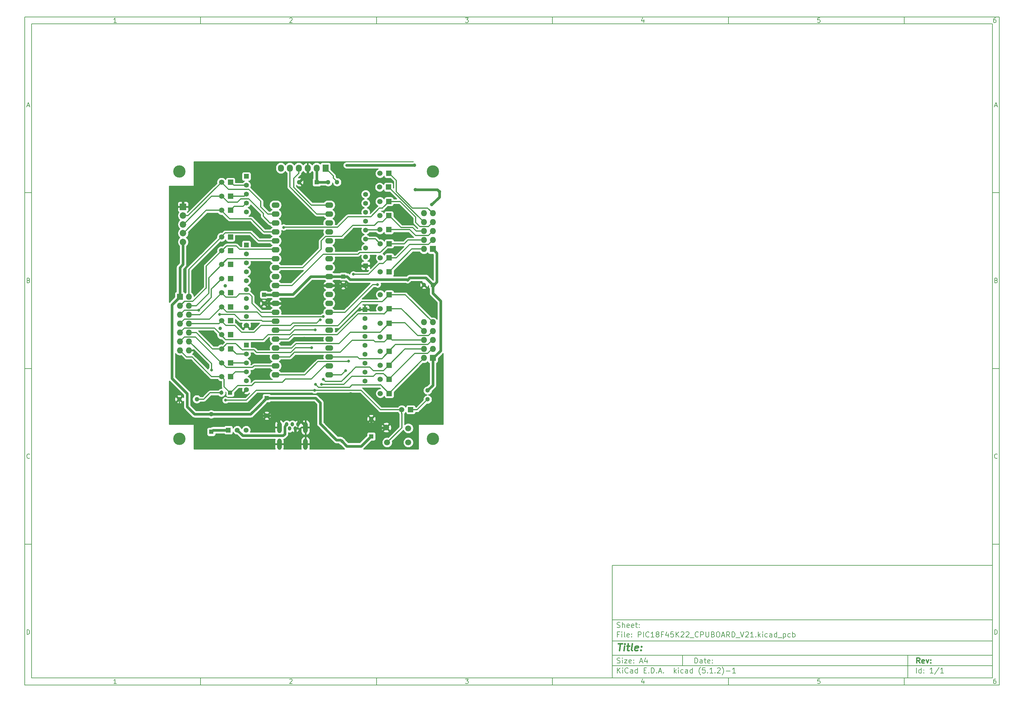
<source format=gbl>
G04 #@! TF.GenerationSoftware,KiCad,Pcbnew,(5.1.2)-1*
G04 #@! TF.CreationDate,2019-04-29T19:23:30+09:00*
G04 #@! TF.ProjectId,PIC18F45K22_CPUBOARD_V21,50494331-3846-4343-954b-32325f435055,rev?*
G04 #@! TF.SameCoordinates,Original*
G04 #@! TF.FileFunction,Copper,L2,Bot*
G04 #@! TF.FilePolarity,Positive*
%FSLAX46Y46*%
G04 Gerber Fmt 4.6, Leading zero omitted, Abs format (unit mm)*
G04 Created by KiCad (PCBNEW (5.1.2)-1) date 2019-04-29 19:23:30*
%MOMM*%
%LPD*%
G04 APERTURE LIST*
%ADD10C,0.100000*%
%ADD11C,0.150000*%
%ADD12C,0.300000*%
%ADD13C,0.400000*%
%ADD14R,1.850000X1.850000*%
%ADD15C,1.850000*%
%ADD16R,1.500000X1.500000*%
%ADD17C,1.500000*%
%ADD18C,1.300000*%
%ADD19R,1.397000X1.397000*%
%ADD20C,1.397000*%
%ADD21C,3.500000*%
%ADD22C,1.524000*%
%ADD23R,1.727200X1.727200*%
%ADD24O,1.727200X1.727200*%
%ADD25O,1.000000X1.200000*%
%ADD26O,1.300000X3.200000*%
%ADD27R,1.727200X2.032000*%
%ADD28O,1.727200X2.032000*%
%ADD29C,1.700000*%
%ADD30R,1.300000X1.300000*%
%ADD31R,1.200000X1.200000*%
%ADD32C,1.200000*%
%ADD33O,2.300000X1.600000*%
%ADD34C,1.000000*%
%ADD35C,0.800000*%
%ADD36C,0.800000*%
%ADD37C,0.254000*%
G04 APERTURE END LIST*
D10*
D11*
X177002200Y-166007200D02*
X177002200Y-198007200D01*
X285002200Y-198007200D01*
X285002200Y-166007200D01*
X177002200Y-166007200D01*
D10*
D11*
X10000000Y-10000000D02*
X10000000Y-200007200D01*
X287002200Y-200007200D01*
X287002200Y-10000000D01*
X10000000Y-10000000D01*
D10*
D11*
X12000000Y-12000000D02*
X12000000Y-198007200D01*
X285002200Y-198007200D01*
X285002200Y-12000000D01*
X12000000Y-12000000D01*
D10*
D11*
X60000000Y-12000000D02*
X60000000Y-10000000D01*
D10*
D11*
X110000000Y-12000000D02*
X110000000Y-10000000D01*
D10*
D11*
X160000000Y-12000000D02*
X160000000Y-10000000D01*
D10*
D11*
X210000000Y-12000000D02*
X210000000Y-10000000D01*
D10*
D11*
X260000000Y-12000000D02*
X260000000Y-10000000D01*
D10*
D11*
X36065476Y-11588095D02*
X35322619Y-11588095D01*
X35694047Y-11588095D02*
X35694047Y-10288095D01*
X35570238Y-10473809D01*
X35446428Y-10597619D01*
X35322619Y-10659523D01*
D10*
D11*
X85322619Y-10411904D02*
X85384523Y-10350000D01*
X85508333Y-10288095D01*
X85817857Y-10288095D01*
X85941666Y-10350000D01*
X86003571Y-10411904D01*
X86065476Y-10535714D01*
X86065476Y-10659523D01*
X86003571Y-10845238D01*
X85260714Y-11588095D01*
X86065476Y-11588095D01*
D10*
D11*
X135260714Y-10288095D02*
X136065476Y-10288095D01*
X135632142Y-10783333D01*
X135817857Y-10783333D01*
X135941666Y-10845238D01*
X136003571Y-10907142D01*
X136065476Y-11030952D01*
X136065476Y-11340476D01*
X136003571Y-11464285D01*
X135941666Y-11526190D01*
X135817857Y-11588095D01*
X135446428Y-11588095D01*
X135322619Y-11526190D01*
X135260714Y-11464285D01*
D10*
D11*
X185941666Y-10721428D02*
X185941666Y-11588095D01*
X185632142Y-10226190D02*
X185322619Y-11154761D01*
X186127380Y-11154761D01*
D10*
D11*
X236003571Y-10288095D02*
X235384523Y-10288095D01*
X235322619Y-10907142D01*
X235384523Y-10845238D01*
X235508333Y-10783333D01*
X235817857Y-10783333D01*
X235941666Y-10845238D01*
X236003571Y-10907142D01*
X236065476Y-11030952D01*
X236065476Y-11340476D01*
X236003571Y-11464285D01*
X235941666Y-11526190D01*
X235817857Y-11588095D01*
X235508333Y-11588095D01*
X235384523Y-11526190D01*
X235322619Y-11464285D01*
D10*
D11*
X285941666Y-10288095D02*
X285694047Y-10288095D01*
X285570238Y-10350000D01*
X285508333Y-10411904D01*
X285384523Y-10597619D01*
X285322619Y-10845238D01*
X285322619Y-11340476D01*
X285384523Y-11464285D01*
X285446428Y-11526190D01*
X285570238Y-11588095D01*
X285817857Y-11588095D01*
X285941666Y-11526190D01*
X286003571Y-11464285D01*
X286065476Y-11340476D01*
X286065476Y-11030952D01*
X286003571Y-10907142D01*
X285941666Y-10845238D01*
X285817857Y-10783333D01*
X285570238Y-10783333D01*
X285446428Y-10845238D01*
X285384523Y-10907142D01*
X285322619Y-11030952D01*
D10*
D11*
X60000000Y-198007200D02*
X60000000Y-200007200D01*
D10*
D11*
X110000000Y-198007200D02*
X110000000Y-200007200D01*
D10*
D11*
X160000000Y-198007200D02*
X160000000Y-200007200D01*
D10*
D11*
X210000000Y-198007200D02*
X210000000Y-200007200D01*
D10*
D11*
X260000000Y-198007200D02*
X260000000Y-200007200D01*
D10*
D11*
X36065476Y-199595295D02*
X35322619Y-199595295D01*
X35694047Y-199595295D02*
X35694047Y-198295295D01*
X35570238Y-198481009D01*
X35446428Y-198604819D01*
X35322619Y-198666723D01*
D10*
D11*
X85322619Y-198419104D02*
X85384523Y-198357200D01*
X85508333Y-198295295D01*
X85817857Y-198295295D01*
X85941666Y-198357200D01*
X86003571Y-198419104D01*
X86065476Y-198542914D01*
X86065476Y-198666723D01*
X86003571Y-198852438D01*
X85260714Y-199595295D01*
X86065476Y-199595295D01*
D10*
D11*
X135260714Y-198295295D02*
X136065476Y-198295295D01*
X135632142Y-198790533D01*
X135817857Y-198790533D01*
X135941666Y-198852438D01*
X136003571Y-198914342D01*
X136065476Y-199038152D01*
X136065476Y-199347676D01*
X136003571Y-199471485D01*
X135941666Y-199533390D01*
X135817857Y-199595295D01*
X135446428Y-199595295D01*
X135322619Y-199533390D01*
X135260714Y-199471485D01*
D10*
D11*
X185941666Y-198728628D02*
X185941666Y-199595295D01*
X185632142Y-198233390D02*
X185322619Y-199161961D01*
X186127380Y-199161961D01*
D10*
D11*
X236003571Y-198295295D02*
X235384523Y-198295295D01*
X235322619Y-198914342D01*
X235384523Y-198852438D01*
X235508333Y-198790533D01*
X235817857Y-198790533D01*
X235941666Y-198852438D01*
X236003571Y-198914342D01*
X236065476Y-199038152D01*
X236065476Y-199347676D01*
X236003571Y-199471485D01*
X235941666Y-199533390D01*
X235817857Y-199595295D01*
X235508333Y-199595295D01*
X235384523Y-199533390D01*
X235322619Y-199471485D01*
D10*
D11*
X285941666Y-198295295D02*
X285694047Y-198295295D01*
X285570238Y-198357200D01*
X285508333Y-198419104D01*
X285384523Y-198604819D01*
X285322619Y-198852438D01*
X285322619Y-199347676D01*
X285384523Y-199471485D01*
X285446428Y-199533390D01*
X285570238Y-199595295D01*
X285817857Y-199595295D01*
X285941666Y-199533390D01*
X286003571Y-199471485D01*
X286065476Y-199347676D01*
X286065476Y-199038152D01*
X286003571Y-198914342D01*
X285941666Y-198852438D01*
X285817857Y-198790533D01*
X285570238Y-198790533D01*
X285446428Y-198852438D01*
X285384523Y-198914342D01*
X285322619Y-199038152D01*
D10*
D11*
X10000000Y-60000000D02*
X12000000Y-60000000D01*
D10*
D11*
X10000000Y-110000000D02*
X12000000Y-110000000D01*
D10*
D11*
X10000000Y-160000000D02*
X12000000Y-160000000D01*
D10*
D11*
X10690476Y-35216666D02*
X11309523Y-35216666D01*
X10566666Y-35588095D02*
X11000000Y-34288095D01*
X11433333Y-35588095D01*
D10*
D11*
X11092857Y-84907142D02*
X11278571Y-84969047D01*
X11340476Y-85030952D01*
X11402380Y-85154761D01*
X11402380Y-85340476D01*
X11340476Y-85464285D01*
X11278571Y-85526190D01*
X11154761Y-85588095D01*
X10659523Y-85588095D01*
X10659523Y-84288095D01*
X11092857Y-84288095D01*
X11216666Y-84350000D01*
X11278571Y-84411904D01*
X11340476Y-84535714D01*
X11340476Y-84659523D01*
X11278571Y-84783333D01*
X11216666Y-84845238D01*
X11092857Y-84907142D01*
X10659523Y-84907142D01*
D10*
D11*
X11402380Y-135464285D02*
X11340476Y-135526190D01*
X11154761Y-135588095D01*
X11030952Y-135588095D01*
X10845238Y-135526190D01*
X10721428Y-135402380D01*
X10659523Y-135278571D01*
X10597619Y-135030952D01*
X10597619Y-134845238D01*
X10659523Y-134597619D01*
X10721428Y-134473809D01*
X10845238Y-134350000D01*
X11030952Y-134288095D01*
X11154761Y-134288095D01*
X11340476Y-134350000D01*
X11402380Y-134411904D01*
D10*
D11*
X10659523Y-185588095D02*
X10659523Y-184288095D01*
X10969047Y-184288095D01*
X11154761Y-184350000D01*
X11278571Y-184473809D01*
X11340476Y-184597619D01*
X11402380Y-184845238D01*
X11402380Y-185030952D01*
X11340476Y-185278571D01*
X11278571Y-185402380D01*
X11154761Y-185526190D01*
X10969047Y-185588095D01*
X10659523Y-185588095D01*
D10*
D11*
X287002200Y-60000000D02*
X285002200Y-60000000D01*
D10*
D11*
X287002200Y-110000000D02*
X285002200Y-110000000D01*
D10*
D11*
X287002200Y-160000000D02*
X285002200Y-160000000D01*
D10*
D11*
X285692676Y-35216666D02*
X286311723Y-35216666D01*
X285568866Y-35588095D02*
X286002200Y-34288095D01*
X286435533Y-35588095D01*
D10*
D11*
X286095057Y-84907142D02*
X286280771Y-84969047D01*
X286342676Y-85030952D01*
X286404580Y-85154761D01*
X286404580Y-85340476D01*
X286342676Y-85464285D01*
X286280771Y-85526190D01*
X286156961Y-85588095D01*
X285661723Y-85588095D01*
X285661723Y-84288095D01*
X286095057Y-84288095D01*
X286218866Y-84350000D01*
X286280771Y-84411904D01*
X286342676Y-84535714D01*
X286342676Y-84659523D01*
X286280771Y-84783333D01*
X286218866Y-84845238D01*
X286095057Y-84907142D01*
X285661723Y-84907142D01*
D10*
D11*
X286404580Y-135464285D02*
X286342676Y-135526190D01*
X286156961Y-135588095D01*
X286033152Y-135588095D01*
X285847438Y-135526190D01*
X285723628Y-135402380D01*
X285661723Y-135278571D01*
X285599819Y-135030952D01*
X285599819Y-134845238D01*
X285661723Y-134597619D01*
X285723628Y-134473809D01*
X285847438Y-134350000D01*
X286033152Y-134288095D01*
X286156961Y-134288095D01*
X286342676Y-134350000D01*
X286404580Y-134411904D01*
D10*
D11*
X285661723Y-185588095D02*
X285661723Y-184288095D01*
X285971247Y-184288095D01*
X286156961Y-184350000D01*
X286280771Y-184473809D01*
X286342676Y-184597619D01*
X286404580Y-184845238D01*
X286404580Y-185030952D01*
X286342676Y-185278571D01*
X286280771Y-185402380D01*
X286156961Y-185526190D01*
X285971247Y-185588095D01*
X285661723Y-185588095D01*
D10*
D11*
X200434342Y-193785771D02*
X200434342Y-192285771D01*
X200791485Y-192285771D01*
X201005771Y-192357200D01*
X201148628Y-192500057D01*
X201220057Y-192642914D01*
X201291485Y-192928628D01*
X201291485Y-193142914D01*
X201220057Y-193428628D01*
X201148628Y-193571485D01*
X201005771Y-193714342D01*
X200791485Y-193785771D01*
X200434342Y-193785771D01*
X202577200Y-193785771D02*
X202577200Y-193000057D01*
X202505771Y-192857200D01*
X202362914Y-192785771D01*
X202077200Y-192785771D01*
X201934342Y-192857200D01*
X202577200Y-193714342D02*
X202434342Y-193785771D01*
X202077200Y-193785771D01*
X201934342Y-193714342D01*
X201862914Y-193571485D01*
X201862914Y-193428628D01*
X201934342Y-193285771D01*
X202077200Y-193214342D01*
X202434342Y-193214342D01*
X202577200Y-193142914D01*
X203077200Y-192785771D02*
X203648628Y-192785771D01*
X203291485Y-192285771D02*
X203291485Y-193571485D01*
X203362914Y-193714342D01*
X203505771Y-193785771D01*
X203648628Y-193785771D01*
X204720057Y-193714342D02*
X204577200Y-193785771D01*
X204291485Y-193785771D01*
X204148628Y-193714342D01*
X204077200Y-193571485D01*
X204077200Y-193000057D01*
X204148628Y-192857200D01*
X204291485Y-192785771D01*
X204577200Y-192785771D01*
X204720057Y-192857200D01*
X204791485Y-193000057D01*
X204791485Y-193142914D01*
X204077200Y-193285771D01*
X205434342Y-193642914D02*
X205505771Y-193714342D01*
X205434342Y-193785771D01*
X205362914Y-193714342D01*
X205434342Y-193642914D01*
X205434342Y-193785771D01*
X205434342Y-192857200D02*
X205505771Y-192928628D01*
X205434342Y-193000057D01*
X205362914Y-192928628D01*
X205434342Y-192857200D01*
X205434342Y-193000057D01*
D10*
D11*
X177002200Y-194507200D02*
X285002200Y-194507200D01*
D10*
D11*
X178434342Y-196585771D02*
X178434342Y-195085771D01*
X179291485Y-196585771D02*
X178648628Y-195728628D01*
X179291485Y-195085771D02*
X178434342Y-195942914D01*
X179934342Y-196585771D02*
X179934342Y-195585771D01*
X179934342Y-195085771D02*
X179862914Y-195157200D01*
X179934342Y-195228628D01*
X180005771Y-195157200D01*
X179934342Y-195085771D01*
X179934342Y-195228628D01*
X181505771Y-196442914D02*
X181434342Y-196514342D01*
X181220057Y-196585771D01*
X181077200Y-196585771D01*
X180862914Y-196514342D01*
X180720057Y-196371485D01*
X180648628Y-196228628D01*
X180577200Y-195942914D01*
X180577200Y-195728628D01*
X180648628Y-195442914D01*
X180720057Y-195300057D01*
X180862914Y-195157200D01*
X181077200Y-195085771D01*
X181220057Y-195085771D01*
X181434342Y-195157200D01*
X181505771Y-195228628D01*
X182791485Y-196585771D02*
X182791485Y-195800057D01*
X182720057Y-195657200D01*
X182577200Y-195585771D01*
X182291485Y-195585771D01*
X182148628Y-195657200D01*
X182791485Y-196514342D02*
X182648628Y-196585771D01*
X182291485Y-196585771D01*
X182148628Y-196514342D01*
X182077200Y-196371485D01*
X182077200Y-196228628D01*
X182148628Y-196085771D01*
X182291485Y-196014342D01*
X182648628Y-196014342D01*
X182791485Y-195942914D01*
X184148628Y-196585771D02*
X184148628Y-195085771D01*
X184148628Y-196514342D02*
X184005771Y-196585771D01*
X183720057Y-196585771D01*
X183577200Y-196514342D01*
X183505771Y-196442914D01*
X183434342Y-196300057D01*
X183434342Y-195871485D01*
X183505771Y-195728628D01*
X183577200Y-195657200D01*
X183720057Y-195585771D01*
X184005771Y-195585771D01*
X184148628Y-195657200D01*
X186005771Y-195800057D02*
X186505771Y-195800057D01*
X186720057Y-196585771D02*
X186005771Y-196585771D01*
X186005771Y-195085771D01*
X186720057Y-195085771D01*
X187362914Y-196442914D02*
X187434342Y-196514342D01*
X187362914Y-196585771D01*
X187291485Y-196514342D01*
X187362914Y-196442914D01*
X187362914Y-196585771D01*
X188077200Y-196585771D02*
X188077200Y-195085771D01*
X188434342Y-195085771D01*
X188648628Y-195157200D01*
X188791485Y-195300057D01*
X188862914Y-195442914D01*
X188934342Y-195728628D01*
X188934342Y-195942914D01*
X188862914Y-196228628D01*
X188791485Y-196371485D01*
X188648628Y-196514342D01*
X188434342Y-196585771D01*
X188077200Y-196585771D01*
X189577200Y-196442914D02*
X189648628Y-196514342D01*
X189577200Y-196585771D01*
X189505771Y-196514342D01*
X189577200Y-196442914D01*
X189577200Y-196585771D01*
X190220057Y-196157200D02*
X190934342Y-196157200D01*
X190077200Y-196585771D02*
X190577200Y-195085771D01*
X191077200Y-196585771D01*
X191577200Y-196442914D02*
X191648628Y-196514342D01*
X191577200Y-196585771D01*
X191505771Y-196514342D01*
X191577200Y-196442914D01*
X191577200Y-196585771D01*
X194577200Y-196585771D02*
X194577200Y-195085771D01*
X194720057Y-196014342D02*
X195148628Y-196585771D01*
X195148628Y-195585771D02*
X194577200Y-196157200D01*
X195791485Y-196585771D02*
X195791485Y-195585771D01*
X195791485Y-195085771D02*
X195720057Y-195157200D01*
X195791485Y-195228628D01*
X195862914Y-195157200D01*
X195791485Y-195085771D01*
X195791485Y-195228628D01*
X197148628Y-196514342D02*
X197005771Y-196585771D01*
X196720057Y-196585771D01*
X196577200Y-196514342D01*
X196505771Y-196442914D01*
X196434342Y-196300057D01*
X196434342Y-195871485D01*
X196505771Y-195728628D01*
X196577200Y-195657200D01*
X196720057Y-195585771D01*
X197005771Y-195585771D01*
X197148628Y-195657200D01*
X198434342Y-196585771D02*
X198434342Y-195800057D01*
X198362914Y-195657200D01*
X198220057Y-195585771D01*
X197934342Y-195585771D01*
X197791485Y-195657200D01*
X198434342Y-196514342D02*
X198291485Y-196585771D01*
X197934342Y-196585771D01*
X197791485Y-196514342D01*
X197720057Y-196371485D01*
X197720057Y-196228628D01*
X197791485Y-196085771D01*
X197934342Y-196014342D01*
X198291485Y-196014342D01*
X198434342Y-195942914D01*
X199791485Y-196585771D02*
X199791485Y-195085771D01*
X199791485Y-196514342D02*
X199648628Y-196585771D01*
X199362914Y-196585771D01*
X199220057Y-196514342D01*
X199148628Y-196442914D01*
X199077200Y-196300057D01*
X199077200Y-195871485D01*
X199148628Y-195728628D01*
X199220057Y-195657200D01*
X199362914Y-195585771D01*
X199648628Y-195585771D01*
X199791485Y-195657200D01*
X202077200Y-197157200D02*
X202005771Y-197085771D01*
X201862914Y-196871485D01*
X201791485Y-196728628D01*
X201720057Y-196514342D01*
X201648628Y-196157200D01*
X201648628Y-195871485D01*
X201720057Y-195514342D01*
X201791485Y-195300057D01*
X201862914Y-195157200D01*
X202005771Y-194942914D01*
X202077200Y-194871485D01*
X203362914Y-195085771D02*
X202648628Y-195085771D01*
X202577200Y-195800057D01*
X202648628Y-195728628D01*
X202791485Y-195657200D01*
X203148628Y-195657200D01*
X203291485Y-195728628D01*
X203362914Y-195800057D01*
X203434342Y-195942914D01*
X203434342Y-196300057D01*
X203362914Y-196442914D01*
X203291485Y-196514342D01*
X203148628Y-196585771D01*
X202791485Y-196585771D01*
X202648628Y-196514342D01*
X202577200Y-196442914D01*
X204077200Y-196442914D02*
X204148628Y-196514342D01*
X204077200Y-196585771D01*
X204005771Y-196514342D01*
X204077200Y-196442914D01*
X204077200Y-196585771D01*
X205577200Y-196585771D02*
X204720057Y-196585771D01*
X205148628Y-196585771D02*
X205148628Y-195085771D01*
X205005771Y-195300057D01*
X204862914Y-195442914D01*
X204720057Y-195514342D01*
X206220057Y-196442914D02*
X206291485Y-196514342D01*
X206220057Y-196585771D01*
X206148628Y-196514342D01*
X206220057Y-196442914D01*
X206220057Y-196585771D01*
X206862914Y-195228628D02*
X206934342Y-195157200D01*
X207077200Y-195085771D01*
X207434342Y-195085771D01*
X207577200Y-195157200D01*
X207648628Y-195228628D01*
X207720057Y-195371485D01*
X207720057Y-195514342D01*
X207648628Y-195728628D01*
X206791485Y-196585771D01*
X207720057Y-196585771D01*
X208220057Y-197157200D02*
X208291485Y-197085771D01*
X208434342Y-196871485D01*
X208505771Y-196728628D01*
X208577200Y-196514342D01*
X208648628Y-196157200D01*
X208648628Y-195871485D01*
X208577200Y-195514342D01*
X208505771Y-195300057D01*
X208434342Y-195157200D01*
X208291485Y-194942914D01*
X208220057Y-194871485D01*
X209362914Y-196014342D02*
X210505771Y-196014342D01*
X212005771Y-196585771D02*
X211148628Y-196585771D01*
X211577200Y-196585771D02*
X211577200Y-195085771D01*
X211434342Y-195300057D01*
X211291485Y-195442914D01*
X211148628Y-195514342D01*
D10*
D11*
X177002200Y-191507200D02*
X285002200Y-191507200D01*
D10*
D12*
X264411485Y-193785771D02*
X263911485Y-193071485D01*
X263554342Y-193785771D02*
X263554342Y-192285771D01*
X264125771Y-192285771D01*
X264268628Y-192357200D01*
X264340057Y-192428628D01*
X264411485Y-192571485D01*
X264411485Y-192785771D01*
X264340057Y-192928628D01*
X264268628Y-193000057D01*
X264125771Y-193071485D01*
X263554342Y-193071485D01*
X265625771Y-193714342D02*
X265482914Y-193785771D01*
X265197200Y-193785771D01*
X265054342Y-193714342D01*
X264982914Y-193571485D01*
X264982914Y-193000057D01*
X265054342Y-192857200D01*
X265197200Y-192785771D01*
X265482914Y-192785771D01*
X265625771Y-192857200D01*
X265697200Y-193000057D01*
X265697200Y-193142914D01*
X264982914Y-193285771D01*
X266197200Y-192785771D02*
X266554342Y-193785771D01*
X266911485Y-192785771D01*
X267482914Y-193642914D02*
X267554342Y-193714342D01*
X267482914Y-193785771D01*
X267411485Y-193714342D01*
X267482914Y-193642914D01*
X267482914Y-193785771D01*
X267482914Y-192857200D02*
X267554342Y-192928628D01*
X267482914Y-193000057D01*
X267411485Y-192928628D01*
X267482914Y-192857200D01*
X267482914Y-193000057D01*
D10*
D11*
X178362914Y-193714342D02*
X178577200Y-193785771D01*
X178934342Y-193785771D01*
X179077200Y-193714342D01*
X179148628Y-193642914D01*
X179220057Y-193500057D01*
X179220057Y-193357200D01*
X179148628Y-193214342D01*
X179077200Y-193142914D01*
X178934342Y-193071485D01*
X178648628Y-193000057D01*
X178505771Y-192928628D01*
X178434342Y-192857200D01*
X178362914Y-192714342D01*
X178362914Y-192571485D01*
X178434342Y-192428628D01*
X178505771Y-192357200D01*
X178648628Y-192285771D01*
X179005771Y-192285771D01*
X179220057Y-192357200D01*
X179862914Y-193785771D02*
X179862914Y-192785771D01*
X179862914Y-192285771D02*
X179791485Y-192357200D01*
X179862914Y-192428628D01*
X179934342Y-192357200D01*
X179862914Y-192285771D01*
X179862914Y-192428628D01*
X180434342Y-192785771D02*
X181220057Y-192785771D01*
X180434342Y-193785771D01*
X181220057Y-193785771D01*
X182362914Y-193714342D02*
X182220057Y-193785771D01*
X181934342Y-193785771D01*
X181791485Y-193714342D01*
X181720057Y-193571485D01*
X181720057Y-193000057D01*
X181791485Y-192857200D01*
X181934342Y-192785771D01*
X182220057Y-192785771D01*
X182362914Y-192857200D01*
X182434342Y-193000057D01*
X182434342Y-193142914D01*
X181720057Y-193285771D01*
X183077200Y-193642914D02*
X183148628Y-193714342D01*
X183077200Y-193785771D01*
X183005771Y-193714342D01*
X183077200Y-193642914D01*
X183077200Y-193785771D01*
X183077200Y-192857200D02*
X183148628Y-192928628D01*
X183077200Y-193000057D01*
X183005771Y-192928628D01*
X183077200Y-192857200D01*
X183077200Y-193000057D01*
X184862914Y-193357200D02*
X185577200Y-193357200D01*
X184720057Y-193785771D02*
X185220057Y-192285771D01*
X185720057Y-193785771D01*
X186862914Y-192785771D02*
X186862914Y-193785771D01*
X186505771Y-192214342D02*
X186148628Y-193285771D01*
X187077200Y-193285771D01*
D10*
D11*
X263434342Y-196585771D02*
X263434342Y-195085771D01*
X264791485Y-196585771D02*
X264791485Y-195085771D01*
X264791485Y-196514342D02*
X264648628Y-196585771D01*
X264362914Y-196585771D01*
X264220057Y-196514342D01*
X264148628Y-196442914D01*
X264077200Y-196300057D01*
X264077200Y-195871485D01*
X264148628Y-195728628D01*
X264220057Y-195657200D01*
X264362914Y-195585771D01*
X264648628Y-195585771D01*
X264791485Y-195657200D01*
X265505771Y-196442914D02*
X265577200Y-196514342D01*
X265505771Y-196585771D01*
X265434342Y-196514342D01*
X265505771Y-196442914D01*
X265505771Y-196585771D01*
X265505771Y-195657200D02*
X265577200Y-195728628D01*
X265505771Y-195800057D01*
X265434342Y-195728628D01*
X265505771Y-195657200D01*
X265505771Y-195800057D01*
X268148628Y-196585771D02*
X267291485Y-196585771D01*
X267720057Y-196585771D02*
X267720057Y-195085771D01*
X267577200Y-195300057D01*
X267434342Y-195442914D01*
X267291485Y-195514342D01*
X269862914Y-195014342D02*
X268577200Y-196942914D01*
X271148628Y-196585771D02*
X270291485Y-196585771D01*
X270720057Y-196585771D02*
X270720057Y-195085771D01*
X270577200Y-195300057D01*
X270434342Y-195442914D01*
X270291485Y-195514342D01*
D10*
D11*
X177002200Y-187507200D02*
X285002200Y-187507200D01*
D10*
D13*
X178714580Y-188211961D02*
X179857438Y-188211961D01*
X179036009Y-190211961D02*
X179286009Y-188211961D01*
X180274104Y-190211961D02*
X180440771Y-188878628D01*
X180524104Y-188211961D02*
X180416961Y-188307200D01*
X180500295Y-188402438D01*
X180607438Y-188307200D01*
X180524104Y-188211961D01*
X180500295Y-188402438D01*
X181107438Y-188878628D02*
X181869342Y-188878628D01*
X181476485Y-188211961D02*
X181262200Y-189926247D01*
X181333628Y-190116723D01*
X181512200Y-190211961D01*
X181702676Y-190211961D01*
X182655057Y-190211961D02*
X182476485Y-190116723D01*
X182405057Y-189926247D01*
X182619342Y-188211961D01*
X184190771Y-190116723D02*
X183988390Y-190211961D01*
X183607438Y-190211961D01*
X183428866Y-190116723D01*
X183357438Y-189926247D01*
X183452676Y-189164342D01*
X183571723Y-188973866D01*
X183774104Y-188878628D01*
X184155057Y-188878628D01*
X184333628Y-188973866D01*
X184405057Y-189164342D01*
X184381247Y-189354819D01*
X183405057Y-189545295D01*
X185155057Y-190021485D02*
X185238390Y-190116723D01*
X185131247Y-190211961D01*
X185047914Y-190116723D01*
X185155057Y-190021485D01*
X185131247Y-190211961D01*
X185286009Y-188973866D02*
X185369342Y-189069104D01*
X185262200Y-189164342D01*
X185178866Y-189069104D01*
X185286009Y-188973866D01*
X185262200Y-189164342D01*
D10*
D11*
X178934342Y-185600057D02*
X178434342Y-185600057D01*
X178434342Y-186385771D02*
X178434342Y-184885771D01*
X179148628Y-184885771D01*
X179720057Y-186385771D02*
X179720057Y-185385771D01*
X179720057Y-184885771D02*
X179648628Y-184957200D01*
X179720057Y-185028628D01*
X179791485Y-184957200D01*
X179720057Y-184885771D01*
X179720057Y-185028628D01*
X180648628Y-186385771D02*
X180505771Y-186314342D01*
X180434342Y-186171485D01*
X180434342Y-184885771D01*
X181791485Y-186314342D02*
X181648628Y-186385771D01*
X181362914Y-186385771D01*
X181220057Y-186314342D01*
X181148628Y-186171485D01*
X181148628Y-185600057D01*
X181220057Y-185457200D01*
X181362914Y-185385771D01*
X181648628Y-185385771D01*
X181791485Y-185457200D01*
X181862914Y-185600057D01*
X181862914Y-185742914D01*
X181148628Y-185885771D01*
X182505771Y-186242914D02*
X182577200Y-186314342D01*
X182505771Y-186385771D01*
X182434342Y-186314342D01*
X182505771Y-186242914D01*
X182505771Y-186385771D01*
X182505771Y-185457200D02*
X182577200Y-185528628D01*
X182505771Y-185600057D01*
X182434342Y-185528628D01*
X182505771Y-185457200D01*
X182505771Y-185600057D01*
X184362914Y-186385771D02*
X184362914Y-184885771D01*
X184934342Y-184885771D01*
X185077200Y-184957200D01*
X185148628Y-185028628D01*
X185220057Y-185171485D01*
X185220057Y-185385771D01*
X185148628Y-185528628D01*
X185077200Y-185600057D01*
X184934342Y-185671485D01*
X184362914Y-185671485D01*
X185862914Y-186385771D02*
X185862914Y-184885771D01*
X187434342Y-186242914D02*
X187362914Y-186314342D01*
X187148628Y-186385771D01*
X187005771Y-186385771D01*
X186791485Y-186314342D01*
X186648628Y-186171485D01*
X186577200Y-186028628D01*
X186505771Y-185742914D01*
X186505771Y-185528628D01*
X186577200Y-185242914D01*
X186648628Y-185100057D01*
X186791485Y-184957200D01*
X187005771Y-184885771D01*
X187148628Y-184885771D01*
X187362914Y-184957200D01*
X187434342Y-185028628D01*
X188862914Y-186385771D02*
X188005771Y-186385771D01*
X188434342Y-186385771D02*
X188434342Y-184885771D01*
X188291485Y-185100057D01*
X188148628Y-185242914D01*
X188005771Y-185314342D01*
X189720057Y-185528628D02*
X189577200Y-185457200D01*
X189505771Y-185385771D01*
X189434342Y-185242914D01*
X189434342Y-185171485D01*
X189505771Y-185028628D01*
X189577200Y-184957200D01*
X189720057Y-184885771D01*
X190005771Y-184885771D01*
X190148628Y-184957200D01*
X190220057Y-185028628D01*
X190291485Y-185171485D01*
X190291485Y-185242914D01*
X190220057Y-185385771D01*
X190148628Y-185457200D01*
X190005771Y-185528628D01*
X189720057Y-185528628D01*
X189577200Y-185600057D01*
X189505771Y-185671485D01*
X189434342Y-185814342D01*
X189434342Y-186100057D01*
X189505771Y-186242914D01*
X189577200Y-186314342D01*
X189720057Y-186385771D01*
X190005771Y-186385771D01*
X190148628Y-186314342D01*
X190220057Y-186242914D01*
X190291485Y-186100057D01*
X190291485Y-185814342D01*
X190220057Y-185671485D01*
X190148628Y-185600057D01*
X190005771Y-185528628D01*
X191434342Y-185600057D02*
X190934342Y-185600057D01*
X190934342Y-186385771D02*
X190934342Y-184885771D01*
X191648628Y-184885771D01*
X192862914Y-185385771D02*
X192862914Y-186385771D01*
X192505771Y-184814342D02*
X192148628Y-185885771D01*
X193077200Y-185885771D01*
X194362914Y-184885771D02*
X193648628Y-184885771D01*
X193577200Y-185600057D01*
X193648628Y-185528628D01*
X193791485Y-185457200D01*
X194148628Y-185457200D01*
X194291485Y-185528628D01*
X194362914Y-185600057D01*
X194434342Y-185742914D01*
X194434342Y-186100057D01*
X194362914Y-186242914D01*
X194291485Y-186314342D01*
X194148628Y-186385771D01*
X193791485Y-186385771D01*
X193648628Y-186314342D01*
X193577200Y-186242914D01*
X195077200Y-186385771D02*
X195077200Y-184885771D01*
X195934342Y-186385771D02*
X195291485Y-185528628D01*
X195934342Y-184885771D02*
X195077200Y-185742914D01*
X196505771Y-185028628D02*
X196577200Y-184957200D01*
X196720057Y-184885771D01*
X197077200Y-184885771D01*
X197220057Y-184957200D01*
X197291485Y-185028628D01*
X197362914Y-185171485D01*
X197362914Y-185314342D01*
X197291485Y-185528628D01*
X196434342Y-186385771D01*
X197362914Y-186385771D01*
X197934342Y-185028628D02*
X198005771Y-184957200D01*
X198148628Y-184885771D01*
X198505771Y-184885771D01*
X198648628Y-184957200D01*
X198720057Y-185028628D01*
X198791485Y-185171485D01*
X198791485Y-185314342D01*
X198720057Y-185528628D01*
X197862914Y-186385771D01*
X198791485Y-186385771D01*
X199077200Y-186528628D02*
X200220057Y-186528628D01*
X201434342Y-186242914D02*
X201362914Y-186314342D01*
X201148628Y-186385771D01*
X201005771Y-186385771D01*
X200791485Y-186314342D01*
X200648628Y-186171485D01*
X200577200Y-186028628D01*
X200505771Y-185742914D01*
X200505771Y-185528628D01*
X200577200Y-185242914D01*
X200648628Y-185100057D01*
X200791485Y-184957200D01*
X201005771Y-184885771D01*
X201148628Y-184885771D01*
X201362914Y-184957200D01*
X201434342Y-185028628D01*
X202077200Y-186385771D02*
X202077200Y-184885771D01*
X202648628Y-184885771D01*
X202791485Y-184957200D01*
X202862914Y-185028628D01*
X202934342Y-185171485D01*
X202934342Y-185385771D01*
X202862914Y-185528628D01*
X202791485Y-185600057D01*
X202648628Y-185671485D01*
X202077200Y-185671485D01*
X203577200Y-184885771D02*
X203577200Y-186100057D01*
X203648628Y-186242914D01*
X203720057Y-186314342D01*
X203862914Y-186385771D01*
X204148628Y-186385771D01*
X204291485Y-186314342D01*
X204362914Y-186242914D01*
X204434342Y-186100057D01*
X204434342Y-184885771D01*
X205648628Y-185600057D02*
X205862914Y-185671485D01*
X205934342Y-185742914D01*
X206005771Y-185885771D01*
X206005771Y-186100057D01*
X205934342Y-186242914D01*
X205862914Y-186314342D01*
X205720057Y-186385771D01*
X205148628Y-186385771D01*
X205148628Y-184885771D01*
X205648628Y-184885771D01*
X205791485Y-184957200D01*
X205862914Y-185028628D01*
X205934342Y-185171485D01*
X205934342Y-185314342D01*
X205862914Y-185457200D01*
X205791485Y-185528628D01*
X205648628Y-185600057D01*
X205148628Y-185600057D01*
X206934342Y-184885771D02*
X207220057Y-184885771D01*
X207362914Y-184957200D01*
X207505771Y-185100057D01*
X207577200Y-185385771D01*
X207577200Y-185885771D01*
X207505771Y-186171485D01*
X207362914Y-186314342D01*
X207220057Y-186385771D01*
X206934342Y-186385771D01*
X206791485Y-186314342D01*
X206648628Y-186171485D01*
X206577200Y-185885771D01*
X206577200Y-185385771D01*
X206648628Y-185100057D01*
X206791485Y-184957200D01*
X206934342Y-184885771D01*
X208148628Y-185957200D02*
X208862914Y-185957200D01*
X208005771Y-186385771D02*
X208505771Y-184885771D01*
X209005771Y-186385771D01*
X210362914Y-186385771D02*
X209862914Y-185671485D01*
X209505771Y-186385771D02*
X209505771Y-184885771D01*
X210077200Y-184885771D01*
X210220057Y-184957200D01*
X210291485Y-185028628D01*
X210362914Y-185171485D01*
X210362914Y-185385771D01*
X210291485Y-185528628D01*
X210220057Y-185600057D01*
X210077200Y-185671485D01*
X209505771Y-185671485D01*
X211005771Y-186385771D02*
X211005771Y-184885771D01*
X211362914Y-184885771D01*
X211577200Y-184957200D01*
X211720057Y-185100057D01*
X211791485Y-185242914D01*
X211862914Y-185528628D01*
X211862914Y-185742914D01*
X211791485Y-186028628D01*
X211720057Y-186171485D01*
X211577200Y-186314342D01*
X211362914Y-186385771D01*
X211005771Y-186385771D01*
X212148628Y-186528628D02*
X213291485Y-186528628D01*
X213434342Y-184885771D02*
X213934342Y-186385771D01*
X214434342Y-184885771D01*
X214862914Y-185028628D02*
X214934342Y-184957200D01*
X215077200Y-184885771D01*
X215434342Y-184885771D01*
X215577200Y-184957200D01*
X215648628Y-185028628D01*
X215720057Y-185171485D01*
X215720057Y-185314342D01*
X215648628Y-185528628D01*
X214791485Y-186385771D01*
X215720057Y-186385771D01*
X217148628Y-186385771D02*
X216291485Y-186385771D01*
X216720057Y-186385771D02*
X216720057Y-184885771D01*
X216577200Y-185100057D01*
X216434342Y-185242914D01*
X216291485Y-185314342D01*
X217791485Y-186242914D02*
X217862914Y-186314342D01*
X217791485Y-186385771D01*
X217720057Y-186314342D01*
X217791485Y-186242914D01*
X217791485Y-186385771D01*
X218505771Y-186385771D02*
X218505771Y-184885771D01*
X218648628Y-185814342D02*
X219077200Y-186385771D01*
X219077200Y-185385771D02*
X218505771Y-185957200D01*
X219720057Y-186385771D02*
X219720057Y-185385771D01*
X219720057Y-184885771D02*
X219648628Y-184957200D01*
X219720057Y-185028628D01*
X219791485Y-184957200D01*
X219720057Y-184885771D01*
X219720057Y-185028628D01*
X221077200Y-186314342D02*
X220934342Y-186385771D01*
X220648628Y-186385771D01*
X220505771Y-186314342D01*
X220434342Y-186242914D01*
X220362914Y-186100057D01*
X220362914Y-185671485D01*
X220434342Y-185528628D01*
X220505771Y-185457200D01*
X220648628Y-185385771D01*
X220934342Y-185385771D01*
X221077200Y-185457200D01*
X222362914Y-186385771D02*
X222362914Y-185600057D01*
X222291485Y-185457200D01*
X222148628Y-185385771D01*
X221862914Y-185385771D01*
X221720057Y-185457200D01*
X222362914Y-186314342D02*
X222220057Y-186385771D01*
X221862914Y-186385771D01*
X221720057Y-186314342D01*
X221648628Y-186171485D01*
X221648628Y-186028628D01*
X221720057Y-185885771D01*
X221862914Y-185814342D01*
X222220057Y-185814342D01*
X222362914Y-185742914D01*
X223720057Y-186385771D02*
X223720057Y-184885771D01*
X223720057Y-186314342D02*
X223577200Y-186385771D01*
X223291485Y-186385771D01*
X223148628Y-186314342D01*
X223077200Y-186242914D01*
X223005771Y-186100057D01*
X223005771Y-185671485D01*
X223077200Y-185528628D01*
X223148628Y-185457200D01*
X223291485Y-185385771D01*
X223577200Y-185385771D01*
X223720057Y-185457200D01*
X224077200Y-186528628D02*
X225220057Y-186528628D01*
X225577200Y-185385771D02*
X225577200Y-186885771D01*
X225577200Y-185457200D02*
X225720057Y-185385771D01*
X226005771Y-185385771D01*
X226148628Y-185457200D01*
X226220057Y-185528628D01*
X226291485Y-185671485D01*
X226291485Y-186100057D01*
X226220057Y-186242914D01*
X226148628Y-186314342D01*
X226005771Y-186385771D01*
X225720057Y-186385771D01*
X225577200Y-186314342D01*
X227577200Y-186314342D02*
X227434342Y-186385771D01*
X227148628Y-186385771D01*
X227005771Y-186314342D01*
X226934342Y-186242914D01*
X226862914Y-186100057D01*
X226862914Y-185671485D01*
X226934342Y-185528628D01*
X227005771Y-185457200D01*
X227148628Y-185385771D01*
X227434342Y-185385771D01*
X227577200Y-185457200D01*
X228220057Y-186385771D02*
X228220057Y-184885771D01*
X228220057Y-185457200D02*
X228362914Y-185385771D01*
X228648628Y-185385771D01*
X228791485Y-185457200D01*
X228862914Y-185528628D01*
X228934342Y-185671485D01*
X228934342Y-186100057D01*
X228862914Y-186242914D01*
X228791485Y-186314342D01*
X228648628Y-186385771D01*
X228362914Y-186385771D01*
X228220057Y-186314342D01*
D10*
D11*
X177002200Y-181507200D02*
X285002200Y-181507200D01*
D10*
D11*
X178362914Y-183614342D02*
X178577200Y-183685771D01*
X178934342Y-183685771D01*
X179077200Y-183614342D01*
X179148628Y-183542914D01*
X179220057Y-183400057D01*
X179220057Y-183257200D01*
X179148628Y-183114342D01*
X179077200Y-183042914D01*
X178934342Y-182971485D01*
X178648628Y-182900057D01*
X178505771Y-182828628D01*
X178434342Y-182757200D01*
X178362914Y-182614342D01*
X178362914Y-182471485D01*
X178434342Y-182328628D01*
X178505771Y-182257200D01*
X178648628Y-182185771D01*
X179005771Y-182185771D01*
X179220057Y-182257200D01*
X179862914Y-183685771D02*
X179862914Y-182185771D01*
X180505771Y-183685771D02*
X180505771Y-182900057D01*
X180434342Y-182757200D01*
X180291485Y-182685771D01*
X180077200Y-182685771D01*
X179934342Y-182757200D01*
X179862914Y-182828628D01*
X181791485Y-183614342D02*
X181648628Y-183685771D01*
X181362914Y-183685771D01*
X181220057Y-183614342D01*
X181148628Y-183471485D01*
X181148628Y-182900057D01*
X181220057Y-182757200D01*
X181362914Y-182685771D01*
X181648628Y-182685771D01*
X181791485Y-182757200D01*
X181862914Y-182900057D01*
X181862914Y-183042914D01*
X181148628Y-183185771D01*
X183077200Y-183614342D02*
X182934342Y-183685771D01*
X182648628Y-183685771D01*
X182505771Y-183614342D01*
X182434342Y-183471485D01*
X182434342Y-182900057D01*
X182505771Y-182757200D01*
X182648628Y-182685771D01*
X182934342Y-182685771D01*
X183077200Y-182757200D01*
X183148628Y-182900057D01*
X183148628Y-183042914D01*
X182434342Y-183185771D01*
X183577200Y-182685771D02*
X184148628Y-182685771D01*
X183791485Y-182185771D02*
X183791485Y-183471485D01*
X183862914Y-183614342D01*
X184005771Y-183685771D01*
X184148628Y-183685771D01*
X184648628Y-183542914D02*
X184720057Y-183614342D01*
X184648628Y-183685771D01*
X184577200Y-183614342D01*
X184648628Y-183542914D01*
X184648628Y-183685771D01*
X184648628Y-182757200D02*
X184720057Y-182828628D01*
X184648628Y-182900057D01*
X184577200Y-182828628D01*
X184648628Y-182757200D01*
X184648628Y-182900057D01*
D10*
D11*
X197002200Y-191507200D02*
X197002200Y-194507200D01*
D10*
D11*
X261002200Y-191507200D02*
X261002200Y-198007200D01*
D14*
X55000000Y-64000000D03*
D15*
X55000000Y-66500000D03*
X55000000Y-69000000D03*
X55000000Y-71500000D03*
X55000000Y-74000000D03*
D16*
X68500000Y-61000000D03*
D17*
X65960000Y-61000000D03*
D16*
X68500000Y-65000000D03*
D17*
X65960000Y-65000000D03*
D16*
X68500000Y-72600000D03*
D17*
X65960000Y-72600000D03*
D16*
X68500000Y-76500000D03*
D17*
X65960000Y-76500000D03*
D16*
X68500000Y-80400000D03*
D17*
X65960000Y-80400000D03*
D16*
X68500000Y-84400000D03*
D17*
X65960000Y-84400000D03*
D16*
X68500000Y-88400000D03*
D17*
X65960000Y-88400000D03*
D16*
X113400000Y-58400000D03*
D17*
X110860000Y-58400000D03*
D16*
X113500000Y-54500000D03*
D17*
X110960000Y-54500000D03*
D16*
X68500000Y-92500000D03*
D17*
X65960000Y-92500000D03*
D16*
X68500000Y-96400000D03*
D17*
X65960000Y-96400000D03*
D16*
X68500000Y-100400000D03*
D17*
X65960000Y-100400000D03*
D16*
X68500000Y-104400000D03*
D17*
X65960000Y-104400000D03*
D16*
X113600000Y-89000000D03*
D17*
X111060000Y-89000000D03*
D16*
X113600000Y-93000000D03*
D17*
X111060000Y-93000000D03*
D16*
X113600000Y-97100000D03*
D17*
X111060000Y-97100000D03*
D16*
X113600000Y-101000000D03*
D17*
X111060000Y-101000000D03*
D16*
X113600000Y-105100000D03*
D17*
X111060000Y-105100000D03*
D16*
X113600000Y-109100000D03*
D17*
X111060000Y-109100000D03*
D16*
X113600000Y-113100000D03*
D17*
X111060000Y-113100000D03*
D16*
X113600000Y-117100000D03*
D17*
X111060000Y-117100000D03*
D16*
X68500000Y-108400000D03*
D17*
X65960000Y-108400000D03*
D16*
X113600000Y-78500000D03*
D17*
X111060000Y-78500000D03*
D16*
X113500000Y-70500000D03*
D17*
X110960000Y-70500000D03*
D16*
X68500000Y-112300000D03*
D17*
X65960000Y-112300000D03*
D16*
X119700000Y-121700000D03*
D17*
X117160000Y-121700000D03*
D16*
X113600000Y-82500000D03*
D17*
X111060000Y-82500000D03*
D16*
X113500000Y-66500000D03*
D17*
X110960000Y-66500000D03*
D16*
X113500000Y-62500000D03*
D17*
X110960000Y-62500000D03*
D16*
X113600000Y-74500000D03*
D17*
X111060000Y-74500000D03*
D16*
X68500000Y-57000000D03*
D17*
X65960000Y-57000000D03*
D18*
X58930000Y-118720000D03*
X53930000Y-118720000D03*
D19*
X106700000Y-93240000D03*
D20*
X106700000Y-95780000D03*
X106700000Y-98320000D03*
X106700000Y-100860000D03*
X106700000Y-103400000D03*
X106700000Y-105940000D03*
X106700000Y-108480000D03*
X106700000Y-111020000D03*
X106700000Y-113560000D03*
D19*
X106900000Y-80760000D03*
D20*
X106900000Y-78220000D03*
X106900000Y-75680000D03*
X106900000Y-73140000D03*
X106900000Y-70600000D03*
X106900000Y-68060000D03*
X106900000Y-65520000D03*
X106900000Y-62980000D03*
X106900000Y-60440000D03*
D21*
X54000000Y-54000000D03*
X126000000Y-54000000D03*
X126000000Y-130000000D03*
X54000000Y-130000000D03*
D19*
X73000000Y-74840000D03*
D20*
X73000000Y-77380000D03*
X73000000Y-79920000D03*
X73000000Y-82460000D03*
X73000000Y-85000000D03*
X73000000Y-87540000D03*
X73000000Y-90080000D03*
X73000000Y-92620000D03*
X73000000Y-95160000D03*
D22*
X73000000Y-97700000D03*
D19*
X73000000Y-55340000D03*
D20*
X73000000Y-57880000D03*
X73000000Y-60420000D03*
X73000000Y-62960000D03*
X73000000Y-65500000D03*
D19*
X73000000Y-103340000D03*
D20*
X73000000Y-105880000D03*
X73000000Y-108420000D03*
X73000000Y-110960000D03*
X73000000Y-113500000D03*
X73000000Y-116040000D03*
D23*
X126000000Y-76000000D03*
D24*
X123460000Y-76000000D03*
X126000000Y-73460000D03*
X123460000Y-73460000D03*
X126000000Y-70920000D03*
X123460000Y-70920000D03*
X126000000Y-68380000D03*
X123460000Y-68380000D03*
X126000000Y-65840000D03*
X123460000Y-65840000D03*
D23*
X126000000Y-107000000D03*
D24*
X123460000Y-107000000D03*
X126000000Y-104460000D03*
X123460000Y-104460000D03*
X126000000Y-101920000D03*
X123460000Y-101920000D03*
X126000000Y-99380000D03*
X123460000Y-99380000D03*
X126000000Y-96840000D03*
X123460000Y-96840000D03*
D25*
X84480000Y-125850000D03*
X85280000Y-127050000D03*
X86080000Y-125850000D03*
X86880000Y-127050000D03*
X87680000Y-125850000D03*
D26*
X82380000Y-126750000D03*
X82380000Y-131500000D03*
X89780000Y-126750000D03*
X89780000Y-131500000D03*
D27*
X95500000Y-53000000D03*
D28*
X92960000Y-53000000D03*
X90420000Y-53000000D03*
X87880000Y-53000000D03*
X85340000Y-53000000D03*
X82800000Y-53000000D03*
D19*
X67860000Y-127500000D03*
D20*
X70400000Y-127500000D03*
X72940000Y-127500000D03*
D23*
X54100000Y-89600000D03*
D24*
X56640000Y-89600000D03*
X54100000Y-92140000D03*
X56640000Y-92140000D03*
X54100000Y-94680000D03*
X56640000Y-94680000D03*
X54100000Y-97220000D03*
X56640000Y-97220000D03*
X54100000Y-99760000D03*
X56640000Y-99760000D03*
X54100000Y-102300000D03*
X56640000Y-102300000D03*
X54100000Y-104840000D03*
X56640000Y-104840000D03*
D18*
X96230000Y-57000000D03*
X98770000Y-57000000D03*
X124500000Y-116230000D03*
X124500000Y-118770000D03*
D29*
X119000000Y-131000000D03*
X113000000Y-131000000D03*
X119000000Y-127000000D03*
X112750000Y-126750000D03*
D30*
X78800000Y-118400000D03*
D18*
X78800000Y-123400000D03*
D30*
X108500000Y-129300000D03*
D18*
X108500000Y-124300000D03*
D30*
X93000000Y-57000000D03*
D18*
X88000000Y-57000000D03*
D31*
X78000000Y-89000000D03*
D32*
X78000000Y-91500000D03*
D31*
X126000000Y-86200000D03*
D32*
X123500000Y-86200000D03*
D31*
X100530000Y-83820000D03*
D32*
X100530000Y-86320000D03*
D31*
X68400000Y-116900000D03*
D32*
X65900000Y-116900000D03*
D30*
X63000000Y-128000000D03*
D18*
X63000000Y-123000000D03*
D33*
X81280000Y-63500000D03*
X81280000Y-66040000D03*
X81280000Y-68580000D03*
X81280000Y-71120000D03*
X81280000Y-73660000D03*
X81280000Y-76200000D03*
X81280000Y-78740000D03*
X81280000Y-81280000D03*
X81280000Y-83820000D03*
X81280000Y-86360000D03*
X81280000Y-88900000D03*
X81280000Y-91440000D03*
X81280000Y-93980000D03*
X81280000Y-96520000D03*
X81280000Y-99060000D03*
X81280000Y-101600000D03*
X81280000Y-104140000D03*
X81280000Y-106680000D03*
X81280000Y-109220000D03*
X81280000Y-111760000D03*
X96520000Y-111760000D03*
X96520000Y-109220000D03*
X96520000Y-106680000D03*
X96520000Y-104140000D03*
X96520000Y-101600000D03*
X96520000Y-99060000D03*
X96520000Y-96520000D03*
X96520000Y-93980000D03*
X96520000Y-91440000D03*
X96520000Y-88900000D03*
X96520000Y-86360000D03*
X96520000Y-83820000D03*
X96520000Y-81280000D03*
X96520000Y-78740000D03*
X96520000Y-76200000D03*
X96520000Y-73660000D03*
X96520000Y-71120000D03*
X96520000Y-68580000D03*
X96520000Y-66040000D03*
X96520000Y-63500000D03*
D34*
X67000000Y-86500000D03*
X65530000Y-98560000D03*
X125700000Y-63400000D03*
X120800000Y-52200000D03*
X121000000Y-59100000D03*
X127900000Y-59700000D03*
X100163073Y-130710000D03*
X99350000Y-53490000D03*
X103470203Y-56844590D03*
X98100000Y-118800000D03*
X102686304Y-117191929D03*
X104906893Y-117996490D03*
X114800000Y-120200000D03*
X122700000Y-113000000D03*
X122000000Y-125500000D03*
X127100000Y-122900000D03*
X127400000Y-116700000D03*
X73100000Y-120800000D03*
X52500000Y-79200000D03*
X118000000Y-72200000D03*
X116300000Y-64600000D03*
X118000000Y-68100000D03*
X99700000Y-82000000D03*
X108400000Y-89000000D03*
X117400000Y-87000000D03*
X125800000Y-92400000D03*
X76200000Y-107500000D03*
X78800000Y-107500000D03*
X78500000Y-110600000D03*
X76700000Y-112300000D03*
X78500000Y-103500000D03*
X87000000Y-101600000D03*
X89400000Y-101500000D03*
X84700000Y-109400000D03*
X89600000Y-108300000D03*
X77000000Y-80620000D03*
X76850000Y-86640000D03*
X75820000Y-90410000D03*
X78370000Y-132050000D03*
X78330000Y-127030000D03*
X75170000Y-124240000D03*
X70410000Y-132130000D03*
X58980000Y-131980000D03*
X58900000Y-125390000D03*
X102880000Y-62750000D03*
X103300000Y-74700000D03*
X102100000Y-72200000D03*
X104500000Y-65400000D03*
X106600000Y-86300000D03*
X86330000Y-77950000D03*
X92390000Y-67890000D03*
X90340000Y-71740000D03*
X86330000Y-83970000D03*
X115640000Y-76610000D03*
X116760000Y-81000000D03*
X125310000Y-78960000D03*
X125340000Y-81750000D03*
X120840000Y-81780000D03*
X103690000Y-127410000D03*
X105870000Y-129500000D03*
X86330000Y-61870000D03*
X86260000Y-91440000D03*
X60720000Y-99830000D03*
X63380000Y-102510000D03*
X110660000Y-132200000D03*
X108510000Y-132180000D03*
X92250000Y-120290000D03*
X94220000Y-132080000D03*
X89370000Y-123040000D03*
X101320000Y-123830000D03*
X100100000Y-125900000D03*
X96260000Y-124400000D03*
X98290000Y-123670000D03*
X52200000Y-125040000D03*
X52040000Y-87590000D03*
X62710000Y-78030000D03*
X60160000Y-80540000D03*
X58100000Y-87330000D03*
X76800000Y-68000000D03*
X78790000Y-69680000D03*
X51850000Y-69840000D03*
X56500000Y-79170000D03*
X78790000Y-72430000D03*
X71820000Y-69040000D03*
X64390000Y-69570000D03*
X78710000Y-59820000D03*
X98680000Y-59320000D03*
X92010000Y-61990000D03*
X79700000Y-56400000D03*
X80120000Y-51970000D03*
X70260000Y-51850000D03*
X58520000Y-51820000D03*
X58560000Y-58750000D03*
X51740000Y-58750000D03*
X54290000Y-108320000D03*
X54290000Y-112200000D03*
X58060000Y-116400000D03*
X60120000Y-112360000D03*
X63740000Y-118870000D03*
D35*
X94830000Y-95210000D03*
X83590000Y-69840000D03*
X101200000Y-110590000D03*
X67100000Y-119000000D03*
X63100000Y-110400000D03*
X92400000Y-116200000D03*
X92660000Y-114490000D03*
X94370000Y-114490000D03*
X94860000Y-113100000D03*
X59460000Y-93400000D03*
X65420000Y-94640000D03*
X93990000Y-96130000D03*
X92540000Y-98980000D03*
X91590000Y-104050000D03*
X103400000Y-83200000D03*
X102040000Y-107900000D03*
X110300000Y-86100000D03*
D36*
X65570000Y-98600000D02*
X65530000Y-98560000D01*
X101500000Y-52197145D02*
X120797145Y-52197145D01*
X120797145Y-52197145D02*
X120800000Y-52200000D01*
X127900000Y-59700000D02*
X127900000Y-61200000D01*
X127900000Y-61200000D02*
X125700000Y-63400000D01*
X121000000Y-59100000D02*
X127300000Y-59100000D01*
X127300000Y-59100000D02*
X127900000Y-59700000D01*
X100163073Y-130710000D02*
X99753073Y-130300000D01*
X101533073Y-132080000D02*
X100163073Y-130710000D01*
X108500000Y-129300000D02*
X108400000Y-129300000D01*
X108400000Y-129300000D02*
X105620000Y-132080000D01*
X105620000Y-132080000D02*
X101533073Y-132080000D01*
X99753073Y-130300000D02*
X98603655Y-130300000D01*
X98603655Y-130300000D02*
X93990000Y-125686345D01*
X93990000Y-125686345D02*
X93990000Y-119710000D01*
X72800000Y-123000000D02*
X74200000Y-123000000D01*
X74200000Y-123000000D02*
X76200000Y-121000000D01*
X126000000Y-107000000D02*
X126000000Y-114730000D01*
X126000000Y-114730000D02*
X124500000Y-116230000D01*
X78800000Y-118400000D02*
X92680000Y-118400000D01*
X92680000Y-118400000D02*
X93990000Y-119710000D01*
X76200000Y-121000000D02*
X78800000Y-118400000D01*
X81500000Y-88900000D02*
X86200000Y-88900000D01*
X91280000Y-83820000D02*
X96740000Y-83820000D01*
X86200000Y-88900000D02*
X91280000Y-83820000D01*
X100530000Y-83820000D02*
X101620000Y-83820000D01*
X123980000Y-84180000D02*
X126000000Y-86200000D01*
X119440000Y-84180000D02*
X123980000Y-84180000D01*
X118790000Y-84830000D02*
X119440000Y-84180000D01*
X118660000Y-84700000D02*
X118790000Y-84830000D01*
X102500000Y-84700000D02*
X118660000Y-84700000D01*
X101620000Y-83820000D02*
X102500000Y-84700000D01*
X63000000Y-123000000D02*
X72800000Y-123000000D01*
X72800000Y-123000000D02*
X73000000Y-123000000D01*
X63000000Y-123000000D02*
X58300000Y-123000000D01*
X56160000Y-120860000D02*
X56160000Y-117110000D01*
X58300000Y-123000000D02*
X56160000Y-120860000D01*
X51830000Y-112570000D02*
X51830000Y-91870000D01*
X51830000Y-91870000D02*
X54100000Y-89600000D01*
X55000000Y-74000000D02*
X55000000Y-80400000D01*
X54100000Y-81300000D02*
X54100000Y-89600000D01*
X55000000Y-80400000D02*
X54100000Y-81300000D01*
X78000000Y-89000000D02*
X81400000Y-89000000D01*
X81400000Y-89000000D02*
X81500000Y-88900000D01*
X96230000Y-57000000D02*
X93000000Y-57000000D01*
X93000000Y-57000000D02*
X92960000Y-56960000D01*
X92960000Y-56960000D02*
X92960000Y-53000000D01*
X126000000Y-107000000D02*
X126130000Y-107000000D01*
X126130000Y-107000000D02*
X128240000Y-104890000D01*
X126000000Y-88560000D02*
X126000000Y-86200000D01*
X128240000Y-90800000D02*
X126000000Y-88560000D01*
X128240000Y-104890000D02*
X128240000Y-90800000D01*
X126000000Y-86200000D02*
X126340000Y-86200000D01*
X126340000Y-86200000D02*
X127150000Y-85390000D01*
X127150000Y-85390000D02*
X127150000Y-77150000D01*
X127150000Y-77150000D02*
X126000000Y-76000000D01*
X51830000Y-112780000D02*
X51830000Y-112570000D01*
X56160000Y-117110000D02*
X51830000Y-112780000D01*
X93990000Y-119710000D02*
X92810000Y-118530000D01*
X108500000Y-129300000D02*
X108240000Y-129300000D01*
X96740000Y-83820000D02*
X100530000Y-83820000D01*
X100822719Y-53490000D02*
X99350000Y-53490000D01*
X103470203Y-56844590D02*
X103470203Y-56137484D01*
X103470203Y-56137484D02*
X100822719Y-53490000D01*
X103470203Y-56844590D02*
X103470203Y-56534760D01*
X89370000Y-123040000D02*
X92170000Y-125840000D01*
X92170000Y-125840000D02*
X92170000Y-130170000D01*
X92170000Y-130170000D02*
X93580001Y-131580001D01*
X93580001Y-131580001D02*
X93720001Y-131580001D01*
X93720001Y-131580001D02*
X94220000Y-132080000D01*
X102686304Y-117191929D02*
X99708071Y-117191929D01*
X99708071Y-117191929D02*
X98100000Y-118800000D01*
X103393410Y-117191929D02*
X102686304Y-117191929D01*
X104906893Y-117996490D02*
X104102332Y-117191929D01*
X104102332Y-117191929D02*
X103393410Y-117191929D01*
X122700000Y-113000000D02*
X122000000Y-113000000D01*
X122000000Y-113000000D02*
X114800000Y-120200000D01*
X122000000Y-125500000D02*
X122100000Y-125500000D01*
X122100000Y-125500000D02*
X122000000Y-125500000D01*
X127100000Y-122900000D02*
X127400000Y-122600000D01*
X127400000Y-122600000D02*
X127400000Y-116700000D01*
X52080000Y-79100000D02*
X52080000Y-79020000D01*
X116300000Y-66400000D02*
X116300000Y-64600000D01*
X118000000Y-68100000D02*
X116300000Y-66400000D01*
X106900000Y-80760000D02*
X100940000Y-80760000D01*
X100940000Y-80760000D02*
X99700000Y-82000000D01*
X125800000Y-92400000D02*
X120800000Y-87400000D01*
X117800000Y-87400000D02*
X117400000Y-87000000D01*
X120800000Y-87400000D02*
X117800000Y-87400000D01*
X125800000Y-92400000D02*
X126000000Y-92600000D01*
X78400000Y-110600000D02*
X78500000Y-110600000D01*
X76700000Y-112300000D02*
X78400000Y-110600000D01*
X76200000Y-107500000D02*
X78800000Y-107500000D01*
X87000000Y-101600000D02*
X87100000Y-101500000D01*
X87100000Y-101500000D02*
X89400000Y-101500000D01*
X88500000Y-109400000D02*
X84700000Y-109400000D01*
X89600000Y-108300000D02*
X88500000Y-109400000D01*
X112750000Y-126750000D02*
X112650000Y-126750000D01*
X112650000Y-126750000D02*
X112800000Y-126900000D01*
D12*
X77000000Y-80620000D02*
X76850000Y-80770000D01*
X76850000Y-80770000D02*
X76850000Y-86640000D01*
D36*
X78800000Y-123400000D02*
X76010000Y-123400000D01*
D12*
X78370000Y-132050000D02*
X78330000Y-132010000D01*
X58980000Y-125470000D02*
X58980000Y-131980000D01*
X58980000Y-125470000D02*
X58900000Y-125390000D01*
D36*
X76010000Y-123400000D02*
X75170000Y-124240000D01*
X82380000Y-126750000D02*
X82380000Y-125480000D01*
X82380000Y-125480000D02*
X80300000Y-123400000D01*
X80300000Y-123400000D02*
X78800000Y-123400000D01*
X99450000Y-59320000D02*
X102880000Y-62750000D01*
X98680000Y-59320000D02*
X99450000Y-59320000D01*
X103300000Y-74700000D02*
X102100000Y-73500000D01*
X102100000Y-73500000D02*
X102100000Y-72200000D01*
X102880000Y-63780000D02*
X102880000Y-62750000D01*
X104500000Y-65400000D02*
X102880000Y-63780000D01*
X103600000Y-86320000D02*
X106580000Y-86320000D01*
X106580000Y-86320000D02*
X106600000Y-86300000D01*
X90340000Y-73940000D02*
X90340000Y-71740000D01*
X90340000Y-73940000D02*
X86330000Y-77950000D01*
X86330000Y-83970000D02*
X86260000Y-83970000D01*
X118720000Y-79040000D02*
X116760000Y-81000000D01*
X125230000Y-79040000D02*
X118720000Y-79040000D01*
X125310000Y-78960000D02*
X125230000Y-79040000D01*
X120870000Y-81750000D02*
X125340000Y-81750000D01*
X120840000Y-81780000D02*
X120870000Y-81750000D01*
X82380000Y-126750000D02*
X82380000Y-127720000D01*
X86880000Y-128460000D02*
X86880000Y-127050000D01*
X88430000Y-125100000D02*
X88630000Y-125100000D01*
X88630000Y-125100000D02*
X89780000Y-126250000D01*
X89780000Y-126250000D02*
X89780000Y-126750000D01*
X92250000Y-120290000D02*
X92120000Y-120290000D01*
X88430000Y-125100000D02*
X87680000Y-125850000D01*
X88430000Y-123980000D02*
X88430000Y-125100000D01*
X92120000Y-120290000D02*
X88430000Y-123980000D01*
D12*
X103780000Y-127410000D02*
X103690000Y-127410000D01*
X105870000Y-129500000D02*
X103780000Y-127410000D01*
D36*
X112800000Y-126900000D02*
X110270000Y-126900000D01*
X108500000Y-125830000D02*
X108500000Y-124300000D01*
X110270000Y-126900000D02*
X108500000Y-125830000D01*
X112800000Y-126900000D02*
X112990000Y-126900000D01*
X103610000Y-86320000D02*
X103600000Y-86320000D01*
X103600000Y-86320000D02*
X100530000Y-86320000D01*
X79700000Y-56400000D02*
X81160000Y-56700000D01*
X81160000Y-56700000D02*
X86330000Y-61870000D01*
D12*
X108530000Y-132200000D02*
X110660000Y-132200000D01*
X108510000Y-132180000D02*
X108530000Y-132200000D01*
X89370000Y-123040000D02*
X89500000Y-123040000D01*
X89500000Y-123040000D02*
X92250000Y-120290000D01*
X101320000Y-123830000D02*
X100890000Y-124260000D01*
X100890000Y-124260000D02*
X100890000Y-125110000D01*
X100890000Y-125110000D02*
X100100000Y-125900000D01*
X97560000Y-124400000D02*
X96260000Y-124400000D01*
X98290000Y-123670000D02*
X97560000Y-124400000D01*
X53930000Y-118720000D02*
X53930000Y-123310000D01*
X53930000Y-123310000D02*
X52200000Y-125040000D01*
X52080000Y-79100000D02*
X52080000Y-87550000D01*
X52080000Y-87550000D02*
X52040000Y-87590000D01*
X60160000Y-85270000D02*
X60160000Y-80540000D01*
X58100000Y-87330000D02*
X60160000Y-85270000D01*
X76800000Y-68000000D02*
X78560000Y-69680000D01*
X78560000Y-69680000D02*
X78790000Y-69680000D01*
X51850000Y-78790000D02*
X51850000Y-69840000D01*
X52080000Y-79020000D02*
X51850000Y-78790000D01*
X78790000Y-72430000D02*
X76810000Y-72430000D01*
X76810000Y-72430000D02*
X75630000Y-71250000D01*
X75630000Y-71250000D02*
X75630000Y-70790000D01*
X75630000Y-70790000D02*
X73880000Y-69040000D01*
X73880000Y-69040000D02*
X71820000Y-69040000D01*
X64390000Y-69570000D02*
X58370000Y-75590000D01*
X58370000Y-75590000D02*
X58370000Y-77300000D01*
X58370000Y-77300000D02*
X56500000Y-79170000D01*
X79700000Y-56400000D02*
X80310000Y-57990000D01*
X78710000Y-59590000D02*
X78710000Y-59820000D01*
X80310000Y-57990000D02*
X78710000Y-59590000D01*
X98680000Y-59320000D02*
X98720000Y-59320000D01*
X88000000Y-57000000D02*
X88000000Y-57100000D01*
X88000000Y-57100000D02*
X92010000Y-61110000D01*
X92010000Y-61110000D02*
X92010000Y-61990000D01*
D36*
X55000000Y-64000000D02*
X55000000Y-62010000D01*
X70380000Y-51970000D02*
X80120000Y-51970000D01*
X70260000Y-51850000D02*
X70380000Y-51970000D01*
X58520000Y-58710000D02*
X58520000Y-51820000D01*
X58560000Y-58750000D02*
X58520000Y-58710000D01*
X51850000Y-58860000D02*
X51740000Y-58750000D01*
X55000000Y-62010000D02*
X51850000Y-58860000D01*
X90420000Y-53000000D02*
X90420000Y-54580000D01*
X90420000Y-54580000D02*
X88000000Y-57000000D01*
X81500000Y-91440000D02*
X86260000Y-91440000D01*
X86260000Y-91440000D02*
X86370000Y-91440000D01*
X86370000Y-91440000D02*
X91450000Y-86360000D01*
X91480000Y-86360000D02*
X96740000Y-86360000D01*
X91450000Y-86360000D02*
X91480000Y-86360000D01*
X78000000Y-91500000D02*
X81440000Y-91500000D01*
X81440000Y-91500000D02*
X81500000Y-91440000D01*
D12*
X86880000Y-127050000D02*
X87300000Y-127050000D01*
X87300000Y-127050000D02*
X87680000Y-126670000D01*
X87680000Y-126670000D02*
X87680000Y-125850000D01*
D36*
X96740000Y-86360000D02*
X100490000Y-86360000D01*
X100490000Y-86360000D02*
X100530000Y-86320000D01*
D12*
X54290000Y-108320000D02*
X54290000Y-112200000D01*
X58060000Y-116400000D02*
X60120000Y-114340000D01*
X60120000Y-114340000D02*
X60120000Y-112360000D01*
X67735000Y-62665000D02*
X70485000Y-62665000D01*
X79710000Y-68580000D02*
X81500000Y-68580000D01*
X77800000Y-66670000D02*
X79710000Y-68580000D01*
X77800000Y-65900000D02*
X77800000Y-66670000D01*
X73650000Y-61750000D02*
X77800000Y-65900000D01*
X71400000Y-61750000D02*
X73650000Y-61750000D01*
X70485000Y-62665000D02*
X71400000Y-61750000D01*
X55000000Y-69000000D02*
X55110000Y-69000000D01*
X55110000Y-69000000D02*
X63110000Y-61000000D01*
X63110000Y-61000000D02*
X65960000Y-61000000D01*
X65960000Y-61000000D02*
X66070000Y-61000000D01*
X66070000Y-61000000D02*
X67735000Y-62665000D01*
X67735000Y-62665000D02*
X67820000Y-62750000D01*
X71550000Y-59050000D02*
X73700000Y-59050000D01*
X73700000Y-59050000D02*
X77110000Y-62460000D01*
X65960000Y-57000000D02*
X65960000Y-57110000D01*
X65960000Y-57110000D02*
X67900000Y-59050000D01*
X67900000Y-59050000D02*
X71550000Y-59050000D01*
X81500000Y-66040000D02*
X79100000Y-66040000D01*
X77110000Y-62460000D02*
X77110000Y-64050000D01*
X79100000Y-66040000D02*
X77110000Y-64050000D01*
X65960000Y-57000000D02*
X65990000Y-57000000D01*
X55000000Y-66500000D02*
X56460000Y-66500000D01*
X56460000Y-66500000D02*
X65960000Y-57000000D01*
X55000000Y-71500000D02*
X55120000Y-71500000D01*
X55120000Y-71500000D02*
X61620000Y-65000000D01*
X61620000Y-65000000D02*
X65960000Y-65000000D01*
X65960000Y-65000000D02*
X65960000Y-65120000D01*
X65960000Y-65120000D02*
X68280000Y-67440000D01*
X78020000Y-71120000D02*
X81500000Y-71120000D01*
X74340000Y-67440000D02*
X78020000Y-71120000D01*
X68280000Y-67440000D02*
X74340000Y-67440000D01*
X113540000Y-58500000D02*
X113580000Y-58500000D01*
X113580000Y-58500000D02*
X123460000Y-68380000D01*
X124510000Y-64350000D02*
X126000000Y-65840000D01*
X120193678Y-64350000D02*
X124510000Y-64350000D01*
X115600000Y-59756322D02*
X120193678Y-64350000D01*
X115600000Y-56510000D02*
X115600000Y-59756322D01*
X113540000Y-54500000D02*
X113590000Y-54500000D01*
X113590000Y-54500000D02*
X115600000Y-56510000D01*
X77420000Y-95280000D02*
X94760000Y-95280000D01*
X94760000Y-95280000D02*
X94830000Y-95210000D01*
X77400000Y-95280000D02*
X77420000Y-95280000D01*
X76050000Y-93930000D02*
X77400000Y-95280000D01*
X54100000Y-97220000D02*
X54160000Y-97220000D01*
X54160000Y-97220000D02*
X55430000Y-95950000D01*
X55430000Y-95950000D02*
X62510000Y-95950000D01*
X54100000Y-97220000D02*
X54210000Y-97220000D01*
X67390002Y-93930000D02*
X76050000Y-93930000D01*
X65960000Y-92500000D02*
X65960002Y-92500000D01*
X65960002Y-92500000D02*
X67390002Y-93930000D01*
X62510000Y-95950000D02*
X65960000Y-92500000D01*
X103300000Y-69300000D02*
X109400000Y-69300000D01*
X111700000Y-68300000D02*
X113500000Y-66500000D01*
X110400000Y-68300000D02*
X111700000Y-68300000D01*
X109400000Y-69300000D02*
X110400000Y-68300000D01*
X100000000Y-72420000D02*
X100080000Y-72420000D01*
X109300000Y-69300000D02*
X110200000Y-68400000D01*
X103200000Y-69300000D02*
X103300000Y-69300000D01*
X103300000Y-69300000D02*
X109300000Y-69300000D01*
X100080000Y-72420000D02*
X103200000Y-69300000D01*
X94240000Y-73730000D02*
X94240000Y-76030000D01*
X95550000Y-72420000D02*
X94240000Y-73730000D01*
X100140000Y-72420000D02*
X100000000Y-72420000D01*
X100000000Y-72420000D02*
X95550000Y-72420000D01*
X81500000Y-81280000D02*
X88990000Y-81280000D01*
X88990000Y-81280000D02*
X94240000Y-76030000D01*
X121290000Y-70920000D02*
X123460000Y-70920000D01*
X120280000Y-69910000D02*
X121290000Y-70920000D01*
X116960000Y-69910000D02*
X120280000Y-69910000D01*
X113540000Y-66500000D02*
X113550000Y-66500000D01*
X113550000Y-66500000D02*
X116960000Y-69910000D01*
X105500000Y-66800000D02*
X101900000Y-66800000D01*
X101900000Y-66800000D02*
X98900000Y-69800000D01*
X110800000Y-64400000D02*
X111600000Y-64400000D01*
X111600000Y-64400000D02*
X113500000Y-62500000D01*
X98490000Y-69800000D02*
X98900000Y-69800000D01*
X83630000Y-69800000D02*
X97080000Y-69800000D01*
X83590000Y-69840000D02*
X83630000Y-69800000D01*
X97080000Y-69800000D02*
X98490000Y-69800000D01*
X110800000Y-64400000D02*
X111700000Y-64400000D01*
X108400000Y-66800000D02*
X110800000Y-64400000D01*
X105500000Y-66800000D02*
X108400000Y-66800000D01*
X124730000Y-69650000D02*
X126000000Y-68380000D01*
X122310000Y-69650000D02*
X124730000Y-69650000D01*
X121120000Y-68460000D02*
X122310000Y-69650000D01*
X121120000Y-66940000D02*
X121120000Y-68460000D01*
X116680000Y-62500000D02*
X121120000Y-66940000D01*
X113540000Y-62500000D02*
X116680000Y-62500000D01*
X111800000Y-64240000D02*
X113540000Y-62500000D01*
X113540000Y-70500000D02*
X119420000Y-70500000D01*
X119420000Y-70500000D02*
X121106379Y-72186379D01*
X121106379Y-72186379D02*
X124733621Y-72186379D01*
X124733621Y-72186379D02*
X126000000Y-70920000D01*
X100030000Y-111760000D02*
X101200000Y-110590000D01*
X96740000Y-111760000D02*
X100030000Y-111760000D01*
X75420000Y-113880000D02*
X83240000Y-113880000D01*
X70600000Y-114800000D02*
X74500000Y-114800000D01*
X74500000Y-114800000D02*
X75420000Y-113880000D01*
X96740000Y-109220000D02*
X95230000Y-109220000D01*
X84120000Y-113000000D02*
X91450000Y-113000000D01*
X91450000Y-113000000D02*
X95230000Y-109220000D01*
X70600000Y-114800000D02*
X68500000Y-116900000D01*
X83240000Y-113880000D02*
X84120000Y-113000000D01*
X68400000Y-116900000D02*
X68500000Y-116900000D01*
X68400000Y-116900000D02*
X66700000Y-115200000D01*
X66700000Y-113040000D02*
X65960000Y-112300000D01*
X66700000Y-115200000D02*
X66700000Y-113040000D01*
X65960000Y-112300000D02*
X63100000Y-112300000D01*
X61600000Y-110800000D02*
X61600000Y-110749000D01*
X63100000Y-112300000D02*
X61600000Y-110800000D01*
X55980000Y-106720000D02*
X57571000Y-106720000D01*
X57571000Y-106720000D02*
X61600000Y-110749000D01*
X55980000Y-106720000D02*
X54100000Y-104840000D01*
X54100000Y-104840000D02*
X54160000Y-104840000D01*
X54100000Y-104840000D02*
X54100000Y-104830000D01*
X65960000Y-112500000D02*
X66070000Y-112500000D01*
X117180000Y-122780660D02*
X117180000Y-126820000D01*
X117180000Y-126820000D02*
X113000000Y-131000000D01*
X117160000Y-121700000D02*
X117160000Y-122760660D01*
X117160000Y-122760660D02*
X117180000Y-122780660D01*
X69160000Y-119000000D02*
X67100000Y-119000000D01*
X75800000Y-116200000D02*
X73000000Y-119000000D01*
X73000000Y-119000000D02*
X69160000Y-119000000D01*
X92400000Y-116200000D02*
X75800000Y-116200000D01*
X104300000Y-116200000D02*
X105600000Y-116200000D01*
X111100000Y-121700000D02*
X117160000Y-121700000D01*
X105600000Y-116200000D02*
X111100000Y-121700000D01*
X56640000Y-102300000D02*
X56800000Y-102300000D01*
X56800000Y-102300000D02*
X63100000Y-108600000D01*
X63100000Y-108600000D02*
X63100000Y-110400000D01*
X102300000Y-116200000D02*
X104300000Y-116200000D01*
X104300000Y-116200000D02*
X104400000Y-116200000D01*
X92400000Y-116200000D02*
X102300000Y-116200000D01*
X100900000Y-115330000D02*
X102370000Y-115330000D01*
X111200000Y-114700000D02*
X113600000Y-117100000D01*
X103000000Y-114700000D02*
X111200000Y-114700000D01*
X102370000Y-115330000D02*
X103000000Y-114700000D01*
X93500000Y-115330000D02*
X92660000Y-114490000D01*
X123460000Y-107000000D02*
X123460000Y-107080000D01*
X93500000Y-115330000D02*
X100900000Y-115330000D01*
X100900000Y-115330000D02*
X101200000Y-115330000D01*
X111110000Y-114570000D02*
X113540000Y-117000000D01*
X113540000Y-117000000D02*
X113540000Y-116930000D01*
X123460000Y-107080000D02*
X113540000Y-117000000D01*
X100665000Y-114515000D02*
X100685000Y-114515000D01*
X109100000Y-112200000D02*
X109860000Y-111440000D01*
X103000000Y-112200000D02*
X109100000Y-112200000D01*
X100685000Y-114515000D02*
X103000000Y-112200000D01*
X100280000Y-114515000D02*
X94395000Y-114515000D01*
X94395000Y-114515000D02*
X94370000Y-114490000D01*
X100280000Y-114515000D02*
X100665000Y-114515000D01*
X109860000Y-111440000D02*
X111980000Y-111440000D01*
X126000000Y-104460000D02*
X125780000Y-104460000D01*
X125780000Y-104460000D02*
X124510000Y-105730000D01*
X124510000Y-105730000D02*
X120810000Y-105730000D01*
X111980000Y-111440000D02*
X113540000Y-113000000D01*
X113540000Y-113000000D02*
X113460000Y-113000000D01*
X120810000Y-105730000D02*
X113540000Y-113000000D01*
X103170000Y-110570000D02*
X103170000Y-110530000D01*
X108100000Y-109600000D02*
X109070000Y-110570000D01*
X104100000Y-109600000D02*
X108100000Y-109600000D01*
X103170000Y-110530000D02*
X104100000Y-109600000D01*
X95450000Y-113690000D02*
X94860000Y-113100000D01*
X123460000Y-104460000D02*
X118080000Y-104460000D01*
X100010000Y-113690000D02*
X100050000Y-113690000D01*
X100050000Y-113690000D02*
X103170000Y-110570000D01*
X100010000Y-113690000D02*
X95450000Y-113690000D01*
X109070000Y-110570000D02*
X111970000Y-110570000D01*
X111970000Y-110570000D02*
X113540000Y-109000000D01*
X118080000Y-104460000D02*
X113540000Y-109000000D01*
X126000000Y-101920000D02*
X125840000Y-101920000D01*
X125840000Y-101920000D02*
X124570691Y-103189309D01*
X124570691Y-103189309D02*
X115350691Y-103189309D01*
X115350691Y-103189309D02*
X113540000Y-105000000D01*
X113540000Y-105000000D02*
X112260000Y-106280000D01*
X96740000Y-106680000D02*
X104580000Y-106680000D01*
X111500000Y-107200000D02*
X113600000Y-105100000D01*
X105100000Y-107200000D02*
X111500000Y-107200000D01*
X104580000Y-106680000D02*
X105100000Y-107200000D01*
X99540000Y-106680000D02*
X96740000Y-106680000D01*
X121008949Y-101918915D02*
X121010034Y-101920000D01*
X121010034Y-101920000D02*
X123460000Y-101920000D01*
X121008949Y-101918915D02*
X114458915Y-101918915D01*
X114458915Y-101918915D02*
X113540000Y-101000000D01*
X113540000Y-101000000D02*
X113540000Y-101120000D01*
X98970000Y-105390000D02*
X99710000Y-105390000D01*
X112200000Y-102400000D02*
X113600000Y-101000000D01*
X109600000Y-102400000D02*
X112200000Y-102400000D01*
X109200000Y-102000000D02*
X109600000Y-102400000D01*
X103100000Y-102000000D02*
X109200000Y-102000000D01*
X99710000Y-105390000D02*
X103100000Y-102000000D01*
X85370000Y-106680000D02*
X81500000Y-106680000D01*
X86660000Y-105390000D02*
X85370000Y-106680000D01*
X98970000Y-105390000D02*
X86660000Y-105390000D01*
X111300000Y-99400000D02*
X111000000Y-99700000D01*
X102580000Y-99700000D02*
X99380000Y-102900000D01*
X111000000Y-99700000D02*
X102580000Y-99700000D01*
X111300000Y-99400000D02*
X113600000Y-97100000D01*
X85910000Y-104140000D02*
X81500000Y-104140000D01*
X99380000Y-102900000D02*
X87150000Y-102900000D01*
X87150000Y-102900000D02*
X85910000Y-104140000D01*
X124740000Y-100640000D02*
X126000000Y-99380000D01*
X121680000Y-100640000D02*
X124740000Y-100640000D01*
X118040000Y-97000000D02*
X121680000Y-100640000D01*
X113540000Y-97000000D02*
X113540000Y-97070000D01*
X113540000Y-97070000D02*
X111590000Y-99020000D01*
X113540000Y-97000000D02*
X118040000Y-97000000D01*
X103990000Y-95190000D02*
X104010000Y-95190000D01*
X112200000Y-94400000D02*
X113600000Y-93000000D01*
X104800000Y-94400000D02*
X112200000Y-94400000D01*
X104010000Y-95190000D02*
X104800000Y-94400000D01*
X112100000Y-94500000D02*
X113600000Y-93000000D01*
X84960000Y-101600000D02*
X81500000Y-101600000D01*
X86230000Y-100330000D02*
X84960000Y-101600000D01*
X98850000Y-100330000D02*
X98800000Y-100330000D01*
X98800000Y-100330000D02*
X86230000Y-100330000D01*
X104100000Y-95080000D02*
X103990000Y-95190000D01*
X103990000Y-95190000D02*
X98850000Y-100330000D01*
X117080000Y-93000000D02*
X123460000Y-99380000D01*
X113540000Y-93000000D02*
X113540000Y-93110000D01*
X113540000Y-93000000D02*
X117080000Y-93000000D01*
X98800000Y-97820000D02*
X98980000Y-97820000D01*
X105800000Y-91000000D02*
X111600000Y-91000000D01*
X98980000Y-97820000D02*
X105800000Y-91000000D01*
X85480000Y-99060000D02*
X81500000Y-99060000D01*
X86720000Y-97820000D02*
X85480000Y-99060000D01*
X98880000Y-97820000D02*
X98800000Y-97820000D01*
X98800000Y-97820000D02*
X86720000Y-97820000D01*
X118160000Y-89000000D02*
X126000000Y-96840000D01*
X113540000Y-89000000D02*
X113540000Y-89060000D01*
X113540000Y-89060000D02*
X111600000Y-91000000D01*
X113540000Y-89000000D02*
X118160000Y-89000000D01*
X65960000Y-72600000D02*
X65960000Y-72440000D01*
X65960000Y-72440000D02*
X67000000Y-71400000D01*
X67000000Y-71400000D02*
X74200000Y-71400000D01*
X74200000Y-71400000D02*
X76460000Y-73660000D01*
X76460000Y-73660000D02*
X81500000Y-73660000D01*
X56640000Y-89600000D02*
X56640000Y-81820000D01*
X56640000Y-81820000D02*
X60990000Y-77470000D01*
X65960000Y-72500000D02*
X65960000Y-72530000D01*
X60990000Y-77470000D02*
X65960000Y-72500000D01*
X65960000Y-76500000D02*
X66000000Y-76500000D01*
X66000000Y-76500000D02*
X67400000Y-75100000D01*
X71100000Y-76100000D02*
X81400000Y-76100000D01*
X70100000Y-75100000D02*
X71100000Y-76100000D01*
X67400000Y-75100000D02*
X70100000Y-75100000D01*
X81400000Y-76100000D02*
X81500000Y-76200000D01*
X61580000Y-87170000D02*
X61490000Y-87170000D01*
X61490000Y-87170000D02*
X57800000Y-90860000D01*
X57800000Y-90860000D02*
X55380000Y-90860000D01*
X55380000Y-90860000D02*
X54100000Y-92140000D01*
X54100000Y-92140000D02*
X54230000Y-92140000D01*
X54230000Y-92140000D02*
X55510000Y-90860000D01*
X55510000Y-90860000D02*
X57800000Y-90860000D01*
X54100000Y-92140000D02*
X54180000Y-92140000D01*
X61580000Y-87170000D02*
X61580000Y-80880000D01*
X65960000Y-76500000D02*
X65960000Y-76420000D01*
X61580000Y-80880000D02*
X65960000Y-76500000D01*
X78300000Y-78740000D02*
X67560000Y-78740000D01*
X56640000Y-92140000D02*
X58760000Y-92140000D01*
X58760000Y-92140000D02*
X62310000Y-88590000D01*
X78170000Y-78740000D02*
X78300000Y-78740000D01*
X78300000Y-78740000D02*
X81500000Y-78740000D01*
X62310000Y-88590000D02*
X62310000Y-84150000D01*
X67560000Y-78740000D02*
X65900000Y-80400000D01*
X65960000Y-80500000D02*
X65990000Y-80500000D01*
X65990000Y-80500000D02*
X67450000Y-79040000D01*
X62310000Y-84150000D02*
X65960000Y-80500000D01*
X54100000Y-94680000D02*
X55382182Y-93397818D01*
X55382182Y-93397818D02*
X59397818Y-93397818D01*
X59397818Y-93397818D02*
X59430000Y-93430000D01*
X65420000Y-94640000D02*
X69640000Y-94640000D01*
X77360000Y-96300000D02*
X77580000Y-96520000D01*
X71300000Y-96300000D02*
X77360000Y-96300000D01*
X69640000Y-94640000D02*
X71300000Y-96300000D01*
X59460000Y-93400000D02*
X59430000Y-93430000D01*
X59430000Y-93430000D02*
X63060000Y-89800000D01*
X81500000Y-96520000D02*
X77580000Y-96520000D01*
X54100000Y-94680000D02*
X54200000Y-94680000D01*
X63060000Y-89800000D02*
X63060000Y-87400000D01*
X63060000Y-87400000D02*
X65960000Y-84500000D01*
X70800000Y-89000000D02*
X71000000Y-88800000D01*
X65900000Y-88400000D02*
X67200000Y-89700000D01*
X67200000Y-89700000D02*
X70100000Y-89700000D01*
X70100000Y-89700000D02*
X70800000Y-89000000D01*
X74100000Y-89000000D02*
X74600000Y-89500000D01*
X74600000Y-89500000D02*
X74600000Y-91440000D01*
X74600000Y-91440000D02*
X77140000Y-93980000D01*
X77140000Y-93980000D02*
X81500000Y-93980000D01*
X73900000Y-88800000D02*
X74100000Y-89000000D01*
X71000000Y-88800000D02*
X73900000Y-88800000D01*
X56640000Y-94680000D02*
X59780000Y-94680000D01*
X59780000Y-94680000D02*
X65960000Y-88500000D01*
X65960000Y-88500000D02*
X65960000Y-88550000D01*
X67160000Y-97730000D02*
X69730000Y-97730000D01*
X75200000Y-99700000D02*
X77170000Y-97730000D01*
X71700000Y-99700000D02*
X75200000Y-99700000D01*
X69730000Y-97730000D02*
X71700000Y-99700000D01*
X86330000Y-97060000D02*
X93020000Y-97060000D01*
X94030000Y-96090000D02*
X93990000Y-96130000D01*
X94030000Y-96050000D02*
X94030000Y-96090000D01*
X93020000Y-97060000D02*
X94030000Y-96050000D01*
X86220000Y-97060000D02*
X86330000Y-97060000D01*
X85550000Y-97730000D02*
X86220000Y-97060000D01*
X56640000Y-97220000D02*
X65240000Y-97220000D01*
X77170000Y-97730000D02*
X85550000Y-97730000D01*
X65960000Y-96500000D02*
X65960000Y-96530000D01*
X65960000Y-96530000D02*
X67160000Y-97730000D01*
X65240000Y-97220000D02*
X65960000Y-96500000D01*
X86790000Y-98980000D02*
X92540000Y-98980000D01*
X86720000Y-98980000D02*
X86790000Y-98980000D01*
X85340000Y-100360000D02*
X86720000Y-98980000D01*
X79200000Y-100360000D02*
X85340000Y-100360000D01*
X77760000Y-101800000D02*
X79200000Y-100360000D01*
X54100000Y-99760000D02*
X54160000Y-99760000D01*
X54160000Y-99760000D02*
X55430000Y-98490000D01*
X55430000Y-98490000D02*
X63950000Y-98490000D01*
X54100000Y-99760000D02*
X54220000Y-99760000D01*
X54100000Y-99760000D02*
X54100000Y-99650000D01*
X67130000Y-101800000D02*
X77760000Y-101800000D01*
X65960000Y-100500000D02*
X65960000Y-100630000D01*
X65960000Y-100630000D02*
X67130000Y-101800000D01*
X65960000Y-100500000D02*
X65960000Y-100450000D01*
X63950000Y-98490000D02*
X65960000Y-100500000D01*
X56640000Y-99760000D02*
X58760000Y-99760000D01*
X63400000Y-104400000D02*
X65960000Y-104400000D01*
X58760000Y-99760000D02*
X63400000Y-104400000D01*
X77990000Y-105420000D02*
X75920000Y-105420000D01*
X78000000Y-105420000D02*
X85650000Y-105420000D01*
X77990000Y-105420000D02*
X78000000Y-105420000D01*
X85650000Y-105420000D02*
X87015000Y-104055000D01*
X87170000Y-104055000D02*
X87015000Y-104055000D01*
X67460000Y-102900000D02*
X65960000Y-104400000D01*
X70000000Y-102900000D02*
X67460000Y-102900000D01*
X71800000Y-104700000D02*
X70000000Y-102900000D01*
X75200000Y-104700000D02*
X71800000Y-104700000D01*
X75920000Y-105420000D02*
X75200000Y-104700000D01*
X87170000Y-104055000D02*
X91515000Y-104055000D01*
X91520000Y-104050000D02*
X91590000Y-104050000D01*
X91515000Y-104055000D02*
X91520000Y-104050000D01*
X87170000Y-104055000D02*
X90295000Y-104055000D01*
X90295000Y-104055000D02*
X90300000Y-104050000D01*
X65960000Y-104500000D02*
X65960000Y-104560000D01*
X65960000Y-104500000D02*
X65960000Y-104480000D01*
X54100000Y-102300000D02*
X55369310Y-101030690D01*
X55369310Y-101030690D02*
X58530690Y-101030690D01*
X58530690Y-101030690D02*
X65900000Y-108400000D01*
X65900000Y-108400000D02*
X65960000Y-108400000D01*
X65960000Y-108400000D02*
X65400000Y-108400000D01*
X81500000Y-109220000D02*
X75180000Y-109220000D01*
X67260000Y-109700000D02*
X65960000Y-108400000D01*
X74700000Y-109700000D02*
X67260000Y-109700000D01*
X75180000Y-109220000D02*
X74700000Y-109700000D01*
X81500000Y-109220000D02*
X77220000Y-109220000D01*
X113540000Y-78500000D02*
X115620000Y-78500000D01*
X115620000Y-78500000D02*
X119390691Y-74729309D01*
X119390691Y-74729309D02*
X124730691Y-74729309D01*
X124730691Y-74729309D02*
X126000000Y-73460000D01*
X113600000Y-78500000D02*
X113500000Y-78500000D01*
X113500000Y-78500000D02*
X111900000Y-80100000D01*
X111900000Y-80100000D02*
X110800000Y-80100000D01*
X110800000Y-80100000D02*
X107700000Y-83200000D01*
X107700000Y-83200000D02*
X103400000Y-83200000D01*
X81500000Y-111760000D02*
X89630000Y-111760000D01*
X93610000Y-107980000D02*
X93610000Y-108020000D01*
X93570000Y-108020000D02*
X93610000Y-107980000D01*
X93370000Y-108020000D02*
X93570000Y-108020000D01*
X89630000Y-111760000D02*
X93370000Y-108020000D01*
X93610000Y-108020000D02*
X101920000Y-108020000D01*
X101920000Y-108020000D02*
X102040000Y-107900000D01*
X102040000Y-92980000D02*
X102040000Y-92960000D01*
X101040000Y-93980000D02*
X102040000Y-92980000D01*
X96740000Y-93980000D02*
X101040000Y-93980000D01*
X108900000Y-86100000D02*
X110300000Y-86100000D01*
X102040000Y-92960000D02*
X108900000Y-86100000D01*
X120030000Y-76000000D02*
X123460000Y-76000000D01*
X113540000Y-82500000D02*
X113540000Y-82490000D01*
X113540000Y-82490000D02*
X120030000Y-76000000D01*
X100160000Y-77460000D02*
X104740000Y-77460000D01*
X111040000Y-77000000D02*
X112260000Y-75780000D01*
X105200000Y-77000000D02*
X111040000Y-77000000D01*
X104740000Y-77460000D02*
X105200000Y-77000000D01*
X81500000Y-86360000D02*
X85970000Y-86360000D01*
X85970000Y-86360000D02*
X94870000Y-77460000D01*
X118940000Y-73460000D02*
X123460000Y-73460000D01*
X94870000Y-77460000D02*
X100160000Y-77460000D01*
X117900000Y-74500000D02*
X118940000Y-73460000D01*
X112260000Y-75780000D02*
X113540000Y-74500000D01*
X113540000Y-74500000D02*
X117900000Y-74500000D01*
D36*
X67860000Y-127500000D02*
X63500000Y-127500000D01*
X63500000Y-127500000D02*
X63000000Y-128000000D01*
X83460000Y-129080000D02*
X71980000Y-129080000D01*
X71980000Y-129080000D02*
X70400000Y-127500000D01*
X83900000Y-128640000D02*
X83460000Y-129080000D01*
X83900000Y-126480000D02*
X83900000Y-128640000D01*
X84139990Y-126240010D02*
X83900000Y-126480000D01*
X84480000Y-125850000D02*
X84139990Y-126190010D01*
X84139990Y-126190010D02*
X84139990Y-126240010D01*
D12*
X98770000Y-57000000D02*
X98770000Y-56870000D01*
X98770000Y-56870000D02*
X97700000Y-55800000D01*
X97700000Y-55200000D02*
X95500000Y-53000000D01*
X97700000Y-55800000D02*
X97700000Y-55200000D01*
X87880000Y-53000000D02*
X87880000Y-54500000D01*
X91500000Y-63500000D02*
X96740000Y-63500000D01*
X86490000Y-58490000D02*
X91500000Y-63500000D01*
X86490000Y-55890000D02*
X86490000Y-58490000D01*
X87880000Y-54500000D02*
X86490000Y-55890000D01*
X85340000Y-53000000D02*
X85340000Y-58360000D01*
X93020000Y-66040000D02*
X96740000Y-66040000D01*
X85340000Y-58360000D02*
X93020000Y-66040000D01*
X119700000Y-121700000D02*
X121570000Y-121700000D01*
X121570000Y-121700000D02*
X124500000Y-118770000D01*
X58930000Y-118720000D02*
X60880000Y-118720000D01*
X62700000Y-116900000D02*
X65900000Y-116900000D01*
X60880000Y-118720000D02*
X62700000Y-116900000D01*
X58930000Y-118720000D02*
X58930000Y-118830000D01*
X65960000Y-116500000D02*
X65960000Y-116390002D01*
X65960000Y-116500000D02*
X65960000Y-116390000D01*
X65960000Y-116500000D02*
X65960000Y-116379000D01*
X106900000Y-70570000D02*
X110890000Y-70570000D01*
X110890000Y-70570000D02*
X110960000Y-70500000D01*
X106900000Y-73110000D02*
X109670000Y-73110000D01*
X109670000Y-73110000D02*
X111060000Y-74500000D01*
X68500000Y-57000000D02*
X68600000Y-57000000D01*
X68600000Y-57000000D02*
X69480000Y-57880000D01*
X69480000Y-57880000D02*
X73000000Y-57880000D01*
X72420000Y-61000000D02*
X73000000Y-60420000D01*
X68500000Y-61000000D02*
X72420000Y-61000000D01*
X72060000Y-63900000D02*
X73000000Y-62960000D01*
X68500000Y-65000000D02*
X68500000Y-64950000D01*
X68500000Y-64950000D02*
X69550000Y-63900000D01*
X69550000Y-63900000D02*
X72060000Y-63900000D01*
X68500000Y-104400000D02*
X68700000Y-104400000D01*
X68700000Y-104400000D02*
X70180000Y-105880000D01*
X70180000Y-105880000D02*
X73000000Y-105880000D01*
X68500000Y-108400000D02*
X72980000Y-108400000D01*
X72980000Y-108400000D02*
X73000000Y-108420000D01*
X73000000Y-110960000D02*
X69840000Y-110960000D01*
X69840000Y-110960000D02*
X68500000Y-112300000D01*
D37*
G36*
X53035203Y-105904797D02*
G01*
X53263394Y-106092069D01*
X53523736Y-106231225D01*
X53806223Y-106316916D01*
X54026381Y-106338600D01*
X54173619Y-106338600D01*
X54393777Y-106316916D01*
X54449773Y-106299930D01*
X55397658Y-107247816D01*
X55422236Y-107277764D01*
X55452184Y-107302342D01*
X55452187Y-107302345D01*
X55469753Y-107316761D01*
X55541767Y-107375862D01*
X55678140Y-107448754D01*
X55784774Y-107481101D01*
X55826112Y-107493641D01*
X55840490Y-107495057D01*
X55941439Y-107505000D01*
X55941446Y-107505000D01*
X55979999Y-107508797D01*
X56018552Y-107505000D01*
X57245843Y-107505000D01*
X60904023Y-111163181D01*
X60944138Y-111238232D01*
X61042236Y-111357764D01*
X61072190Y-111382347D01*
X62517658Y-112827816D01*
X62542236Y-112857764D01*
X62572184Y-112882342D01*
X62572187Y-112882345D01*
X62599792Y-112905000D01*
X62661767Y-112955862D01*
X62798140Y-113028754D01*
X62911672Y-113063194D01*
X62946112Y-113073641D01*
X62960490Y-113075057D01*
X63061439Y-113085000D01*
X63061446Y-113085000D01*
X63099999Y-113088797D01*
X63138552Y-113085000D01*
X64818796Y-113085000D01*
X64884201Y-113182886D01*
X65077114Y-113375799D01*
X65303957Y-113527371D01*
X65556011Y-113631775D01*
X65823589Y-113685000D01*
X65915001Y-113685000D01*
X65915000Y-115161447D01*
X65911203Y-115200000D01*
X65915000Y-115238553D01*
X65915000Y-115238560D01*
X65926359Y-115353886D01*
X65971246Y-115501859D01*
X66021715Y-115596281D01*
X65960000Y-115590202D01*
X65806114Y-115605359D01*
X65658141Y-115650246D01*
X65542920Y-115711832D01*
X65539764Y-115712460D01*
X65315008Y-115805557D01*
X65112733Y-115940713D01*
X64940713Y-116112733D01*
X64939198Y-116115000D01*
X62738556Y-116115000D01*
X62700000Y-116111203D01*
X62661444Y-116115000D01*
X62661439Y-116115000D01*
X62622889Y-116118797D01*
X62546113Y-116126358D01*
X62398140Y-116171246D01*
X62261767Y-116244138D01*
X62142236Y-116342236D01*
X62117655Y-116372188D01*
X60554843Y-117935000D01*
X59950937Y-117935000D01*
X59928125Y-117900860D01*
X59749140Y-117721875D01*
X59538676Y-117581247D01*
X59304821Y-117484381D01*
X59056561Y-117435000D01*
X58803439Y-117435000D01*
X58555179Y-117484381D01*
X58321324Y-117581247D01*
X58110860Y-117721875D01*
X57931875Y-117900860D01*
X57791247Y-118111324D01*
X57694381Y-118345179D01*
X57645000Y-118593439D01*
X57645000Y-118846561D01*
X57694381Y-119094821D01*
X57791247Y-119328676D01*
X57931875Y-119539140D01*
X58110860Y-119718125D01*
X58321324Y-119858753D01*
X58555179Y-119955619D01*
X58803439Y-120005000D01*
X59056561Y-120005000D01*
X59304821Y-119955619D01*
X59538676Y-119858753D01*
X59749140Y-119718125D01*
X59928125Y-119539140D01*
X59950937Y-119505000D01*
X60841447Y-119505000D01*
X60880000Y-119508797D01*
X60918553Y-119505000D01*
X60918561Y-119505000D01*
X61033887Y-119493641D01*
X61181860Y-119448754D01*
X61318233Y-119375862D01*
X61437764Y-119277764D01*
X61462347Y-119247810D01*
X63025157Y-117685000D01*
X64939198Y-117685000D01*
X64940713Y-117687267D01*
X65112733Y-117859287D01*
X65315008Y-117994443D01*
X65539764Y-118087540D01*
X65778363Y-118135000D01*
X66021637Y-118135000D01*
X66260236Y-118087540D01*
X66484992Y-117994443D01*
X66687267Y-117859287D01*
X66859287Y-117687267D01*
X66994443Y-117484992D01*
X67087540Y-117260236D01*
X67135000Y-117021637D01*
X67135000Y-116778363D01*
X67126755Y-116736913D01*
X67161928Y-116772086D01*
X67161928Y-117500000D01*
X67174188Y-117624482D01*
X67210498Y-117744180D01*
X67269463Y-117854494D01*
X67348815Y-117951185D01*
X67426562Y-118014990D01*
X67401898Y-118004774D01*
X67201939Y-117965000D01*
X66998061Y-117965000D01*
X66798102Y-118004774D01*
X66609744Y-118082795D01*
X66440226Y-118196063D01*
X66296063Y-118340226D01*
X66182795Y-118509744D01*
X66104774Y-118698102D01*
X66065000Y-118898061D01*
X66065000Y-119101939D01*
X66104774Y-119301898D01*
X66182795Y-119490256D01*
X66296063Y-119659774D01*
X66440226Y-119803937D01*
X66609744Y-119917205D01*
X66798102Y-119995226D01*
X66998061Y-120035000D01*
X67201939Y-120035000D01*
X67401898Y-119995226D01*
X67590256Y-119917205D01*
X67759774Y-119803937D01*
X67778711Y-119785000D01*
X72961447Y-119785000D01*
X73000000Y-119788797D01*
X73038553Y-119785000D01*
X73038561Y-119785000D01*
X73153887Y-119773641D01*
X73301860Y-119728754D01*
X73438233Y-119655862D01*
X73557764Y-119557764D01*
X73582347Y-119527810D01*
X76125158Y-116985000D01*
X91721289Y-116985000D01*
X91740226Y-117003937D01*
X91909744Y-117117205D01*
X92098102Y-117195226D01*
X92298061Y-117235000D01*
X92501939Y-117235000D01*
X92701898Y-117195226D01*
X92890256Y-117117205D01*
X93059774Y-117003937D01*
X93078711Y-116985000D01*
X105274843Y-116985000D01*
X110517653Y-122227810D01*
X110542236Y-122257764D01*
X110661767Y-122355862D01*
X110785882Y-122422202D01*
X110798140Y-122428754D01*
X110946113Y-122473642D01*
X111021026Y-122481020D01*
X111061439Y-122485000D01*
X111061444Y-122485000D01*
X111100000Y-122488797D01*
X111138556Y-122485000D01*
X116018796Y-122485000D01*
X116084201Y-122582886D01*
X116277114Y-122775799D01*
X116379427Y-122844163D01*
X116386359Y-122914546D01*
X116395000Y-122943032D01*
X116395001Y-126494842D01*
X113336918Y-129552925D01*
X113146260Y-129515000D01*
X112853740Y-129515000D01*
X112566842Y-129572068D01*
X112296589Y-129684010D01*
X112053368Y-129846525D01*
X111846525Y-130053368D01*
X111684010Y-130296589D01*
X111572068Y-130566842D01*
X111515000Y-130853740D01*
X111515000Y-131146260D01*
X111572068Y-131433158D01*
X111684010Y-131703411D01*
X111846525Y-131946632D01*
X112053368Y-132153475D01*
X112296589Y-132315990D01*
X112566842Y-132427932D01*
X112853740Y-132485000D01*
X113146260Y-132485000D01*
X113433158Y-132427932D01*
X113703411Y-132315990D01*
X113946632Y-132153475D01*
X114153475Y-131946632D01*
X114315990Y-131703411D01*
X114427932Y-131433158D01*
X114485000Y-131146260D01*
X114485000Y-130853740D01*
X117515000Y-130853740D01*
X117515000Y-131146260D01*
X117572068Y-131433158D01*
X117684010Y-131703411D01*
X117846525Y-131946632D01*
X118053368Y-132153475D01*
X118296589Y-132315990D01*
X118566842Y-132427932D01*
X118853740Y-132485000D01*
X119146260Y-132485000D01*
X119433158Y-132427932D01*
X119703411Y-132315990D01*
X119946632Y-132153475D01*
X120153475Y-131946632D01*
X120315990Y-131703411D01*
X120427932Y-131433158D01*
X120485000Y-131146260D01*
X120485000Y-130853740D01*
X120427932Y-130566842D01*
X120315990Y-130296589D01*
X120153475Y-130053368D01*
X119946632Y-129846525D01*
X119703411Y-129684010D01*
X119433158Y-129572068D01*
X119146260Y-129515000D01*
X118853740Y-129515000D01*
X118566842Y-129572068D01*
X118296589Y-129684010D01*
X118053368Y-129846525D01*
X117846525Y-130053368D01*
X117684010Y-130296589D01*
X117572068Y-130566842D01*
X117515000Y-130853740D01*
X114485000Y-130853740D01*
X114447075Y-130663082D01*
X117602801Y-127507356D01*
X117684010Y-127703411D01*
X117846525Y-127946632D01*
X118053368Y-128153475D01*
X118296589Y-128315990D01*
X118566842Y-128427932D01*
X118853740Y-128485000D01*
X119146260Y-128485000D01*
X119433158Y-128427932D01*
X119703411Y-128315990D01*
X119946632Y-128153475D01*
X120153475Y-127946632D01*
X120315990Y-127703411D01*
X120427932Y-127433158D01*
X120485000Y-127146260D01*
X120485000Y-126853740D01*
X120427932Y-126566842D01*
X120315990Y-126296589D01*
X120153475Y-126053368D01*
X119946632Y-125846525D01*
X119703411Y-125684010D01*
X119433158Y-125572068D01*
X119146260Y-125515000D01*
X118853740Y-125515000D01*
X118566842Y-125572068D01*
X118296589Y-125684010D01*
X118053368Y-125846525D01*
X117965000Y-125934893D01*
X117965000Y-122827841D01*
X118042886Y-122775799D01*
X118235799Y-122582886D01*
X118313555Y-122466517D01*
X118324188Y-122574482D01*
X118360498Y-122694180D01*
X118419463Y-122804494D01*
X118498815Y-122901185D01*
X118595506Y-122980537D01*
X118705820Y-123039502D01*
X118825518Y-123075812D01*
X118950000Y-123088072D01*
X120450000Y-123088072D01*
X120574482Y-123075812D01*
X120694180Y-123039502D01*
X120804494Y-122980537D01*
X120901185Y-122901185D01*
X120980537Y-122804494D01*
X121039502Y-122694180D01*
X121075812Y-122574482D01*
X121084625Y-122485000D01*
X121531447Y-122485000D01*
X121570000Y-122488797D01*
X121608553Y-122485000D01*
X121608561Y-122485000D01*
X121723887Y-122473641D01*
X121871860Y-122428754D01*
X122008233Y-122355862D01*
X122127764Y-122257764D01*
X122152347Y-122227810D01*
X124333167Y-120046990D01*
X124373439Y-120055000D01*
X124626561Y-120055000D01*
X124874821Y-120005619D01*
X125108676Y-119908753D01*
X125319140Y-119768125D01*
X125498125Y-119589140D01*
X125638753Y-119378676D01*
X125735619Y-119144821D01*
X125785000Y-118896561D01*
X125785000Y-118643439D01*
X125735619Y-118395179D01*
X125638753Y-118161324D01*
X125498125Y-117950860D01*
X125319140Y-117771875D01*
X125108676Y-117631247D01*
X124874821Y-117534381D01*
X124701973Y-117500000D01*
X124874821Y-117465619D01*
X125108676Y-117368753D01*
X125319140Y-117228125D01*
X125498125Y-117049140D01*
X125638753Y-116838676D01*
X125735619Y-116604821D01*
X125772051Y-116421659D01*
X126695908Y-115497803D01*
X126735396Y-115465396D01*
X126779871Y-115411203D01*
X126864734Y-115307798D01*
X126919801Y-115204774D01*
X126960841Y-115127993D01*
X127020024Y-114932895D01*
X127035000Y-114780838D01*
X127035000Y-114780829D01*
X127040006Y-114730001D01*
X127035000Y-114679173D01*
X127035000Y-108475180D01*
X127107780Y-108453102D01*
X127218094Y-108394137D01*
X127314785Y-108314785D01*
X127394137Y-108218094D01*
X127453102Y-108107780D01*
X127489412Y-107988082D01*
X127501672Y-107863600D01*
X127501672Y-107092038D01*
X128873000Y-105720711D01*
X128873000Y-125873000D01*
X122000000Y-125873000D01*
X121975224Y-125875440D01*
X121951399Y-125882667D01*
X121929443Y-125894403D01*
X121910197Y-125910197D01*
X121894403Y-125929443D01*
X121882667Y-125951399D01*
X121875440Y-125975224D01*
X121873000Y-126000000D01*
X121873000Y-132873000D01*
X106285205Y-132873000D01*
X106355396Y-132815396D01*
X106387807Y-132775903D01*
X108575639Y-130588072D01*
X109150000Y-130588072D01*
X109274482Y-130575812D01*
X109394180Y-130539502D01*
X109504494Y-130480537D01*
X109601185Y-130401185D01*
X109680537Y-130304494D01*
X109739502Y-130194180D01*
X109775812Y-130074482D01*
X109788072Y-129950000D01*
X109788072Y-128650000D01*
X109775812Y-128525518D01*
X109739502Y-128405820D01*
X109680537Y-128295506D01*
X109601185Y-128198815D01*
X109504494Y-128119463D01*
X109394180Y-128060498D01*
X109274482Y-128024188D01*
X109150000Y-128011928D01*
X107850000Y-128011928D01*
X107725518Y-128024188D01*
X107605820Y-128060498D01*
X107495506Y-128119463D01*
X107398815Y-128198815D01*
X107319463Y-128295506D01*
X107260498Y-128405820D01*
X107224188Y-128525518D01*
X107211928Y-128650000D01*
X107211928Y-129024361D01*
X105191290Y-131045000D01*
X101961784Y-131045000D01*
X101225280Y-130308497D01*
X101168897Y-130172376D01*
X101044685Y-129986480D01*
X100886593Y-129828388D01*
X100700697Y-129704176D01*
X100564575Y-129647792D01*
X100520880Y-129604097D01*
X100488469Y-129564604D01*
X100330870Y-129435266D01*
X100151066Y-129339159D01*
X99955968Y-129279976D01*
X99803911Y-129265000D01*
X99803901Y-129265000D01*
X99753073Y-129259994D01*
X99702245Y-129265000D01*
X99032366Y-129265000D01*
X97545763Y-127778397D01*
X111901208Y-127778397D01*
X111978843Y-128027472D01*
X112242883Y-128153371D01*
X112526411Y-128225339D01*
X112818531Y-128240611D01*
X113108019Y-128198599D01*
X113383747Y-128100919D01*
X113521157Y-128027472D01*
X113598792Y-127778397D01*
X112750000Y-126929605D01*
X111901208Y-127778397D01*
X97545763Y-127778397D01*
X96585897Y-126818531D01*
X111259389Y-126818531D01*
X111301401Y-127108019D01*
X111399081Y-127383747D01*
X111472528Y-127521157D01*
X111721603Y-127598792D01*
X112570395Y-126750000D01*
X112929605Y-126750000D01*
X113778397Y-127598792D01*
X114027472Y-127521157D01*
X114153371Y-127257117D01*
X114225339Y-126973589D01*
X114240611Y-126681469D01*
X114198599Y-126391981D01*
X114100919Y-126116253D01*
X114027472Y-125978843D01*
X113778397Y-125901208D01*
X112929605Y-126750000D01*
X112570395Y-126750000D01*
X111721603Y-125901208D01*
X111472528Y-125978843D01*
X111346629Y-126242883D01*
X111274661Y-126526411D01*
X111259389Y-126818531D01*
X96585897Y-126818531D01*
X95488969Y-125721603D01*
X111901208Y-125721603D01*
X112750000Y-126570395D01*
X113598792Y-125721603D01*
X113521157Y-125472528D01*
X113257117Y-125346629D01*
X112973589Y-125274661D01*
X112681469Y-125259389D01*
X112391981Y-125301401D01*
X112116253Y-125399081D01*
X111978843Y-125472528D01*
X111901208Y-125721603D01*
X95488969Y-125721603D01*
X95025000Y-125257635D01*
X95025000Y-125185527D01*
X107794078Y-125185527D01*
X107847466Y-125414201D01*
X108077374Y-125520095D01*
X108323524Y-125579102D01*
X108576455Y-125588952D01*
X108826449Y-125549270D01*
X109063896Y-125461578D01*
X109152534Y-125414201D01*
X109205922Y-125185527D01*
X108500000Y-124479605D01*
X107794078Y-125185527D01*
X95025000Y-125185527D01*
X95025000Y-124376455D01*
X107211048Y-124376455D01*
X107250730Y-124626449D01*
X107338422Y-124863896D01*
X107385799Y-124952534D01*
X107614473Y-125005922D01*
X108320395Y-124300000D01*
X108679605Y-124300000D01*
X109385527Y-125005922D01*
X109614201Y-124952534D01*
X109720095Y-124722626D01*
X109779102Y-124476476D01*
X109788952Y-124223545D01*
X109749270Y-123973551D01*
X109661578Y-123736104D01*
X109614201Y-123647466D01*
X109385527Y-123594078D01*
X108679605Y-124300000D01*
X108320395Y-124300000D01*
X107614473Y-123594078D01*
X107385799Y-123647466D01*
X107279905Y-123877374D01*
X107220898Y-124123524D01*
X107211048Y-124376455D01*
X95025000Y-124376455D01*
X95025000Y-123414473D01*
X107794078Y-123414473D01*
X108500000Y-124120395D01*
X109205922Y-123414473D01*
X109152534Y-123185799D01*
X108922626Y-123079905D01*
X108676476Y-123020898D01*
X108423545Y-123011048D01*
X108173551Y-123050730D01*
X107936104Y-123138422D01*
X107847466Y-123185799D01*
X107794078Y-123414473D01*
X95025000Y-123414473D01*
X95025000Y-119760835D01*
X95030007Y-119710000D01*
X95024675Y-119655861D01*
X95010024Y-119507105D01*
X94950841Y-119312007D01*
X94877333Y-119174482D01*
X94854734Y-119132202D01*
X94757803Y-119014092D01*
X94725396Y-118974604D01*
X94685908Y-118942197D01*
X94137262Y-118393551D01*
X93447807Y-117704097D01*
X93415396Y-117664604D01*
X93257797Y-117535266D01*
X93077993Y-117439159D01*
X92882895Y-117379976D01*
X92730838Y-117365000D01*
X92730828Y-117365000D01*
X92680000Y-117359994D01*
X92629172Y-117365000D01*
X79955501Y-117365000D01*
X79901185Y-117298815D01*
X79804494Y-117219463D01*
X79694180Y-117160498D01*
X79574482Y-117124188D01*
X79450000Y-117111928D01*
X78150000Y-117111928D01*
X78025518Y-117124188D01*
X77905820Y-117160498D01*
X77795506Y-117219463D01*
X77698815Y-117298815D01*
X77619463Y-117395506D01*
X77560498Y-117505820D01*
X77524188Y-117625518D01*
X77511928Y-117750000D01*
X77511928Y-118224361D01*
X75504097Y-120232193D01*
X75504092Y-120232197D01*
X73771290Y-121965000D01*
X63763953Y-121965000D01*
X63608676Y-121861247D01*
X63374821Y-121764381D01*
X63126561Y-121715000D01*
X62873439Y-121715000D01*
X62625179Y-121764381D01*
X62391324Y-121861247D01*
X62236047Y-121965000D01*
X58728711Y-121965000D01*
X57195000Y-120431290D01*
X57195000Y-117160835D01*
X57200007Y-117110000D01*
X57191304Y-117021637D01*
X57180024Y-116907105D01*
X57120841Y-116712007D01*
X57059978Y-116598140D01*
X57024734Y-116532202D01*
X56927803Y-116414092D01*
X56895396Y-116374604D01*
X56855908Y-116342197D01*
X52865000Y-112351290D01*
X52865000Y-105697405D01*
X53035203Y-105904797D01*
X53035203Y-105904797D01*
G37*
X53035203Y-105904797D02*
X53263394Y-106092069D01*
X53523736Y-106231225D01*
X53806223Y-106316916D01*
X54026381Y-106338600D01*
X54173619Y-106338600D01*
X54393777Y-106316916D01*
X54449773Y-106299930D01*
X55397658Y-107247816D01*
X55422236Y-107277764D01*
X55452184Y-107302342D01*
X55452187Y-107302345D01*
X55469753Y-107316761D01*
X55541767Y-107375862D01*
X55678140Y-107448754D01*
X55784774Y-107481101D01*
X55826112Y-107493641D01*
X55840490Y-107495057D01*
X55941439Y-107505000D01*
X55941446Y-107505000D01*
X55979999Y-107508797D01*
X56018552Y-107505000D01*
X57245843Y-107505000D01*
X60904023Y-111163181D01*
X60944138Y-111238232D01*
X61042236Y-111357764D01*
X61072190Y-111382347D01*
X62517658Y-112827816D01*
X62542236Y-112857764D01*
X62572184Y-112882342D01*
X62572187Y-112882345D01*
X62599792Y-112905000D01*
X62661767Y-112955862D01*
X62798140Y-113028754D01*
X62911672Y-113063194D01*
X62946112Y-113073641D01*
X62960490Y-113075057D01*
X63061439Y-113085000D01*
X63061446Y-113085000D01*
X63099999Y-113088797D01*
X63138552Y-113085000D01*
X64818796Y-113085000D01*
X64884201Y-113182886D01*
X65077114Y-113375799D01*
X65303957Y-113527371D01*
X65556011Y-113631775D01*
X65823589Y-113685000D01*
X65915001Y-113685000D01*
X65915000Y-115161447D01*
X65911203Y-115200000D01*
X65915000Y-115238553D01*
X65915000Y-115238560D01*
X65926359Y-115353886D01*
X65971246Y-115501859D01*
X66021715Y-115596281D01*
X65960000Y-115590202D01*
X65806114Y-115605359D01*
X65658141Y-115650246D01*
X65542920Y-115711832D01*
X65539764Y-115712460D01*
X65315008Y-115805557D01*
X65112733Y-115940713D01*
X64940713Y-116112733D01*
X64939198Y-116115000D01*
X62738556Y-116115000D01*
X62700000Y-116111203D01*
X62661444Y-116115000D01*
X62661439Y-116115000D01*
X62622889Y-116118797D01*
X62546113Y-116126358D01*
X62398140Y-116171246D01*
X62261767Y-116244138D01*
X62142236Y-116342236D01*
X62117655Y-116372188D01*
X60554843Y-117935000D01*
X59950937Y-117935000D01*
X59928125Y-117900860D01*
X59749140Y-117721875D01*
X59538676Y-117581247D01*
X59304821Y-117484381D01*
X59056561Y-117435000D01*
X58803439Y-117435000D01*
X58555179Y-117484381D01*
X58321324Y-117581247D01*
X58110860Y-117721875D01*
X57931875Y-117900860D01*
X57791247Y-118111324D01*
X57694381Y-118345179D01*
X57645000Y-118593439D01*
X57645000Y-118846561D01*
X57694381Y-119094821D01*
X57791247Y-119328676D01*
X57931875Y-119539140D01*
X58110860Y-119718125D01*
X58321324Y-119858753D01*
X58555179Y-119955619D01*
X58803439Y-120005000D01*
X59056561Y-120005000D01*
X59304821Y-119955619D01*
X59538676Y-119858753D01*
X59749140Y-119718125D01*
X59928125Y-119539140D01*
X59950937Y-119505000D01*
X60841447Y-119505000D01*
X60880000Y-119508797D01*
X60918553Y-119505000D01*
X60918561Y-119505000D01*
X61033887Y-119493641D01*
X61181860Y-119448754D01*
X61318233Y-119375862D01*
X61437764Y-119277764D01*
X61462347Y-119247810D01*
X63025157Y-117685000D01*
X64939198Y-117685000D01*
X64940713Y-117687267D01*
X65112733Y-117859287D01*
X65315008Y-117994443D01*
X65539764Y-118087540D01*
X65778363Y-118135000D01*
X66021637Y-118135000D01*
X66260236Y-118087540D01*
X66484992Y-117994443D01*
X66687267Y-117859287D01*
X66859287Y-117687267D01*
X66994443Y-117484992D01*
X67087540Y-117260236D01*
X67135000Y-117021637D01*
X67135000Y-116778363D01*
X67126755Y-116736913D01*
X67161928Y-116772086D01*
X67161928Y-117500000D01*
X67174188Y-117624482D01*
X67210498Y-117744180D01*
X67269463Y-117854494D01*
X67348815Y-117951185D01*
X67426562Y-118014990D01*
X67401898Y-118004774D01*
X67201939Y-117965000D01*
X66998061Y-117965000D01*
X66798102Y-118004774D01*
X66609744Y-118082795D01*
X66440226Y-118196063D01*
X66296063Y-118340226D01*
X66182795Y-118509744D01*
X66104774Y-118698102D01*
X66065000Y-118898061D01*
X66065000Y-119101939D01*
X66104774Y-119301898D01*
X66182795Y-119490256D01*
X66296063Y-119659774D01*
X66440226Y-119803937D01*
X66609744Y-119917205D01*
X66798102Y-119995226D01*
X66998061Y-120035000D01*
X67201939Y-120035000D01*
X67401898Y-119995226D01*
X67590256Y-119917205D01*
X67759774Y-119803937D01*
X67778711Y-119785000D01*
X72961447Y-119785000D01*
X73000000Y-119788797D01*
X73038553Y-119785000D01*
X73038561Y-119785000D01*
X73153887Y-119773641D01*
X73301860Y-119728754D01*
X73438233Y-119655862D01*
X73557764Y-119557764D01*
X73582347Y-119527810D01*
X76125158Y-116985000D01*
X91721289Y-116985000D01*
X91740226Y-117003937D01*
X91909744Y-117117205D01*
X92098102Y-117195226D01*
X92298061Y-117235000D01*
X92501939Y-117235000D01*
X92701898Y-117195226D01*
X92890256Y-117117205D01*
X93059774Y-117003937D01*
X93078711Y-116985000D01*
X105274843Y-116985000D01*
X110517653Y-122227810D01*
X110542236Y-122257764D01*
X110661767Y-122355862D01*
X110785882Y-122422202D01*
X110798140Y-122428754D01*
X110946113Y-122473642D01*
X111021026Y-122481020D01*
X111061439Y-122485000D01*
X111061444Y-122485000D01*
X111100000Y-122488797D01*
X111138556Y-122485000D01*
X116018796Y-122485000D01*
X116084201Y-122582886D01*
X116277114Y-122775799D01*
X116379427Y-122844163D01*
X116386359Y-122914546D01*
X116395000Y-122943032D01*
X116395001Y-126494842D01*
X113336918Y-129552925D01*
X113146260Y-129515000D01*
X112853740Y-129515000D01*
X112566842Y-129572068D01*
X112296589Y-129684010D01*
X112053368Y-129846525D01*
X111846525Y-130053368D01*
X111684010Y-130296589D01*
X111572068Y-130566842D01*
X111515000Y-130853740D01*
X111515000Y-131146260D01*
X111572068Y-131433158D01*
X111684010Y-131703411D01*
X111846525Y-131946632D01*
X112053368Y-132153475D01*
X112296589Y-132315990D01*
X112566842Y-132427932D01*
X112853740Y-132485000D01*
X113146260Y-132485000D01*
X113433158Y-132427932D01*
X113703411Y-132315990D01*
X113946632Y-132153475D01*
X114153475Y-131946632D01*
X114315990Y-131703411D01*
X114427932Y-131433158D01*
X114485000Y-131146260D01*
X114485000Y-130853740D01*
X117515000Y-130853740D01*
X117515000Y-131146260D01*
X117572068Y-131433158D01*
X117684010Y-131703411D01*
X117846525Y-131946632D01*
X118053368Y-132153475D01*
X118296589Y-132315990D01*
X118566842Y-132427932D01*
X118853740Y-132485000D01*
X119146260Y-132485000D01*
X119433158Y-132427932D01*
X119703411Y-132315990D01*
X119946632Y-132153475D01*
X120153475Y-131946632D01*
X120315990Y-131703411D01*
X120427932Y-131433158D01*
X120485000Y-131146260D01*
X120485000Y-130853740D01*
X120427932Y-130566842D01*
X120315990Y-130296589D01*
X120153475Y-130053368D01*
X119946632Y-129846525D01*
X119703411Y-129684010D01*
X119433158Y-129572068D01*
X119146260Y-129515000D01*
X118853740Y-129515000D01*
X118566842Y-129572068D01*
X118296589Y-129684010D01*
X118053368Y-129846525D01*
X117846525Y-130053368D01*
X117684010Y-130296589D01*
X117572068Y-130566842D01*
X117515000Y-130853740D01*
X114485000Y-130853740D01*
X114447075Y-130663082D01*
X117602801Y-127507356D01*
X117684010Y-127703411D01*
X117846525Y-127946632D01*
X118053368Y-128153475D01*
X118296589Y-128315990D01*
X118566842Y-128427932D01*
X118853740Y-128485000D01*
X119146260Y-128485000D01*
X119433158Y-128427932D01*
X119703411Y-128315990D01*
X119946632Y-128153475D01*
X120153475Y-127946632D01*
X120315990Y-127703411D01*
X120427932Y-127433158D01*
X120485000Y-127146260D01*
X120485000Y-126853740D01*
X120427932Y-126566842D01*
X120315990Y-126296589D01*
X120153475Y-126053368D01*
X119946632Y-125846525D01*
X119703411Y-125684010D01*
X119433158Y-125572068D01*
X119146260Y-125515000D01*
X118853740Y-125515000D01*
X118566842Y-125572068D01*
X118296589Y-125684010D01*
X118053368Y-125846525D01*
X117965000Y-125934893D01*
X117965000Y-122827841D01*
X118042886Y-122775799D01*
X118235799Y-122582886D01*
X118313555Y-122466517D01*
X118324188Y-122574482D01*
X118360498Y-122694180D01*
X118419463Y-122804494D01*
X118498815Y-122901185D01*
X118595506Y-122980537D01*
X118705820Y-123039502D01*
X118825518Y-123075812D01*
X118950000Y-123088072D01*
X120450000Y-123088072D01*
X120574482Y-123075812D01*
X120694180Y-123039502D01*
X120804494Y-122980537D01*
X120901185Y-122901185D01*
X120980537Y-122804494D01*
X121039502Y-122694180D01*
X121075812Y-122574482D01*
X121084625Y-122485000D01*
X121531447Y-122485000D01*
X121570000Y-122488797D01*
X121608553Y-122485000D01*
X121608561Y-122485000D01*
X121723887Y-122473641D01*
X121871860Y-122428754D01*
X122008233Y-122355862D01*
X122127764Y-122257764D01*
X122152347Y-122227810D01*
X124333167Y-120046990D01*
X124373439Y-120055000D01*
X124626561Y-120055000D01*
X124874821Y-120005619D01*
X125108676Y-119908753D01*
X125319140Y-119768125D01*
X125498125Y-119589140D01*
X125638753Y-119378676D01*
X125735619Y-119144821D01*
X125785000Y-118896561D01*
X125785000Y-118643439D01*
X125735619Y-118395179D01*
X125638753Y-118161324D01*
X125498125Y-117950860D01*
X125319140Y-117771875D01*
X125108676Y-117631247D01*
X124874821Y-117534381D01*
X124701973Y-117500000D01*
X124874821Y-117465619D01*
X125108676Y-117368753D01*
X125319140Y-117228125D01*
X125498125Y-117049140D01*
X125638753Y-116838676D01*
X125735619Y-116604821D01*
X125772051Y-116421659D01*
X126695908Y-115497803D01*
X126735396Y-115465396D01*
X126779871Y-115411203D01*
X126864734Y-115307798D01*
X126919801Y-115204774D01*
X126960841Y-115127993D01*
X127020024Y-114932895D01*
X127035000Y-114780838D01*
X127035000Y-114780829D01*
X127040006Y-114730001D01*
X127035000Y-114679173D01*
X127035000Y-108475180D01*
X127107780Y-108453102D01*
X127218094Y-108394137D01*
X127314785Y-108314785D01*
X127394137Y-108218094D01*
X127453102Y-108107780D01*
X127489412Y-107988082D01*
X127501672Y-107863600D01*
X127501672Y-107092038D01*
X128873000Y-105720711D01*
X128873000Y-125873000D01*
X122000000Y-125873000D01*
X121975224Y-125875440D01*
X121951399Y-125882667D01*
X121929443Y-125894403D01*
X121910197Y-125910197D01*
X121894403Y-125929443D01*
X121882667Y-125951399D01*
X121875440Y-125975224D01*
X121873000Y-126000000D01*
X121873000Y-132873000D01*
X106285205Y-132873000D01*
X106355396Y-132815396D01*
X106387807Y-132775903D01*
X108575639Y-130588072D01*
X109150000Y-130588072D01*
X109274482Y-130575812D01*
X109394180Y-130539502D01*
X109504494Y-130480537D01*
X109601185Y-130401185D01*
X109680537Y-130304494D01*
X109739502Y-130194180D01*
X109775812Y-130074482D01*
X109788072Y-129950000D01*
X109788072Y-128650000D01*
X109775812Y-128525518D01*
X109739502Y-128405820D01*
X109680537Y-128295506D01*
X109601185Y-128198815D01*
X109504494Y-128119463D01*
X109394180Y-128060498D01*
X109274482Y-128024188D01*
X109150000Y-128011928D01*
X107850000Y-128011928D01*
X107725518Y-128024188D01*
X107605820Y-128060498D01*
X107495506Y-128119463D01*
X107398815Y-128198815D01*
X107319463Y-128295506D01*
X107260498Y-128405820D01*
X107224188Y-128525518D01*
X107211928Y-128650000D01*
X107211928Y-129024361D01*
X105191290Y-131045000D01*
X101961784Y-131045000D01*
X101225280Y-130308497D01*
X101168897Y-130172376D01*
X101044685Y-129986480D01*
X100886593Y-129828388D01*
X100700697Y-129704176D01*
X100564575Y-129647792D01*
X100520880Y-129604097D01*
X100488469Y-129564604D01*
X100330870Y-129435266D01*
X100151066Y-129339159D01*
X99955968Y-129279976D01*
X99803911Y-129265000D01*
X99803901Y-129265000D01*
X99753073Y-129259994D01*
X99702245Y-129265000D01*
X99032366Y-129265000D01*
X97545763Y-127778397D01*
X111901208Y-127778397D01*
X111978843Y-128027472D01*
X112242883Y-128153371D01*
X112526411Y-128225339D01*
X112818531Y-128240611D01*
X113108019Y-128198599D01*
X113383747Y-128100919D01*
X113521157Y-128027472D01*
X113598792Y-127778397D01*
X112750000Y-126929605D01*
X111901208Y-127778397D01*
X97545763Y-127778397D01*
X96585897Y-126818531D01*
X111259389Y-126818531D01*
X111301401Y-127108019D01*
X111399081Y-127383747D01*
X111472528Y-127521157D01*
X111721603Y-127598792D01*
X112570395Y-126750000D01*
X112929605Y-126750000D01*
X113778397Y-127598792D01*
X114027472Y-127521157D01*
X114153371Y-127257117D01*
X114225339Y-126973589D01*
X114240611Y-126681469D01*
X114198599Y-126391981D01*
X114100919Y-126116253D01*
X114027472Y-125978843D01*
X113778397Y-125901208D01*
X112929605Y-126750000D01*
X112570395Y-126750000D01*
X111721603Y-125901208D01*
X111472528Y-125978843D01*
X111346629Y-126242883D01*
X111274661Y-126526411D01*
X111259389Y-126818531D01*
X96585897Y-126818531D01*
X95488969Y-125721603D01*
X111901208Y-125721603D01*
X112750000Y-126570395D01*
X113598792Y-125721603D01*
X113521157Y-125472528D01*
X113257117Y-125346629D01*
X112973589Y-125274661D01*
X112681469Y-125259389D01*
X112391981Y-125301401D01*
X112116253Y-125399081D01*
X111978843Y-125472528D01*
X111901208Y-125721603D01*
X95488969Y-125721603D01*
X95025000Y-125257635D01*
X95025000Y-125185527D01*
X107794078Y-125185527D01*
X107847466Y-125414201D01*
X108077374Y-125520095D01*
X108323524Y-125579102D01*
X108576455Y-125588952D01*
X108826449Y-125549270D01*
X109063896Y-125461578D01*
X109152534Y-125414201D01*
X109205922Y-125185527D01*
X108500000Y-124479605D01*
X107794078Y-125185527D01*
X95025000Y-125185527D01*
X95025000Y-124376455D01*
X107211048Y-124376455D01*
X107250730Y-124626449D01*
X107338422Y-124863896D01*
X107385799Y-124952534D01*
X107614473Y-125005922D01*
X108320395Y-124300000D01*
X108679605Y-124300000D01*
X109385527Y-125005922D01*
X109614201Y-124952534D01*
X109720095Y-124722626D01*
X109779102Y-124476476D01*
X109788952Y-124223545D01*
X109749270Y-123973551D01*
X109661578Y-123736104D01*
X109614201Y-123647466D01*
X109385527Y-123594078D01*
X108679605Y-124300000D01*
X108320395Y-124300000D01*
X107614473Y-123594078D01*
X107385799Y-123647466D01*
X107279905Y-123877374D01*
X107220898Y-124123524D01*
X107211048Y-124376455D01*
X95025000Y-124376455D01*
X95025000Y-123414473D01*
X107794078Y-123414473D01*
X108500000Y-124120395D01*
X109205922Y-123414473D01*
X109152534Y-123185799D01*
X108922626Y-123079905D01*
X108676476Y-123020898D01*
X108423545Y-123011048D01*
X108173551Y-123050730D01*
X107936104Y-123138422D01*
X107847466Y-123185799D01*
X107794078Y-123414473D01*
X95025000Y-123414473D01*
X95025000Y-119760835D01*
X95030007Y-119710000D01*
X95024675Y-119655861D01*
X95010024Y-119507105D01*
X94950841Y-119312007D01*
X94877333Y-119174482D01*
X94854734Y-119132202D01*
X94757803Y-119014092D01*
X94725396Y-118974604D01*
X94685908Y-118942197D01*
X94137262Y-118393551D01*
X93447807Y-117704097D01*
X93415396Y-117664604D01*
X93257797Y-117535266D01*
X93077993Y-117439159D01*
X92882895Y-117379976D01*
X92730838Y-117365000D01*
X92730828Y-117365000D01*
X92680000Y-117359994D01*
X92629172Y-117365000D01*
X79955501Y-117365000D01*
X79901185Y-117298815D01*
X79804494Y-117219463D01*
X79694180Y-117160498D01*
X79574482Y-117124188D01*
X79450000Y-117111928D01*
X78150000Y-117111928D01*
X78025518Y-117124188D01*
X77905820Y-117160498D01*
X77795506Y-117219463D01*
X77698815Y-117298815D01*
X77619463Y-117395506D01*
X77560498Y-117505820D01*
X77524188Y-117625518D01*
X77511928Y-117750000D01*
X77511928Y-118224361D01*
X75504097Y-120232193D01*
X75504092Y-120232197D01*
X73771290Y-121965000D01*
X63763953Y-121965000D01*
X63608676Y-121861247D01*
X63374821Y-121764381D01*
X63126561Y-121715000D01*
X62873439Y-121715000D01*
X62625179Y-121764381D01*
X62391324Y-121861247D01*
X62236047Y-121965000D01*
X58728711Y-121965000D01*
X57195000Y-120431290D01*
X57195000Y-117160835D01*
X57200007Y-117110000D01*
X57191304Y-117021637D01*
X57180024Y-116907105D01*
X57120841Y-116712007D01*
X57059978Y-116598140D01*
X57024734Y-116532202D01*
X56927803Y-116414092D01*
X56895396Y-116374604D01*
X56855908Y-116342197D01*
X52865000Y-112351290D01*
X52865000Y-105697405D01*
X53035203Y-105904797D01*
G36*
X51134097Y-113547807D02*
G01*
X55125001Y-117538712D01*
X55125001Y-118246604D01*
X55091578Y-118156104D01*
X55044201Y-118067466D01*
X54815527Y-118014078D01*
X54109605Y-118720000D01*
X54815527Y-119425922D01*
X55044201Y-119372534D01*
X55125000Y-119197109D01*
X55125000Y-120809172D01*
X55119994Y-120860000D01*
X55125000Y-120910828D01*
X55125000Y-120910837D01*
X55139976Y-121062894D01*
X55199159Y-121257992D01*
X55295266Y-121437797D01*
X55424604Y-121595396D01*
X55464097Y-121627807D01*
X57532197Y-123695908D01*
X57564604Y-123735396D01*
X57604092Y-123767803D01*
X57722202Y-123864734D01*
X57818309Y-123916104D01*
X57902007Y-123960841D01*
X58097105Y-124020024D01*
X58249162Y-124035000D01*
X58249171Y-124035000D01*
X58299999Y-124040006D01*
X58350827Y-124035000D01*
X62236047Y-124035000D01*
X62391324Y-124138753D01*
X62625179Y-124235619D01*
X62873439Y-124285000D01*
X63126561Y-124285000D01*
X63374821Y-124235619D01*
X63608676Y-124138753D01*
X63763953Y-124035000D01*
X74149172Y-124035000D01*
X74200000Y-124040006D01*
X74250828Y-124035000D01*
X74250838Y-124035000D01*
X74402895Y-124020024D01*
X74597993Y-123960841D01*
X74777797Y-123864734D01*
X74935396Y-123735396D01*
X74967807Y-123695903D01*
X75187255Y-123476455D01*
X77511048Y-123476455D01*
X77550730Y-123726449D01*
X77638422Y-123963896D01*
X77685799Y-124052534D01*
X77914473Y-124105922D01*
X78620395Y-123400000D01*
X78979605Y-123400000D01*
X79685527Y-124105922D01*
X79914201Y-124052534D01*
X80020095Y-123822626D01*
X80079102Y-123576476D01*
X80088952Y-123323545D01*
X80049270Y-123073551D01*
X79961578Y-122836104D01*
X79914201Y-122747466D01*
X79685527Y-122694078D01*
X78979605Y-123400000D01*
X78620395Y-123400000D01*
X77914473Y-122694078D01*
X77685799Y-122747466D01*
X77579905Y-122977374D01*
X77520898Y-123223524D01*
X77511048Y-123476455D01*
X75187255Y-123476455D01*
X76149237Y-122514473D01*
X78094078Y-122514473D01*
X78800000Y-123220395D01*
X79505922Y-122514473D01*
X79452534Y-122285799D01*
X79222626Y-122179905D01*
X78976476Y-122120898D01*
X78723545Y-122111048D01*
X78473551Y-122150730D01*
X78236104Y-122238422D01*
X78147466Y-122285799D01*
X78094078Y-122514473D01*
X76149237Y-122514473D01*
X76967803Y-121695908D01*
X76967807Y-121695903D01*
X78975639Y-119688072D01*
X79450000Y-119688072D01*
X79574482Y-119675812D01*
X79694180Y-119639502D01*
X79804494Y-119580537D01*
X79901185Y-119501185D01*
X79955501Y-119435000D01*
X92251290Y-119435000D01*
X92675042Y-119858753D01*
X92955001Y-120138712D01*
X92955000Y-125635517D01*
X92949994Y-125686345D01*
X92955000Y-125737173D01*
X92955000Y-125737182D01*
X92969976Y-125889239D01*
X93029159Y-126084337D01*
X93125266Y-126264142D01*
X93254604Y-126421741D01*
X93294097Y-126454152D01*
X97835851Y-130995907D01*
X97868259Y-131035396D01*
X98025858Y-131164734D01*
X98205662Y-131260841D01*
X98400760Y-131320024D01*
X98552817Y-131335000D01*
X98552826Y-131335000D01*
X98603654Y-131340006D01*
X98654482Y-131335000D01*
X99215632Y-131335000D01*
X99281461Y-131433520D01*
X99439553Y-131591612D01*
X99625449Y-131715824D01*
X99761570Y-131772207D01*
X100765270Y-132775908D01*
X100797677Y-132815396D01*
X100837165Y-132847803D01*
X100867867Y-132873000D01*
X90995736Y-132873000D01*
X91015533Y-132825251D01*
X91065000Y-132577000D01*
X91065000Y-131627000D01*
X89907000Y-131627000D01*
X89907000Y-131647000D01*
X89653000Y-131647000D01*
X89653000Y-131627000D01*
X88495000Y-131627000D01*
X88495000Y-132577000D01*
X88544467Y-132825251D01*
X88564264Y-132873000D01*
X83595736Y-132873000D01*
X83615533Y-132825251D01*
X83665000Y-132577000D01*
X83665000Y-131627000D01*
X82507000Y-131627000D01*
X82507000Y-131647000D01*
X82253000Y-131647000D01*
X82253000Y-131627000D01*
X81095000Y-131627000D01*
X81095000Y-132577000D01*
X81144467Y-132825251D01*
X81164264Y-132873000D01*
X58127000Y-132873000D01*
X58127000Y-127350000D01*
X61711928Y-127350000D01*
X61711928Y-128650000D01*
X61724188Y-128774482D01*
X61760498Y-128894180D01*
X61819463Y-129004494D01*
X61898815Y-129101185D01*
X61995506Y-129180537D01*
X62105820Y-129239502D01*
X62225518Y-129275812D01*
X62350000Y-129288072D01*
X63650000Y-129288072D01*
X63774482Y-129275812D01*
X63894180Y-129239502D01*
X64004494Y-129180537D01*
X64101185Y-129101185D01*
X64180537Y-129004494D01*
X64239502Y-128894180D01*
X64275812Y-128774482D01*
X64288072Y-128650000D01*
X64288072Y-128535000D01*
X66621345Y-128535000D01*
X66630963Y-128552994D01*
X66710315Y-128649685D01*
X66807006Y-128729037D01*
X66917320Y-128788002D01*
X67037018Y-128824312D01*
X67161500Y-128836572D01*
X68558500Y-128836572D01*
X68682982Y-128824312D01*
X68802680Y-128788002D01*
X68912994Y-128729037D01*
X69009685Y-128649685D01*
X69089037Y-128552994D01*
X69148002Y-128442680D01*
X69184312Y-128322982D01*
X69196572Y-128198500D01*
X69196572Y-128079270D01*
X69218268Y-128131649D01*
X69364203Y-128350057D01*
X69549943Y-128535797D01*
X69768351Y-128681732D01*
X70011032Y-128782254D01*
X70268662Y-128833500D01*
X70269790Y-128833500D01*
X71212197Y-129775908D01*
X71244604Y-129815396D01*
X71284092Y-129847803D01*
X71402202Y-129944734D01*
X71458086Y-129974604D01*
X71582007Y-130040841D01*
X71777105Y-130100024D01*
X71929162Y-130115000D01*
X71929171Y-130115000D01*
X71979999Y-130120006D01*
X72030827Y-130115000D01*
X81169239Y-130115000D01*
X81144467Y-130174749D01*
X81095000Y-130423000D01*
X81095000Y-131373000D01*
X82253000Y-131373000D01*
X82253000Y-131353000D01*
X82507000Y-131353000D01*
X82507000Y-131373000D01*
X83665000Y-131373000D01*
X83665000Y-130423000D01*
X88495000Y-130423000D01*
X88495000Y-131373000D01*
X89653000Y-131373000D01*
X89653000Y-129430933D01*
X89907000Y-129430933D01*
X89907000Y-131373000D01*
X91065000Y-131373000D01*
X91065000Y-130423000D01*
X91015533Y-130174749D01*
X90918585Y-129940919D01*
X90777882Y-129730495D01*
X90598830Y-129551564D01*
X90388311Y-129411003D01*
X90154415Y-129314213D01*
X90105471Y-129306901D01*
X89907000Y-129430933D01*
X89653000Y-129430933D01*
X89454529Y-129306901D01*
X89405585Y-129314213D01*
X89171689Y-129411003D01*
X88961170Y-129551564D01*
X88782118Y-129730495D01*
X88641415Y-129940919D01*
X88544467Y-130174749D01*
X88495000Y-130423000D01*
X83665000Y-130423000D01*
X83615533Y-130174749D01*
X83587625Y-130107437D01*
X83662895Y-130100024D01*
X83857993Y-130040841D01*
X84037797Y-129944734D01*
X84195396Y-129815396D01*
X84227807Y-129775903D01*
X84595903Y-129407807D01*
X84635396Y-129375396D01*
X84764734Y-129217797D01*
X84860841Y-129037993D01*
X84920024Y-128842895D01*
X84935000Y-128690838D01*
X84935000Y-128690836D01*
X84940007Y-128640000D01*
X84935000Y-128589165D01*
X84935000Y-128231416D01*
X85057502Y-128268577D01*
X85280000Y-128290491D01*
X85502499Y-128268577D01*
X85716447Y-128203676D01*
X85913623Y-128098284D01*
X86086374Y-127956510D01*
X86235595Y-128082882D01*
X86429973Y-128190674D01*
X86578126Y-128244119D01*
X86753000Y-128117954D01*
X86753000Y-127177000D01*
X87007000Y-127177000D01*
X87007000Y-128117954D01*
X87181874Y-128244119D01*
X87330027Y-128190674D01*
X87524405Y-128082882D01*
X87694019Y-127939240D01*
X87832351Y-127765268D01*
X87934085Y-127567651D01*
X87995311Y-127353984D01*
X87854740Y-127177000D01*
X87007000Y-127177000D01*
X86753000Y-127177000D01*
X86733000Y-127177000D01*
X86733000Y-126923000D01*
X86753000Y-126923000D01*
X86753000Y-126903000D01*
X87007000Y-126903000D01*
X87007000Y-126923000D01*
X87107939Y-126923000D01*
X87229973Y-126990674D01*
X87378126Y-127044119D01*
X87546006Y-126923000D01*
X87813994Y-126923000D01*
X87981874Y-127044119D01*
X88130027Y-126990674D01*
X88324405Y-126882882D01*
X88331350Y-126877000D01*
X88495000Y-126877000D01*
X88495000Y-127827000D01*
X88544467Y-128075251D01*
X88641415Y-128309081D01*
X88782118Y-128519505D01*
X88961170Y-128698436D01*
X89171689Y-128838997D01*
X89405585Y-128935787D01*
X89454529Y-128943099D01*
X89653000Y-128819067D01*
X89653000Y-126877000D01*
X89907000Y-126877000D01*
X89907000Y-128819067D01*
X90105471Y-128943099D01*
X90154415Y-128935787D01*
X90388311Y-128838997D01*
X90598830Y-128698436D01*
X90777882Y-128519505D01*
X90918585Y-128309081D01*
X91015533Y-128075251D01*
X91065000Y-127827000D01*
X91065000Y-126877000D01*
X89907000Y-126877000D01*
X89653000Y-126877000D01*
X88495000Y-126877000D01*
X88331350Y-126877000D01*
X88494019Y-126739240D01*
X88586446Y-126623000D01*
X89653000Y-126623000D01*
X89653000Y-124680933D01*
X89907000Y-124680933D01*
X89907000Y-126623000D01*
X91065000Y-126623000D01*
X91065000Y-125673000D01*
X91015533Y-125424749D01*
X90918585Y-125190919D01*
X90777882Y-124980495D01*
X90598830Y-124801564D01*
X90388311Y-124661003D01*
X90154415Y-124564213D01*
X90105471Y-124556901D01*
X89907000Y-124680933D01*
X89653000Y-124680933D01*
X89454529Y-124556901D01*
X89405585Y-124564213D01*
X89171689Y-124661003D01*
X88961170Y-124801564D01*
X88782118Y-124980495D01*
X88652637Y-125174137D01*
X88632351Y-125134732D01*
X88494019Y-124960760D01*
X88324405Y-124817118D01*
X88130027Y-124709326D01*
X87981874Y-124655881D01*
X87807000Y-124782046D01*
X87807000Y-125723000D01*
X87827000Y-125723000D01*
X87827000Y-125977000D01*
X87807000Y-125977000D01*
X87807000Y-126302850D01*
X87694019Y-126160760D01*
X87553000Y-126041334D01*
X87553000Y-125977000D01*
X87533000Y-125977000D01*
X87533000Y-125723000D01*
X87553000Y-125723000D01*
X87553000Y-124782046D01*
X87378126Y-124655881D01*
X87229973Y-124709326D01*
X87035595Y-124817118D01*
X86886374Y-124943490D01*
X86713623Y-124801716D01*
X86516446Y-124696324D01*
X86302498Y-124631423D01*
X86080000Y-124609509D01*
X85857501Y-124631423D01*
X85643553Y-124696324D01*
X85446377Y-124801716D01*
X85280000Y-124938258D01*
X85113623Y-124801716D01*
X84916446Y-124696324D01*
X84702498Y-124631423D01*
X84480000Y-124609509D01*
X84257501Y-124631423D01*
X84043553Y-124696324D01*
X83846377Y-124801716D01*
X83673551Y-124943551D01*
X83531716Y-125116377D01*
X83503740Y-125168718D01*
X83377882Y-124980495D01*
X83198830Y-124801564D01*
X82988311Y-124661003D01*
X82754415Y-124564213D01*
X82705471Y-124556901D01*
X82507000Y-124680933D01*
X82507000Y-126623000D01*
X82527000Y-126623000D01*
X82527000Y-126877000D01*
X82507000Y-126877000D01*
X82507000Y-126897000D01*
X82253000Y-126897000D01*
X82253000Y-126877000D01*
X81095000Y-126877000D01*
X81095000Y-127827000D01*
X81138439Y-128045000D01*
X74157623Y-128045000D01*
X74222254Y-127888968D01*
X74273500Y-127631338D01*
X74273500Y-127368662D01*
X74222254Y-127111032D01*
X74121732Y-126868351D01*
X73975797Y-126649943D01*
X73790057Y-126464203D01*
X73571649Y-126318268D01*
X73328968Y-126217746D01*
X73071338Y-126166500D01*
X72808662Y-126166500D01*
X72551032Y-126217746D01*
X72308351Y-126318268D01*
X72089943Y-126464203D01*
X71904203Y-126649943D01*
X71758268Y-126868351D01*
X71670000Y-127081448D01*
X71581732Y-126868351D01*
X71435797Y-126649943D01*
X71250057Y-126464203D01*
X71031649Y-126318268D01*
X70788968Y-126217746D01*
X70531338Y-126166500D01*
X70268662Y-126166500D01*
X70011032Y-126217746D01*
X69768351Y-126318268D01*
X69549943Y-126464203D01*
X69364203Y-126649943D01*
X69218268Y-126868351D01*
X69196572Y-126920730D01*
X69196572Y-126801500D01*
X69184312Y-126677018D01*
X69148002Y-126557320D01*
X69089037Y-126447006D01*
X69009685Y-126350315D01*
X68912994Y-126270963D01*
X68802680Y-126211998D01*
X68682982Y-126175688D01*
X68558500Y-126163428D01*
X67161500Y-126163428D01*
X67037018Y-126175688D01*
X66917320Y-126211998D01*
X66807006Y-126270963D01*
X66710315Y-126350315D01*
X66630963Y-126447006D01*
X66621345Y-126465000D01*
X63550835Y-126465000D01*
X63500000Y-126459993D01*
X63449165Y-126465000D01*
X63449162Y-126465000D01*
X63297105Y-126479976D01*
X63102007Y-126539159D01*
X62922203Y-126635266D01*
X62828790Y-126711928D01*
X62350000Y-126711928D01*
X62225518Y-126724188D01*
X62105820Y-126760498D01*
X61995506Y-126819463D01*
X61898815Y-126898815D01*
X61819463Y-126995506D01*
X61760498Y-127105820D01*
X61724188Y-127225518D01*
X61711928Y-127350000D01*
X58127000Y-127350000D01*
X58127000Y-126000000D01*
X58124560Y-125975224D01*
X58117333Y-125951399D01*
X58105597Y-125929443D01*
X58089803Y-125910197D01*
X58070557Y-125894403D01*
X58048601Y-125882667D01*
X58024776Y-125875440D01*
X58000000Y-125873000D01*
X51127000Y-125873000D01*
X51127000Y-125673000D01*
X81095000Y-125673000D01*
X81095000Y-126623000D01*
X82253000Y-126623000D01*
X82253000Y-124680933D01*
X82054529Y-124556901D01*
X82005585Y-124564213D01*
X81771689Y-124661003D01*
X81561170Y-124801564D01*
X81382118Y-124980495D01*
X81241415Y-125190919D01*
X81144467Y-125424749D01*
X81095000Y-125673000D01*
X51127000Y-125673000D01*
X51127000Y-124285527D01*
X78094078Y-124285527D01*
X78147466Y-124514201D01*
X78377374Y-124620095D01*
X78623524Y-124679102D01*
X78876455Y-124688952D01*
X79126449Y-124649270D01*
X79363896Y-124561578D01*
X79452534Y-124514201D01*
X79505922Y-124285527D01*
X78800000Y-123579605D01*
X78094078Y-124285527D01*
X51127000Y-124285527D01*
X51127000Y-119605527D01*
X53224078Y-119605527D01*
X53277466Y-119834201D01*
X53507374Y-119940095D01*
X53753524Y-119999102D01*
X54006455Y-120008952D01*
X54256449Y-119969270D01*
X54493896Y-119881578D01*
X54582534Y-119834201D01*
X54635922Y-119605527D01*
X53930000Y-118899605D01*
X53224078Y-119605527D01*
X51127000Y-119605527D01*
X51127000Y-118796455D01*
X52641048Y-118796455D01*
X52680730Y-119046449D01*
X52768422Y-119283896D01*
X52815799Y-119372534D01*
X53044473Y-119425922D01*
X53750395Y-118720000D01*
X53044473Y-118014078D01*
X52815799Y-118067466D01*
X52709905Y-118297374D01*
X52650898Y-118543524D01*
X52641048Y-118796455D01*
X51127000Y-118796455D01*
X51127000Y-117834473D01*
X53224078Y-117834473D01*
X53930000Y-118540395D01*
X54635922Y-117834473D01*
X54582534Y-117605799D01*
X54352626Y-117499905D01*
X54106476Y-117440898D01*
X53853545Y-117431048D01*
X53603551Y-117470730D01*
X53366104Y-117558422D01*
X53277466Y-117605799D01*
X53224078Y-117834473D01*
X51127000Y-117834473D01*
X51127000Y-113541983D01*
X51134097Y-113547807D01*
X51134097Y-113547807D01*
G37*
X51134097Y-113547807D02*
X55125001Y-117538712D01*
X55125001Y-118246604D01*
X55091578Y-118156104D01*
X55044201Y-118067466D01*
X54815527Y-118014078D01*
X54109605Y-118720000D01*
X54815527Y-119425922D01*
X55044201Y-119372534D01*
X55125000Y-119197109D01*
X55125000Y-120809172D01*
X55119994Y-120860000D01*
X55125000Y-120910828D01*
X55125000Y-120910837D01*
X55139976Y-121062894D01*
X55199159Y-121257992D01*
X55295266Y-121437797D01*
X55424604Y-121595396D01*
X55464097Y-121627807D01*
X57532197Y-123695908D01*
X57564604Y-123735396D01*
X57604092Y-123767803D01*
X57722202Y-123864734D01*
X57818309Y-123916104D01*
X57902007Y-123960841D01*
X58097105Y-124020024D01*
X58249162Y-124035000D01*
X58249171Y-124035000D01*
X58299999Y-124040006D01*
X58350827Y-124035000D01*
X62236047Y-124035000D01*
X62391324Y-124138753D01*
X62625179Y-124235619D01*
X62873439Y-124285000D01*
X63126561Y-124285000D01*
X63374821Y-124235619D01*
X63608676Y-124138753D01*
X63763953Y-124035000D01*
X74149172Y-124035000D01*
X74200000Y-124040006D01*
X74250828Y-124035000D01*
X74250838Y-124035000D01*
X74402895Y-124020024D01*
X74597993Y-123960841D01*
X74777797Y-123864734D01*
X74935396Y-123735396D01*
X74967807Y-123695903D01*
X75187255Y-123476455D01*
X77511048Y-123476455D01*
X77550730Y-123726449D01*
X77638422Y-123963896D01*
X77685799Y-124052534D01*
X77914473Y-124105922D01*
X78620395Y-123400000D01*
X78979605Y-123400000D01*
X79685527Y-124105922D01*
X79914201Y-124052534D01*
X80020095Y-123822626D01*
X80079102Y-123576476D01*
X80088952Y-123323545D01*
X80049270Y-123073551D01*
X79961578Y-122836104D01*
X79914201Y-122747466D01*
X79685527Y-122694078D01*
X78979605Y-123400000D01*
X78620395Y-123400000D01*
X77914473Y-122694078D01*
X77685799Y-122747466D01*
X77579905Y-122977374D01*
X77520898Y-123223524D01*
X77511048Y-123476455D01*
X75187255Y-123476455D01*
X76149237Y-122514473D01*
X78094078Y-122514473D01*
X78800000Y-123220395D01*
X79505922Y-122514473D01*
X79452534Y-122285799D01*
X79222626Y-122179905D01*
X78976476Y-122120898D01*
X78723545Y-122111048D01*
X78473551Y-122150730D01*
X78236104Y-122238422D01*
X78147466Y-122285799D01*
X78094078Y-122514473D01*
X76149237Y-122514473D01*
X76967803Y-121695908D01*
X76967807Y-121695903D01*
X78975639Y-119688072D01*
X79450000Y-119688072D01*
X79574482Y-119675812D01*
X79694180Y-119639502D01*
X79804494Y-119580537D01*
X79901185Y-119501185D01*
X79955501Y-119435000D01*
X92251290Y-119435000D01*
X92675042Y-119858753D01*
X92955001Y-120138712D01*
X92955000Y-125635517D01*
X92949994Y-125686345D01*
X92955000Y-125737173D01*
X92955000Y-125737182D01*
X92969976Y-125889239D01*
X93029159Y-126084337D01*
X93125266Y-126264142D01*
X93254604Y-126421741D01*
X93294097Y-126454152D01*
X97835851Y-130995907D01*
X97868259Y-131035396D01*
X98025858Y-131164734D01*
X98205662Y-131260841D01*
X98400760Y-131320024D01*
X98552817Y-131335000D01*
X98552826Y-131335000D01*
X98603654Y-131340006D01*
X98654482Y-131335000D01*
X99215632Y-131335000D01*
X99281461Y-131433520D01*
X99439553Y-131591612D01*
X99625449Y-131715824D01*
X99761570Y-131772207D01*
X100765270Y-132775908D01*
X100797677Y-132815396D01*
X100837165Y-132847803D01*
X100867867Y-132873000D01*
X90995736Y-132873000D01*
X91015533Y-132825251D01*
X91065000Y-132577000D01*
X91065000Y-131627000D01*
X89907000Y-131627000D01*
X89907000Y-131647000D01*
X89653000Y-131647000D01*
X89653000Y-131627000D01*
X88495000Y-131627000D01*
X88495000Y-132577000D01*
X88544467Y-132825251D01*
X88564264Y-132873000D01*
X83595736Y-132873000D01*
X83615533Y-132825251D01*
X83665000Y-132577000D01*
X83665000Y-131627000D01*
X82507000Y-131627000D01*
X82507000Y-131647000D01*
X82253000Y-131647000D01*
X82253000Y-131627000D01*
X81095000Y-131627000D01*
X81095000Y-132577000D01*
X81144467Y-132825251D01*
X81164264Y-132873000D01*
X58127000Y-132873000D01*
X58127000Y-127350000D01*
X61711928Y-127350000D01*
X61711928Y-128650000D01*
X61724188Y-128774482D01*
X61760498Y-128894180D01*
X61819463Y-129004494D01*
X61898815Y-129101185D01*
X61995506Y-129180537D01*
X62105820Y-129239502D01*
X62225518Y-129275812D01*
X62350000Y-129288072D01*
X63650000Y-129288072D01*
X63774482Y-129275812D01*
X63894180Y-129239502D01*
X64004494Y-129180537D01*
X64101185Y-129101185D01*
X64180537Y-129004494D01*
X64239502Y-128894180D01*
X64275812Y-128774482D01*
X64288072Y-128650000D01*
X64288072Y-128535000D01*
X66621345Y-128535000D01*
X66630963Y-128552994D01*
X66710315Y-128649685D01*
X66807006Y-128729037D01*
X66917320Y-128788002D01*
X67037018Y-128824312D01*
X67161500Y-128836572D01*
X68558500Y-128836572D01*
X68682982Y-128824312D01*
X68802680Y-128788002D01*
X68912994Y-128729037D01*
X69009685Y-128649685D01*
X69089037Y-128552994D01*
X69148002Y-128442680D01*
X69184312Y-128322982D01*
X69196572Y-128198500D01*
X69196572Y-128079270D01*
X69218268Y-128131649D01*
X69364203Y-128350057D01*
X69549943Y-128535797D01*
X69768351Y-128681732D01*
X70011032Y-128782254D01*
X70268662Y-128833500D01*
X70269790Y-128833500D01*
X71212197Y-129775908D01*
X71244604Y-129815396D01*
X71284092Y-129847803D01*
X71402202Y-129944734D01*
X71458086Y-129974604D01*
X71582007Y-130040841D01*
X71777105Y-130100024D01*
X71929162Y-130115000D01*
X71929171Y-130115000D01*
X71979999Y-130120006D01*
X72030827Y-130115000D01*
X81169239Y-130115000D01*
X81144467Y-130174749D01*
X81095000Y-130423000D01*
X81095000Y-131373000D01*
X82253000Y-131373000D01*
X82253000Y-131353000D01*
X82507000Y-131353000D01*
X82507000Y-131373000D01*
X83665000Y-131373000D01*
X83665000Y-130423000D01*
X88495000Y-130423000D01*
X88495000Y-131373000D01*
X89653000Y-131373000D01*
X89653000Y-129430933D01*
X89907000Y-129430933D01*
X89907000Y-131373000D01*
X91065000Y-131373000D01*
X91065000Y-130423000D01*
X91015533Y-130174749D01*
X90918585Y-129940919D01*
X90777882Y-129730495D01*
X90598830Y-129551564D01*
X90388311Y-129411003D01*
X90154415Y-129314213D01*
X90105471Y-129306901D01*
X89907000Y-129430933D01*
X89653000Y-129430933D01*
X89454529Y-129306901D01*
X89405585Y-129314213D01*
X89171689Y-129411003D01*
X88961170Y-129551564D01*
X88782118Y-129730495D01*
X88641415Y-129940919D01*
X88544467Y-130174749D01*
X88495000Y-130423000D01*
X83665000Y-130423000D01*
X83615533Y-130174749D01*
X83587625Y-130107437D01*
X83662895Y-130100024D01*
X83857993Y-130040841D01*
X84037797Y-129944734D01*
X84195396Y-129815396D01*
X84227807Y-129775903D01*
X84595903Y-129407807D01*
X84635396Y-129375396D01*
X84764734Y-129217797D01*
X84860841Y-129037993D01*
X84920024Y-128842895D01*
X84935000Y-128690838D01*
X84935000Y-128690836D01*
X84940007Y-128640000D01*
X84935000Y-128589165D01*
X84935000Y-128231416D01*
X85057502Y-128268577D01*
X85280000Y-128290491D01*
X85502499Y-128268577D01*
X85716447Y-128203676D01*
X85913623Y-128098284D01*
X86086374Y-127956510D01*
X86235595Y-128082882D01*
X86429973Y-128190674D01*
X86578126Y-128244119D01*
X86753000Y-128117954D01*
X86753000Y-127177000D01*
X87007000Y-127177000D01*
X87007000Y-128117954D01*
X87181874Y-128244119D01*
X87330027Y-128190674D01*
X87524405Y-128082882D01*
X87694019Y-127939240D01*
X87832351Y-127765268D01*
X87934085Y-127567651D01*
X87995311Y-127353984D01*
X87854740Y-127177000D01*
X87007000Y-127177000D01*
X86753000Y-127177000D01*
X86733000Y-127177000D01*
X86733000Y-126923000D01*
X86753000Y-126923000D01*
X86753000Y-126903000D01*
X87007000Y-126903000D01*
X87007000Y-126923000D01*
X87107939Y-126923000D01*
X87229973Y-126990674D01*
X87378126Y-127044119D01*
X87546006Y-126923000D01*
X87813994Y-126923000D01*
X87981874Y-127044119D01*
X88130027Y-126990674D01*
X88324405Y-126882882D01*
X88331350Y-126877000D01*
X88495000Y-126877000D01*
X88495000Y-127827000D01*
X88544467Y-128075251D01*
X88641415Y-128309081D01*
X88782118Y-128519505D01*
X88961170Y-128698436D01*
X89171689Y-128838997D01*
X89405585Y-128935787D01*
X89454529Y-128943099D01*
X89653000Y-128819067D01*
X89653000Y-126877000D01*
X89907000Y-126877000D01*
X89907000Y-128819067D01*
X90105471Y-128943099D01*
X90154415Y-128935787D01*
X90388311Y-128838997D01*
X90598830Y-128698436D01*
X90777882Y-128519505D01*
X90918585Y-128309081D01*
X91015533Y-128075251D01*
X91065000Y-127827000D01*
X91065000Y-126877000D01*
X89907000Y-126877000D01*
X89653000Y-126877000D01*
X88495000Y-126877000D01*
X88331350Y-126877000D01*
X88494019Y-126739240D01*
X88586446Y-126623000D01*
X89653000Y-126623000D01*
X89653000Y-124680933D01*
X89907000Y-124680933D01*
X89907000Y-126623000D01*
X91065000Y-126623000D01*
X91065000Y-125673000D01*
X91015533Y-125424749D01*
X90918585Y-125190919D01*
X90777882Y-124980495D01*
X90598830Y-124801564D01*
X90388311Y-124661003D01*
X90154415Y-124564213D01*
X90105471Y-124556901D01*
X89907000Y-124680933D01*
X89653000Y-124680933D01*
X89454529Y-124556901D01*
X89405585Y-124564213D01*
X89171689Y-124661003D01*
X88961170Y-124801564D01*
X88782118Y-124980495D01*
X88652637Y-125174137D01*
X88632351Y-125134732D01*
X88494019Y-124960760D01*
X88324405Y-124817118D01*
X88130027Y-124709326D01*
X87981874Y-124655881D01*
X87807000Y-124782046D01*
X87807000Y-125723000D01*
X87827000Y-125723000D01*
X87827000Y-125977000D01*
X87807000Y-125977000D01*
X87807000Y-126302850D01*
X87694019Y-126160760D01*
X87553000Y-126041334D01*
X87553000Y-125977000D01*
X87533000Y-125977000D01*
X87533000Y-125723000D01*
X87553000Y-125723000D01*
X87553000Y-124782046D01*
X87378126Y-124655881D01*
X87229973Y-124709326D01*
X87035595Y-124817118D01*
X86886374Y-124943490D01*
X86713623Y-124801716D01*
X86516446Y-124696324D01*
X86302498Y-124631423D01*
X86080000Y-124609509D01*
X85857501Y-124631423D01*
X85643553Y-124696324D01*
X85446377Y-124801716D01*
X85280000Y-124938258D01*
X85113623Y-124801716D01*
X84916446Y-124696324D01*
X84702498Y-124631423D01*
X84480000Y-124609509D01*
X84257501Y-124631423D01*
X84043553Y-124696324D01*
X83846377Y-124801716D01*
X83673551Y-124943551D01*
X83531716Y-125116377D01*
X83503740Y-125168718D01*
X83377882Y-124980495D01*
X83198830Y-124801564D01*
X82988311Y-124661003D01*
X82754415Y-124564213D01*
X82705471Y-124556901D01*
X82507000Y-124680933D01*
X82507000Y-126623000D01*
X82527000Y-126623000D01*
X82527000Y-126877000D01*
X82507000Y-126877000D01*
X82507000Y-126897000D01*
X82253000Y-126897000D01*
X82253000Y-126877000D01*
X81095000Y-126877000D01*
X81095000Y-127827000D01*
X81138439Y-128045000D01*
X74157623Y-128045000D01*
X74222254Y-127888968D01*
X74273500Y-127631338D01*
X74273500Y-127368662D01*
X74222254Y-127111032D01*
X74121732Y-126868351D01*
X73975797Y-126649943D01*
X73790057Y-126464203D01*
X73571649Y-126318268D01*
X73328968Y-126217746D01*
X73071338Y-126166500D01*
X72808662Y-126166500D01*
X72551032Y-126217746D01*
X72308351Y-126318268D01*
X72089943Y-126464203D01*
X71904203Y-126649943D01*
X71758268Y-126868351D01*
X71670000Y-127081448D01*
X71581732Y-126868351D01*
X71435797Y-126649943D01*
X71250057Y-126464203D01*
X71031649Y-126318268D01*
X70788968Y-126217746D01*
X70531338Y-126166500D01*
X70268662Y-126166500D01*
X70011032Y-126217746D01*
X69768351Y-126318268D01*
X69549943Y-126464203D01*
X69364203Y-126649943D01*
X69218268Y-126868351D01*
X69196572Y-126920730D01*
X69196572Y-126801500D01*
X69184312Y-126677018D01*
X69148002Y-126557320D01*
X69089037Y-126447006D01*
X69009685Y-126350315D01*
X68912994Y-126270963D01*
X68802680Y-126211998D01*
X68682982Y-126175688D01*
X68558500Y-126163428D01*
X67161500Y-126163428D01*
X67037018Y-126175688D01*
X66917320Y-126211998D01*
X66807006Y-126270963D01*
X66710315Y-126350315D01*
X66630963Y-126447006D01*
X66621345Y-126465000D01*
X63550835Y-126465000D01*
X63500000Y-126459993D01*
X63449165Y-126465000D01*
X63449162Y-126465000D01*
X63297105Y-126479976D01*
X63102007Y-126539159D01*
X62922203Y-126635266D01*
X62828790Y-126711928D01*
X62350000Y-126711928D01*
X62225518Y-126724188D01*
X62105820Y-126760498D01*
X61995506Y-126819463D01*
X61898815Y-126898815D01*
X61819463Y-126995506D01*
X61760498Y-127105820D01*
X61724188Y-127225518D01*
X61711928Y-127350000D01*
X58127000Y-127350000D01*
X58127000Y-126000000D01*
X58124560Y-125975224D01*
X58117333Y-125951399D01*
X58105597Y-125929443D01*
X58089803Y-125910197D01*
X58070557Y-125894403D01*
X58048601Y-125882667D01*
X58024776Y-125875440D01*
X58000000Y-125873000D01*
X51127000Y-125873000D01*
X51127000Y-125673000D01*
X81095000Y-125673000D01*
X81095000Y-126623000D01*
X82253000Y-126623000D01*
X82253000Y-124680933D01*
X82054529Y-124556901D01*
X82005585Y-124564213D01*
X81771689Y-124661003D01*
X81561170Y-124801564D01*
X81382118Y-124980495D01*
X81241415Y-125190919D01*
X81144467Y-125424749D01*
X81095000Y-125673000D01*
X51127000Y-125673000D01*
X51127000Y-124285527D01*
X78094078Y-124285527D01*
X78147466Y-124514201D01*
X78377374Y-124620095D01*
X78623524Y-124679102D01*
X78876455Y-124688952D01*
X79126449Y-124649270D01*
X79363896Y-124561578D01*
X79452534Y-124514201D01*
X79505922Y-124285527D01*
X78800000Y-123579605D01*
X78094078Y-124285527D01*
X51127000Y-124285527D01*
X51127000Y-119605527D01*
X53224078Y-119605527D01*
X53277466Y-119834201D01*
X53507374Y-119940095D01*
X53753524Y-119999102D01*
X54006455Y-120008952D01*
X54256449Y-119969270D01*
X54493896Y-119881578D01*
X54582534Y-119834201D01*
X54635922Y-119605527D01*
X53930000Y-118899605D01*
X53224078Y-119605527D01*
X51127000Y-119605527D01*
X51127000Y-118796455D01*
X52641048Y-118796455D01*
X52680730Y-119046449D01*
X52768422Y-119283896D01*
X52815799Y-119372534D01*
X53044473Y-119425922D01*
X53750395Y-118720000D01*
X53044473Y-118014078D01*
X52815799Y-118067466D01*
X52709905Y-118297374D01*
X52650898Y-118543524D01*
X52641048Y-118796455D01*
X51127000Y-118796455D01*
X51127000Y-117834473D01*
X53224078Y-117834473D01*
X53930000Y-118540395D01*
X54635922Y-117834473D01*
X54582534Y-117605799D01*
X54352626Y-117499905D01*
X54106476Y-117440898D01*
X53853545Y-117431048D01*
X53603551Y-117470730D01*
X53366104Y-117558422D01*
X53277466Y-117605799D01*
X53224078Y-117834473D01*
X51127000Y-117834473D01*
X51127000Y-113541983D01*
X51134097Y-113547807D01*
G36*
X124546898Y-108107780D02*
G01*
X124605863Y-108218094D01*
X124685215Y-108314785D01*
X124781906Y-108394137D01*
X124892220Y-108453102D01*
X124965000Y-108475180D01*
X124965001Y-114301288D01*
X124308341Y-114957949D01*
X124125179Y-114994381D01*
X123891324Y-115091247D01*
X123680860Y-115231875D01*
X123501875Y-115410860D01*
X123361247Y-115621324D01*
X123264381Y-115855179D01*
X123215000Y-116103439D01*
X123215000Y-116356561D01*
X123264381Y-116604821D01*
X123361247Y-116838676D01*
X123501875Y-117049140D01*
X123680860Y-117228125D01*
X123891324Y-117368753D01*
X124125179Y-117465619D01*
X124298027Y-117500000D01*
X124125179Y-117534381D01*
X123891324Y-117631247D01*
X123680860Y-117771875D01*
X123501875Y-117950860D01*
X123361247Y-118161324D01*
X123264381Y-118395179D01*
X123215000Y-118643439D01*
X123215000Y-118896561D01*
X123223010Y-118936833D01*
X121244843Y-120915000D01*
X121084625Y-120915000D01*
X121075812Y-120825518D01*
X121039502Y-120705820D01*
X120980537Y-120595506D01*
X120901185Y-120498815D01*
X120804494Y-120419463D01*
X120694180Y-120360498D01*
X120574482Y-120324188D01*
X120450000Y-120311928D01*
X118950000Y-120311928D01*
X118825518Y-120324188D01*
X118705820Y-120360498D01*
X118595506Y-120419463D01*
X118498815Y-120498815D01*
X118419463Y-120595506D01*
X118360498Y-120705820D01*
X118324188Y-120825518D01*
X118313555Y-120933483D01*
X118235799Y-120817114D01*
X118042886Y-120624201D01*
X117816043Y-120472629D01*
X117563989Y-120368225D01*
X117296411Y-120315000D01*
X117023589Y-120315000D01*
X116756011Y-120368225D01*
X116503957Y-120472629D01*
X116277114Y-120624201D01*
X116084201Y-120817114D01*
X116018796Y-120915000D01*
X111425157Y-120915000D01*
X106182347Y-115672190D01*
X106157764Y-115642236D01*
X106038233Y-115544138D01*
X105927592Y-115485000D01*
X110874843Y-115485000D01*
X111104843Y-115715000D01*
X110923589Y-115715000D01*
X110656011Y-115768225D01*
X110403957Y-115872629D01*
X110177114Y-116024201D01*
X109984201Y-116217114D01*
X109832629Y-116443957D01*
X109728225Y-116696011D01*
X109675000Y-116963589D01*
X109675000Y-117236411D01*
X109728225Y-117503989D01*
X109832629Y-117756043D01*
X109984201Y-117982886D01*
X110177114Y-118175799D01*
X110403957Y-118327371D01*
X110656011Y-118431775D01*
X110923589Y-118485000D01*
X111196411Y-118485000D01*
X111463989Y-118431775D01*
X111716043Y-118327371D01*
X111942886Y-118175799D01*
X112135799Y-117982886D01*
X112213555Y-117866517D01*
X112224188Y-117974482D01*
X112260498Y-118094180D01*
X112319463Y-118204494D01*
X112398815Y-118301185D01*
X112495506Y-118380537D01*
X112605820Y-118439502D01*
X112725518Y-118475812D01*
X112850000Y-118488072D01*
X114350000Y-118488072D01*
X114474482Y-118475812D01*
X114594180Y-118439502D01*
X114704494Y-118380537D01*
X114801185Y-118301185D01*
X114880537Y-118204494D01*
X114939502Y-118094180D01*
X114975812Y-117974482D01*
X114988072Y-117850000D01*
X114988072Y-116662085D01*
X123172612Y-108477545D01*
X123386381Y-108498600D01*
X123533619Y-108498600D01*
X123753777Y-108476916D01*
X124036264Y-108391225D01*
X124296606Y-108252069D01*
X124524797Y-108064797D01*
X124531414Y-108056735D01*
X124546898Y-108107780D01*
X124546898Y-108107780D01*
G37*
X124546898Y-108107780D02*
X124605863Y-108218094D01*
X124685215Y-108314785D01*
X124781906Y-108394137D01*
X124892220Y-108453102D01*
X124965000Y-108475180D01*
X124965001Y-114301288D01*
X124308341Y-114957949D01*
X124125179Y-114994381D01*
X123891324Y-115091247D01*
X123680860Y-115231875D01*
X123501875Y-115410860D01*
X123361247Y-115621324D01*
X123264381Y-115855179D01*
X123215000Y-116103439D01*
X123215000Y-116356561D01*
X123264381Y-116604821D01*
X123361247Y-116838676D01*
X123501875Y-117049140D01*
X123680860Y-117228125D01*
X123891324Y-117368753D01*
X124125179Y-117465619D01*
X124298027Y-117500000D01*
X124125179Y-117534381D01*
X123891324Y-117631247D01*
X123680860Y-117771875D01*
X123501875Y-117950860D01*
X123361247Y-118161324D01*
X123264381Y-118395179D01*
X123215000Y-118643439D01*
X123215000Y-118896561D01*
X123223010Y-118936833D01*
X121244843Y-120915000D01*
X121084625Y-120915000D01*
X121075812Y-120825518D01*
X121039502Y-120705820D01*
X120980537Y-120595506D01*
X120901185Y-120498815D01*
X120804494Y-120419463D01*
X120694180Y-120360498D01*
X120574482Y-120324188D01*
X120450000Y-120311928D01*
X118950000Y-120311928D01*
X118825518Y-120324188D01*
X118705820Y-120360498D01*
X118595506Y-120419463D01*
X118498815Y-120498815D01*
X118419463Y-120595506D01*
X118360498Y-120705820D01*
X118324188Y-120825518D01*
X118313555Y-120933483D01*
X118235799Y-120817114D01*
X118042886Y-120624201D01*
X117816043Y-120472629D01*
X117563989Y-120368225D01*
X117296411Y-120315000D01*
X117023589Y-120315000D01*
X116756011Y-120368225D01*
X116503957Y-120472629D01*
X116277114Y-120624201D01*
X116084201Y-120817114D01*
X116018796Y-120915000D01*
X111425157Y-120915000D01*
X106182347Y-115672190D01*
X106157764Y-115642236D01*
X106038233Y-115544138D01*
X105927592Y-115485000D01*
X110874843Y-115485000D01*
X111104843Y-115715000D01*
X110923589Y-115715000D01*
X110656011Y-115768225D01*
X110403957Y-115872629D01*
X110177114Y-116024201D01*
X109984201Y-116217114D01*
X109832629Y-116443957D01*
X109728225Y-116696011D01*
X109675000Y-116963589D01*
X109675000Y-117236411D01*
X109728225Y-117503989D01*
X109832629Y-117756043D01*
X109984201Y-117982886D01*
X110177114Y-118175799D01*
X110403957Y-118327371D01*
X110656011Y-118431775D01*
X110923589Y-118485000D01*
X111196411Y-118485000D01*
X111463989Y-118431775D01*
X111716043Y-118327371D01*
X111942886Y-118175799D01*
X112135799Y-117982886D01*
X112213555Y-117866517D01*
X112224188Y-117974482D01*
X112260498Y-118094180D01*
X112319463Y-118204494D01*
X112398815Y-118301185D01*
X112495506Y-118380537D01*
X112605820Y-118439502D01*
X112725518Y-118475812D01*
X112850000Y-118488072D01*
X114350000Y-118488072D01*
X114474482Y-118475812D01*
X114594180Y-118439502D01*
X114704494Y-118380537D01*
X114801185Y-118301185D01*
X114880537Y-118204494D01*
X114939502Y-118094180D01*
X114975812Y-117974482D01*
X114988072Y-117850000D01*
X114988072Y-116662085D01*
X123172612Y-108477545D01*
X123386381Y-108498600D01*
X123533619Y-108498600D01*
X123753777Y-108476916D01*
X124036264Y-108391225D01*
X124296606Y-108252069D01*
X124524797Y-108064797D01*
X124531414Y-108056735D01*
X124546898Y-108107780D01*
G36*
X71735441Y-115596875D02*
G01*
X71673289Y-115852093D01*
X71662124Y-116114533D01*
X71702371Y-116374107D01*
X71792486Y-116620842D01*
X71846188Y-116721314D01*
X72079803Y-116780592D01*
X72820395Y-116040000D01*
X72806253Y-116025858D01*
X72985858Y-115846253D01*
X73000000Y-115860395D01*
X73014143Y-115846253D01*
X73193748Y-116025858D01*
X73179605Y-116040000D01*
X73193748Y-116054143D01*
X73014143Y-116233748D01*
X73000000Y-116219605D01*
X72259408Y-116960197D01*
X72318686Y-117193812D01*
X72556875Y-117304559D01*
X72812093Y-117366711D01*
X73074533Y-117377876D01*
X73334107Y-117337629D01*
X73580842Y-117247514D01*
X73681314Y-117193812D01*
X73740591Y-116960199D01*
X73835117Y-117054725D01*
X72674843Y-118215000D01*
X67778711Y-118215000D01*
X67759774Y-118196063D01*
X67637273Y-118114210D01*
X67675518Y-118125812D01*
X67800000Y-118138072D01*
X69000000Y-118138072D01*
X69124482Y-118125812D01*
X69244180Y-118089502D01*
X69354494Y-118030537D01*
X69451185Y-117951185D01*
X69530537Y-117854494D01*
X69589502Y-117744180D01*
X69625812Y-117624482D01*
X69638072Y-117500000D01*
X69638072Y-116872085D01*
X70925158Y-115585000D01*
X71740962Y-115585000D01*
X71735441Y-115596875D01*
X71735441Y-115596875D01*
G37*
X71735441Y-115596875D02*
X71673289Y-115852093D01*
X71662124Y-116114533D01*
X71702371Y-116374107D01*
X71792486Y-116620842D01*
X71846188Y-116721314D01*
X72079803Y-116780592D01*
X72820395Y-116040000D01*
X72806253Y-116025858D01*
X72985858Y-115846253D01*
X73000000Y-115860395D01*
X73014143Y-115846253D01*
X73193748Y-116025858D01*
X73179605Y-116040000D01*
X73193748Y-116054143D01*
X73014143Y-116233748D01*
X73000000Y-116219605D01*
X72259408Y-116960197D01*
X72318686Y-117193812D01*
X72556875Y-117304559D01*
X72812093Y-117366711D01*
X73074533Y-117377876D01*
X73334107Y-117337629D01*
X73580842Y-117247514D01*
X73681314Y-117193812D01*
X73740591Y-116960199D01*
X73835117Y-117054725D01*
X72674843Y-118215000D01*
X67778711Y-118215000D01*
X67759774Y-118196063D01*
X67637273Y-118114210D01*
X67675518Y-118125812D01*
X67800000Y-118138072D01*
X69000000Y-118138072D01*
X69124482Y-118125812D01*
X69244180Y-118089502D01*
X69354494Y-118030537D01*
X69451185Y-117951185D01*
X69530537Y-117854494D01*
X69589502Y-117744180D01*
X69625812Y-117624482D01*
X69638072Y-117500000D01*
X69638072Y-116872085D01*
X70925158Y-115585000D01*
X71740962Y-115585000D01*
X71735441Y-115596875D01*
G36*
X79731068Y-110021101D02*
G01*
X79910392Y-110239608D01*
X80128899Y-110418932D01*
X80261858Y-110490000D01*
X80128899Y-110561068D01*
X79910392Y-110740392D01*
X79731068Y-110958899D01*
X79597818Y-111208192D01*
X79515764Y-111478691D01*
X79488057Y-111760000D01*
X79515764Y-112041309D01*
X79597818Y-112311808D01*
X79731068Y-112561101D01*
X79910392Y-112779608D01*
X80128899Y-112958932D01*
X80378192Y-113092182D01*
X80387482Y-113095000D01*
X75458552Y-113095000D01*
X75419999Y-113091203D01*
X75381446Y-113095000D01*
X75381439Y-113095000D01*
X75280490Y-113104943D01*
X75266112Y-113106359D01*
X75250708Y-113111032D01*
X75118140Y-113151246D01*
X74981767Y-113224138D01*
X74921559Y-113273550D01*
X74892187Y-113297655D01*
X74892184Y-113297658D01*
X74862236Y-113322236D01*
X74837657Y-113352185D01*
X74269087Y-113920755D01*
X74282254Y-113888968D01*
X74333500Y-113631338D01*
X74333500Y-113368662D01*
X74282254Y-113111032D01*
X74181732Y-112868351D01*
X74035797Y-112649943D01*
X73850057Y-112464203D01*
X73631649Y-112318268D01*
X73418552Y-112230000D01*
X73631649Y-112141732D01*
X73850057Y-111995797D01*
X74035797Y-111810057D01*
X74181732Y-111591649D01*
X74282254Y-111348968D01*
X74333500Y-111091338D01*
X74333500Y-110828662D01*
X74282254Y-110571032D01*
X74246618Y-110485000D01*
X74661447Y-110485000D01*
X74700000Y-110488797D01*
X74738553Y-110485000D01*
X74738561Y-110485000D01*
X74853887Y-110473641D01*
X75001860Y-110428754D01*
X75138233Y-110355862D01*
X75257764Y-110257764D01*
X75282347Y-110227810D01*
X75505156Y-110005000D01*
X79722462Y-110005000D01*
X79731068Y-110021101D01*
X79731068Y-110021101D01*
G37*
X79731068Y-110021101D02*
X79910392Y-110239608D01*
X80128899Y-110418932D01*
X80261858Y-110490000D01*
X80128899Y-110561068D01*
X79910392Y-110740392D01*
X79731068Y-110958899D01*
X79597818Y-111208192D01*
X79515764Y-111478691D01*
X79488057Y-111760000D01*
X79515764Y-112041309D01*
X79597818Y-112311808D01*
X79731068Y-112561101D01*
X79910392Y-112779608D01*
X80128899Y-112958932D01*
X80378192Y-113092182D01*
X80387482Y-113095000D01*
X75458552Y-113095000D01*
X75419999Y-113091203D01*
X75381446Y-113095000D01*
X75381439Y-113095000D01*
X75280490Y-113104943D01*
X75266112Y-113106359D01*
X75250708Y-113111032D01*
X75118140Y-113151246D01*
X74981767Y-113224138D01*
X74921559Y-113273550D01*
X74892187Y-113297655D01*
X74892184Y-113297658D01*
X74862236Y-113322236D01*
X74837657Y-113352185D01*
X74269087Y-113920755D01*
X74282254Y-113888968D01*
X74333500Y-113631338D01*
X74333500Y-113368662D01*
X74282254Y-113111032D01*
X74181732Y-112868351D01*
X74035797Y-112649943D01*
X73850057Y-112464203D01*
X73631649Y-112318268D01*
X73418552Y-112230000D01*
X73631649Y-112141732D01*
X73850057Y-111995797D01*
X74035797Y-111810057D01*
X74181732Y-111591649D01*
X74282254Y-111348968D01*
X74333500Y-111091338D01*
X74333500Y-110828662D01*
X74282254Y-110571032D01*
X74246618Y-110485000D01*
X74661447Y-110485000D01*
X74700000Y-110488797D01*
X74738553Y-110485000D01*
X74738561Y-110485000D01*
X74853887Y-110473641D01*
X75001860Y-110428754D01*
X75138233Y-110355862D01*
X75257764Y-110257764D01*
X75282347Y-110227810D01*
X75505156Y-110005000D01*
X79722462Y-110005000D01*
X79731068Y-110021101D01*
G36*
X94755764Y-106398691D02*
G01*
X94728057Y-106680000D01*
X94755764Y-106961309D01*
X94837818Y-107231808D01*
X94839524Y-107235000D01*
X93858305Y-107235000D01*
X93763887Y-107206358D01*
X93683332Y-107198425D01*
X93610000Y-107191202D01*
X93529071Y-107199173D01*
X93456114Y-107206358D01*
X93373180Y-107231516D01*
X93370000Y-107231203D01*
X93331444Y-107235000D01*
X93331439Y-107235000D01*
X93291026Y-107238980D01*
X93216113Y-107246358D01*
X93068140Y-107291246D01*
X92931767Y-107364138D01*
X92812236Y-107462236D01*
X92787655Y-107492188D01*
X89304843Y-110975000D01*
X82837538Y-110975000D01*
X82828932Y-110958899D01*
X82649608Y-110740392D01*
X82431101Y-110561068D01*
X82298142Y-110490000D01*
X82431101Y-110418932D01*
X82649608Y-110239608D01*
X82828932Y-110021101D01*
X82962182Y-109771808D01*
X83044236Y-109501309D01*
X83071943Y-109220000D01*
X83044236Y-108938691D01*
X82962182Y-108668192D01*
X82828932Y-108418899D01*
X82649608Y-108200392D01*
X82431101Y-108021068D01*
X82298142Y-107950000D01*
X82431101Y-107878932D01*
X82649608Y-107699608D01*
X82828932Y-107481101D01*
X82837538Y-107465000D01*
X85331447Y-107465000D01*
X85370000Y-107468797D01*
X85408553Y-107465000D01*
X85408561Y-107465000D01*
X85523887Y-107453641D01*
X85671860Y-107408754D01*
X85808233Y-107335862D01*
X85927764Y-107237764D01*
X85952347Y-107207810D01*
X86985158Y-106175000D01*
X94823619Y-106175000D01*
X94755764Y-106398691D01*
X94755764Y-106398691D01*
G37*
X94755764Y-106398691D02*
X94728057Y-106680000D01*
X94755764Y-106961309D01*
X94837818Y-107231808D01*
X94839524Y-107235000D01*
X93858305Y-107235000D01*
X93763887Y-107206358D01*
X93683332Y-107198425D01*
X93610000Y-107191202D01*
X93529071Y-107199173D01*
X93456114Y-107206358D01*
X93373180Y-107231516D01*
X93370000Y-107231203D01*
X93331444Y-107235000D01*
X93331439Y-107235000D01*
X93291026Y-107238980D01*
X93216113Y-107246358D01*
X93068140Y-107291246D01*
X92931767Y-107364138D01*
X92812236Y-107462236D01*
X92787655Y-107492188D01*
X89304843Y-110975000D01*
X82837538Y-110975000D01*
X82828932Y-110958899D01*
X82649608Y-110740392D01*
X82431101Y-110561068D01*
X82298142Y-110490000D01*
X82431101Y-110418932D01*
X82649608Y-110239608D01*
X82828932Y-110021101D01*
X82962182Y-109771808D01*
X83044236Y-109501309D01*
X83071943Y-109220000D01*
X83044236Y-108938691D01*
X82962182Y-108668192D01*
X82828932Y-108418899D01*
X82649608Y-108200392D01*
X82431101Y-108021068D01*
X82298142Y-107950000D01*
X82431101Y-107878932D01*
X82649608Y-107699608D01*
X82828932Y-107481101D01*
X82837538Y-107465000D01*
X85331447Y-107465000D01*
X85370000Y-107468797D01*
X85408553Y-107465000D01*
X85408561Y-107465000D01*
X85523887Y-107453641D01*
X85671860Y-107408754D01*
X85808233Y-107335862D01*
X85927764Y-107237764D01*
X85952347Y-107207810D01*
X86985158Y-106175000D01*
X94823619Y-106175000D01*
X94755764Y-106398691D01*
G36*
X62315000Y-108925158D02*
G01*
X62315001Y-109721288D01*
X62296063Y-109740226D01*
X62182795Y-109909744D01*
X62104774Y-110098102D01*
X62097223Y-110136065D01*
X58153347Y-106192190D01*
X58128764Y-106162236D01*
X58009233Y-106064138D01*
X57872860Y-105991246D01*
X57724887Y-105946359D01*
X57656776Y-105939650D01*
X57846817Y-105728488D01*
X57996964Y-105475978D01*
X58094963Y-105199027D01*
X57974464Y-104967000D01*
X56767000Y-104967000D01*
X56767000Y-104987000D01*
X56513000Y-104987000D01*
X56513000Y-104967000D01*
X56493000Y-104967000D01*
X56493000Y-104713000D01*
X56513000Y-104713000D01*
X56513000Y-104693000D01*
X56767000Y-104693000D01*
X56767000Y-104713000D01*
X57974464Y-104713000D01*
X58018346Y-104628503D01*
X62315000Y-108925158D01*
X62315000Y-108925158D01*
G37*
X62315000Y-108925158D02*
X62315001Y-109721288D01*
X62296063Y-109740226D01*
X62182795Y-109909744D01*
X62104774Y-110098102D01*
X62097223Y-110136065D01*
X58153347Y-106192190D01*
X58128764Y-106162236D01*
X58009233Y-106064138D01*
X57872860Y-105991246D01*
X57724887Y-105946359D01*
X57656776Y-105939650D01*
X57846817Y-105728488D01*
X57996964Y-105475978D01*
X58094963Y-105199027D01*
X57974464Y-104967000D01*
X56767000Y-104967000D01*
X56767000Y-104987000D01*
X56513000Y-104987000D01*
X56513000Y-104967000D01*
X56493000Y-104967000D01*
X56493000Y-104713000D01*
X56513000Y-104713000D01*
X56513000Y-104693000D01*
X56767000Y-104693000D01*
X56767000Y-104713000D01*
X57974464Y-104713000D01*
X58018346Y-104628503D01*
X62315000Y-108925158D01*
G36*
X75337653Y-105947810D02*
G01*
X75362236Y-105977764D01*
X75481767Y-106075862D01*
X75595027Y-106136400D01*
X75618140Y-106148754D01*
X75766113Y-106193642D01*
X75841026Y-106201020D01*
X75881439Y-106205000D01*
X75881444Y-106205000D01*
X75920000Y-106208797D01*
X75958556Y-106205000D01*
X79574519Y-106205000D01*
X79515764Y-106398691D01*
X79488057Y-106680000D01*
X79515764Y-106961309D01*
X79597818Y-107231808D01*
X79731068Y-107481101D01*
X79910392Y-107699608D01*
X80128899Y-107878932D01*
X80261858Y-107950000D01*
X80128899Y-108021068D01*
X79910392Y-108200392D01*
X79731068Y-108418899D01*
X79722462Y-108435000D01*
X75218556Y-108435000D01*
X75180000Y-108431203D01*
X75141444Y-108435000D01*
X75141439Y-108435000D01*
X75101026Y-108438980D01*
X75026113Y-108446358D01*
X74884186Y-108489412D01*
X74878140Y-108491246D01*
X74741767Y-108564138D01*
X74622236Y-108662236D01*
X74597649Y-108692195D01*
X74374843Y-108915000D01*
X74238334Y-108915000D01*
X74282254Y-108808968D01*
X74333500Y-108551338D01*
X74333500Y-108288662D01*
X74282254Y-108031032D01*
X74181732Y-107788351D01*
X74035797Y-107569943D01*
X73850057Y-107384203D01*
X73631649Y-107238268D01*
X73418552Y-107150000D01*
X73631649Y-107061732D01*
X73850057Y-106915797D01*
X74035797Y-106730057D01*
X74181732Y-106511649D01*
X74282254Y-106268968D01*
X74333500Y-106011338D01*
X74333500Y-105748662D01*
X74282254Y-105491032D01*
X74279755Y-105485000D01*
X74874843Y-105485000D01*
X75337653Y-105947810D01*
X75337653Y-105947810D01*
G37*
X75337653Y-105947810D02*
X75362236Y-105977764D01*
X75481767Y-106075862D01*
X75595027Y-106136400D01*
X75618140Y-106148754D01*
X75766113Y-106193642D01*
X75841026Y-106201020D01*
X75881439Y-106205000D01*
X75881444Y-106205000D01*
X75920000Y-106208797D01*
X75958556Y-106205000D01*
X79574519Y-106205000D01*
X79515764Y-106398691D01*
X79488057Y-106680000D01*
X79515764Y-106961309D01*
X79597818Y-107231808D01*
X79731068Y-107481101D01*
X79910392Y-107699608D01*
X80128899Y-107878932D01*
X80261858Y-107950000D01*
X80128899Y-108021068D01*
X79910392Y-108200392D01*
X79731068Y-108418899D01*
X79722462Y-108435000D01*
X75218556Y-108435000D01*
X75180000Y-108431203D01*
X75141444Y-108435000D01*
X75141439Y-108435000D01*
X75101026Y-108438980D01*
X75026113Y-108446358D01*
X74884186Y-108489412D01*
X74878140Y-108491246D01*
X74741767Y-108564138D01*
X74622236Y-108662236D01*
X74597649Y-108692195D01*
X74374843Y-108915000D01*
X74238334Y-108915000D01*
X74282254Y-108808968D01*
X74333500Y-108551338D01*
X74333500Y-108288662D01*
X74282254Y-108031032D01*
X74181732Y-107788351D01*
X74035797Y-107569943D01*
X73850057Y-107384203D01*
X73631649Y-107238268D01*
X73418552Y-107150000D01*
X73631649Y-107061732D01*
X73850057Y-106915797D01*
X74035797Y-106730057D01*
X74181732Y-106511649D01*
X74282254Y-106268968D01*
X74333500Y-106011338D01*
X74333500Y-105748662D01*
X74282254Y-105491032D01*
X74279755Y-105485000D01*
X74874843Y-105485000D01*
X75337653Y-105947810D01*
G36*
X79515764Y-101318691D02*
G01*
X79488057Y-101600000D01*
X79515764Y-101881309D01*
X79597818Y-102151808D01*
X79731068Y-102401101D01*
X79910392Y-102619608D01*
X80128899Y-102798932D01*
X80261858Y-102870000D01*
X80128899Y-102941068D01*
X79910392Y-103120392D01*
X79731068Y-103338899D01*
X79597818Y-103588192D01*
X79515764Y-103858691D01*
X79488057Y-104140000D01*
X79515764Y-104421309D01*
X79580586Y-104635000D01*
X76245157Y-104635000D01*
X75782347Y-104172190D01*
X75757764Y-104142236D01*
X75638233Y-104044138D01*
X75501860Y-103971246D01*
X75353887Y-103926359D01*
X75238561Y-103915000D01*
X75238553Y-103915000D01*
X75200000Y-103911203D01*
X75161447Y-103915000D01*
X74336572Y-103915000D01*
X74336572Y-102641500D01*
X74331007Y-102585000D01*
X77721447Y-102585000D01*
X77760000Y-102588797D01*
X77798553Y-102585000D01*
X77798561Y-102585000D01*
X77913887Y-102573641D01*
X78061860Y-102528754D01*
X78198233Y-102455862D01*
X78317764Y-102357764D01*
X78342347Y-102327810D01*
X79525157Y-101145000D01*
X79568452Y-101145000D01*
X79515764Y-101318691D01*
X79515764Y-101318691D01*
G37*
X79515764Y-101318691D02*
X79488057Y-101600000D01*
X79515764Y-101881309D01*
X79597818Y-102151808D01*
X79731068Y-102401101D01*
X79910392Y-102619608D01*
X80128899Y-102798932D01*
X80261858Y-102870000D01*
X80128899Y-102941068D01*
X79910392Y-103120392D01*
X79731068Y-103338899D01*
X79597818Y-103588192D01*
X79515764Y-103858691D01*
X79488057Y-104140000D01*
X79515764Y-104421309D01*
X79580586Y-104635000D01*
X76245157Y-104635000D01*
X75782347Y-104172190D01*
X75757764Y-104142236D01*
X75638233Y-104044138D01*
X75501860Y-103971246D01*
X75353887Y-103926359D01*
X75238561Y-103915000D01*
X75238553Y-103915000D01*
X75200000Y-103911203D01*
X75161447Y-103915000D01*
X74336572Y-103915000D01*
X74336572Y-102641500D01*
X74331007Y-102585000D01*
X77721447Y-102585000D01*
X77760000Y-102588797D01*
X77798553Y-102585000D01*
X77798561Y-102585000D01*
X77913887Y-102573641D01*
X78061860Y-102528754D01*
X78198233Y-102455862D01*
X78317764Y-102357764D01*
X78342347Y-102327810D01*
X79525157Y-101145000D01*
X79568452Y-101145000D01*
X79515764Y-101318691D01*
G36*
X64581376Y-100231534D02*
G01*
X64575000Y-100263589D01*
X64575000Y-100536411D01*
X64628225Y-100803989D01*
X64732629Y-101056043D01*
X64884201Y-101282886D01*
X65077114Y-101475799D01*
X65303957Y-101627371D01*
X65556011Y-101731775D01*
X65823589Y-101785000D01*
X66004843Y-101785000D01*
X66547653Y-102327810D01*
X66572236Y-102357764D01*
X66691767Y-102455862D01*
X66758377Y-102491465D01*
X66211875Y-103037967D01*
X66096411Y-103015000D01*
X65823589Y-103015000D01*
X65556011Y-103068225D01*
X65303957Y-103172629D01*
X65077114Y-103324201D01*
X64884201Y-103517114D01*
X64818796Y-103615000D01*
X63725158Y-103615000D01*
X59385157Y-99275000D01*
X63624843Y-99275000D01*
X64581376Y-100231534D01*
X64581376Y-100231534D01*
G37*
X64581376Y-100231534D02*
X64575000Y-100263589D01*
X64575000Y-100536411D01*
X64628225Y-100803989D01*
X64732629Y-101056043D01*
X64884201Y-101282886D01*
X65077114Y-101475799D01*
X65303957Y-101627371D01*
X65556011Y-101731775D01*
X65823589Y-101785000D01*
X66004843Y-101785000D01*
X66547653Y-102327810D01*
X66572236Y-102357764D01*
X66691767Y-102455862D01*
X66758377Y-102491465D01*
X66211875Y-103037967D01*
X66096411Y-103015000D01*
X65823589Y-103015000D01*
X65556011Y-103068225D01*
X65303957Y-103172629D01*
X65077114Y-103324201D01*
X64884201Y-103517114D01*
X64818796Y-103615000D01*
X63725158Y-103615000D01*
X59385157Y-99275000D01*
X63624843Y-99275000D01*
X64581376Y-100231534D01*
G36*
X94755764Y-101318691D02*
G01*
X94728057Y-101600000D01*
X94755764Y-101881309D01*
X94826653Y-102115000D01*
X87188556Y-102115000D01*
X87150000Y-102111203D01*
X87111444Y-102115000D01*
X87111439Y-102115000D01*
X87071026Y-102118980D01*
X86996113Y-102126358D01*
X86848140Y-102171246D01*
X86711767Y-102244138D01*
X86592236Y-102342236D01*
X86567655Y-102372188D01*
X85584843Y-103355000D01*
X82837538Y-103355000D01*
X82828932Y-103338899D01*
X82649608Y-103120392D01*
X82431101Y-102941068D01*
X82298142Y-102870000D01*
X82431101Y-102798932D01*
X82649608Y-102619608D01*
X82828932Y-102401101D01*
X82837538Y-102385000D01*
X84921447Y-102385000D01*
X84960000Y-102388797D01*
X84998553Y-102385000D01*
X84998561Y-102385000D01*
X85113887Y-102373641D01*
X85261860Y-102328754D01*
X85398233Y-102255862D01*
X85517764Y-102157764D01*
X85542347Y-102127810D01*
X86555158Y-101115000D01*
X94817552Y-101115000D01*
X94755764Y-101318691D01*
X94755764Y-101318691D01*
G37*
X94755764Y-101318691D02*
X94728057Y-101600000D01*
X94755764Y-101881309D01*
X94826653Y-102115000D01*
X87188556Y-102115000D01*
X87150000Y-102111203D01*
X87111444Y-102115000D01*
X87111439Y-102115000D01*
X87071026Y-102118980D01*
X86996113Y-102126358D01*
X86848140Y-102171246D01*
X86711767Y-102244138D01*
X86592236Y-102342236D01*
X86567655Y-102372188D01*
X85584843Y-103355000D01*
X82837538Y-103355000D01*
X82828932Y-103338899D01*
X82649608Y-103120392D01*
X82431101Y-102941068D01*
X82298142Y-102870000D01*
X82431101Y-102798932D01*
X82649608Y-102619608D01*
X82828932Y-102401101D01*
X82837538Y-102385000D01*
X84921447Y-102385000D01*
X84960000Y-102388797D01*
X84998553Y-102385000D01*
X84998561Y-102385000D01*
X85113887Y-102373641D01*
X85261860Y-102328754D01*
X85398233Y-102255862D01*
X85517764Y-102157764D01*
X85542347Y-102127810D01*
X86555158Y-101115000D01*
X94817552Y-101115000D01*
X94755764Y-101318691D01*
G36*
X110177114Y-91924201D02*
G01*
X109984201Y-92117114D01*
X109832629Y-92343957D01*
X109728225Y-92596011D01*
X109675000Y-92863589D01*
X109675000Y-93136411D01*
X109728225Y-93403989D01*
X109815628Y-93615000D01*
X108034164Y-93615000D01*
X108033500Y-93525750D01*
X107874750Y-93367000D01*
X106827000Y-93367000D01*
X106827000Y-93387000D01*
X106573000Y-93387000D01*
X106573000Y-93367000D01*
X105525250Y-93367000D01*
X105366500Y-93525750D01*
X105365836Y-93615000D01*
X104838556Y-93615000D01*
X104800000Y-93611203D01*
X104761444Y-93615000D01*
X104761439Y-93615000D01*
X104721026Y-93618980D01*
X104646113Y-93626358D01*
X104498140Y-93671246D01*
X104361767Y-93744138D01*
X104242236Y-93842236D01*
X104217655Y-93872188D01*
X103670221Y-94419622D01*
X103661768Y-94424140D01*
X103572188Y-94497655D01*
X103462190Y-94607653D01*
X103432236Y-94632236D01*
X103407655Y-94662188D01*
X98524843Y-99545000D01*
X98222448Y-99545000D01*
X98284236Y-99341309D01*
X98311943Y-99060000D01*
X98284236Y-98778691D01*
X98231548Y-98605000D01*
X98941447Y-98605000D01*
X98980000Y-98608797D01*
X99018553Y-98605000D01*
X99018561Y-98605000D01*
X99133887Y-98593641D01*
X99281860Y-98548754D01*
X99418233Y-98475862D01*
X99537764Y-98377764D01*
X99562347Y-98347810D01*
X105363467Y-92546691D01*
X105366500Y-92954250D01*
X105525250Y-93113000D01*
X106573000Y-93113000D01*
X106573000Y-92065250D01*
X106827000Y-92065250D01*
X106827000Y-93113000D01*
X107874750Y-93113000D01*
X108033500Y-92954250D01*
X108036572Y-92541500D01*
X108024312Y-92417018D01*
X107988002Y-92297320D01*
X107929037Y-92187006D01*
X107849685Y-92090315D01*
X107752994Y-92010963D01*
X107642680Y-91951998D01*
X107522982Y-91915688D01*
X107398500Y-91903428D01*
X106985750Y-91906500D01*
X106827000Y-92065250D01*
X106573000Y-92065250D01*
X106414250Y-91906500D01*
X106006691Y-91903467D01*
X106125158Y-91785000D01*
X110385443Y-91785000D01*
X110177114Y-91924201D01*
X110177114Y-91924201D01*
G37*
X110177114Y-91924201D02*
X109984201Y-92117114D01*
X109832629Y-92343957D01*
X109728225Y-92596011D01*
X109675000Y-92863589D01*
X109675000Y-93136411D01*
X109728225Y-93403989D01*
X109815628Y-93615000D01*
X108034164Y-93615000D01*
X108033500Y-93525750D01*
X107874750Y-93367000D01*
X106827000Y-93367000D01*
X106827000Y-93387000D01*
X106573000Y-93387000D01*
X106573000Y-93367000D01*
X105525250Y-93367000D01*
X105366500Y-93525750D01*
X105365836Y-93615000D01*
X104838556Y-93615000D01*
X104800000Y-93611203D01*
X104761444Y-93615000D01*
X104761439Y-93615000D01*
X104721026Y-93618980D01*
X104646113Y-93626358D01*
X104498140Y-93671246D01*
X104361767Y-93744138D01*
X104242236Y-93842236D01*
X104217655Y-93872188D01*
X103670221Y-94419622D01*
X103661768Y-94424140D01*
X103572188Y-94497655D01*
X103462190Y-94607653D01*
X103432236Y-94632236D01*
X103407655Y-94662188D01*
X98524843Y-99545000D01*
X98222448Y-99545000D01*
X98284236Y-99341309D01*
X98311943Y-99060000D01*
X98284236Y-98778691D01*
X98231548Y-98605000D01*
X98941447Y-98605000D01*
X98980000Y-98608797D01*
X99018553Y-98605000D01*
X99018561Y-98605000D01*
X99133887Y-98593641D01*
X99281860Y-98548754D01*
X99418233Y-98475862D01*
X99537764Y-98377764D01*
X99562347Y-98347810D01*
X105363467Y-92546691D01*
X105366500Y-92954250D01*
X105525250Y-93113000D01*
X106573000Y-93113000D01*
X106573000Y-92065250D01*
X106827000Y-92065250D01*
X106827000Y-93113000D01*
X107874750Y-93113000D01*
X108033500Y-92954250D01*
X108036572Y-92541500D01*
X108024312Y-92417018D01*
X107988002Y-92297320D01*
X107929037Y-92187006D01*
X107849685Y-92090315D01*
X107752994Y-92010963D01*
X107642680Y-91951998D01*
X107522982Y-91915688D01*
X107398500Y-91903428D01*
X106985750Y-91906500D01*
X106827000Y-92065250D01*
X106573000Y-92065250D01*
X106414250Y-91906500D01*
X106006691Y-91903467D01*
X106125158Y-91785000D01*
X110385443Y-91785000D01*
X110177114Y-91924201D01*
G36*
X70717653Y-96827810D02*
G01*
X70742236Y-96857764D01*
X70861767Y-96955862D01*
X70996378Y-97027812D01*
X70998140Y-97028754D01*
X71146113Y-97073642D01*
X71221026Y-97081020D01*
X71261439Y-97085000D01*
X71261444Y-97085000D01*
X71300000Y-97088797D01*
X71338556Y-97085000D01*
X71745450Y-97085000D01*
X71677244Y-97230048D01*
X71610977Y-97497135D01*
X71598090Y-97772017D01*
X71639078Y-98044133D01*
X71732364Y-98303023D01*
X71794344Y-98418980D01*
X72034435Y-98485960D01*
X72820395Y-97700000D01*
X72806253Y-97685858D01*
X72985858Y-97506253D01*
X73000000Y-97520395D01*
X73014143Y-97506253D01*
X73193748Y-97685858D01*
X73179605Y-97700000D01*
X73965565Y-98485960D01*
X74205656Y-98418980D01*
X74322756Y-98169952D01*
X74389023Y-97902865D01*
X74401910Y-97627983D01*
X74360922Y-97355867D01*
X74267636Y-97096977D01*
X74261234Y-97085000D01*
X76718532Y-97085000D01*
X76612236Y-97172236D01*
X76587655Y-97202188D01*
X74874843Y-98915000D01*
X73701499Y-98915000D01*
X73718980Y-98905656D01*
X73785960Y-98665565D01*
X73000000Y-97879605D01*
X72214040Y-98665565D01*
X72281020Y-98905656D01*
X72300891Y-98915000D01*
X72025157Y-98915000D01*
X70312345Y-97202188D01*
X70287764Y-97172236D01*
X70168233Y-97074138D01*
X70031860Y-97001246D01*
X69888072Y-96957629D01*
X69888072Y-95998229D01*
X70717653Y-96827810D01*
X70717653Y-96827810D01*
G37*
X70717653Y-96827810D02*
X70742236Y-96857764D01*
X70861767Y-96955862D01*
X70996378Y-97027812D01*
X70998140Y-97028754D01*
X71146113Y-97073642D01*
X71221026Y-97081020D01*
X71261439Y-97085000D01*
X71261444Y-97085000D01*
X71300000Y-97088797D01*
X71338556Y-97085000D01*
X71745450Y-97085000D01*
X71677244Y-97230048D01*
X71610977Y-97497135D01*
X71598090Y-97772017D01*
X71639078Y-98044133D01*
X71732364Y-98303023D01*
X71794344Y-98418980D01*
X72034435Y-98485960D01*
X72820395Y-97700000D01*
X72806253Y-97685858D01*
X72985858Y-97506253D01*
X73000000Y-97520395D01*
X73014143Y-97506253D01*
X73193748Y-97685858D01*
X73179605Y-97700000D01*
X73965565Y-98485960D01*
X74205656Y-98418980D01*
X74322756Y-98169952D01*
X74389023Y-97902865D01*
X74401910Y-97627983D01*
X74360922Y-97355867D01*
X74267636Y-97096977D01*
X74261234Y-97085000D01*
X76718532Y-97085000D01*
X76612236Y-97172236D01*
X76587655Y-97202188D01*
X74874843Y-98915000D01*
X73701499Y-98915000D01*
X73718980Y-98905656D01*
X73785960Y-98665565D01*
X73000000Y-97879605D01*
X72214040Y-98665565D01*
X72281020Y-98905656D01*
X72300891Y-98915000D01*
X72025157Y-98915000D01*
X70312345Y-97202188D01*
X70287764Y-97172236D01*
X70168233Y-97074138D01*
X70031860Y-97001246D01*
X69888072Y-96957629D01*
X69888072Y-95998229D01*
X70717653Y-96827810D01*
G36*
X123587000Y-96713000D02*
G01*
X123607000Y-96713000D01*
X123607000Y-96967000D01*
X123587000Y-96967000D01*
X123587000Y-96987000D01*
X123333000Y-96987000D01*
X123333000Y-96967000D01*
X123313000Y-96967000D01*
X123313000Y-96713000D01*
X123333000Y-96713000D01*
X123333000Y-96693000D01*
X123587000Y-96693000D01*
X123587000Y-96713000D01*
X123587000Y-96713000D01*
G37*
X123587000Y-96713000D02*
X123607000Y-96713000D01*
X123607000Y-96967000D01*
X123587000Y-96967000D01*
X123587000Y-96987000D01*
X123333000Y-96987000D01*
X123333000Y-96967000D01*
X123313000Y-96967000D01*
X123313000Y-96713000D01*
X123333000Y-96713000D01*
X123333000Y-96693000D01*
X123587000Y-96693000D01*
X123587000Y-96713000D01*
G36*
X122829841Y-85350236D02*
G01*
X123500000Y-86020395D01*
X123514143Y-86006253D01*
X123693748Y-86185858D01*
X123679605Y-86200000D01*
X124349764Y-86870159D01*
X124573348Y-86822852D01*
X124674237Y-86601484D01*
X124724468Y-86388179D01*
X124761928Y-86425639D01*
X124761928Y-86800000D01*
X124774188Y-86924482D01*
X124810498Y-87044180D01*
X124869463Y-87154494D01*
X124948815Y-87251185D01*
X124965001Y-87264468D01*
X124965000Y-88509172D01*
X124959994Y-88560000D01*
X124965000Y-88610828D01*
X124965000Y-88610837D01*
X124979976Y-88762894D01*
X125039159Y-88957992D01*
X125135266Y-89137797D01*
X125264604Y-89295396D01*
X125304097Y-89327807D01*
X127205001Y-91228712D01*
X127205001Y-95946041D01*
X127064797Y-95775203D01*
X126836606Y-95587931D01*
X126576264Y-95448775D01*
X126293777Y-95363084D01*
X126073619Y-95341400D01*
X125926381Y-95341400D01*
X125706223Y-95363084D01*
X125650228Y-95380070D01*
X118742345Y-88472188D01*
X118717764Y-88442236D01*
X118598233Y-88344138D01*
X118461860Y-88271246D01*
X118313887Y-88226359D01*
X118198561Y-88215000D01*
X118198553Y-88215000D01*
X118160000Y-88211203D01*
X118121447Y-88215000D01*
X114984625Y-88215000D01*
X114975812Y-88125518D01*
X114939502Y-88005820D01*
X114880537Y-87895506D01*
X114801185Y-87798815D01*
X114704494Y-87719463D01*
X114594180Y-87660498D01*
X114474482Y-87624188D01*
X114350000Y-87611928D01*
X112850000Y-87611928D01*
X112725518Y-87624188D01*
X112605820Y-87660498D01*
X112495506Y-87719463D01*
X112398815Y-87798815D01*
X112319463Y-87895506D01*
X112260498Y-88005820D01*
X112224188Y-88125518D01*
X112213555Y-88233483D01*
X112135799Y-88117114D01*
X111942886Y-87924201D01*
X111716043Y-87772629D01*
X111463989Y-87668225D01*
X111196411Y-87615000D01*
X110923589Y-87615000D01*
X110656011Y-87668225D01*
X110403957Y-87772629D01*
X110177114Y-87924201D01*
X109984201Y-88117114D01*
X109832629Y-88343957D01*
X109728225Y-88596011D01*
X109675000Y-88863589D01*
X109675000Y-89136411D01*
X109728225Y-89403989D01*
X109832629Y-89656043D01*
X109984201Y-89882886D01*
X110177114Y-90075799D01*
X110385443Y-90215000D01*
X105895157Y-90215000D01*
X109225158Y-86885000D01*
X109621289Y-86885000D01*
X109640226Y-86903937D01*
X109809744Y-87017205D01*
X109998102Y-87095226D01*
X110198061Y-87135000D01*
X110401939Y-87135000D01*
X110601898Y-87095226D01*
X110711652Y-87049764D01*
X122829841Y-87049764D01*
X122877148Y-87273348D01*
X123098516Y-87374237D01*
X123335313Y-87430000D01*
X123578438Y-87438495D01*
X123818549Y-87399395D01*
X124046418Y-87314202D01*
X124122852Y-87273348D01*
X124170159Y-87049764D01*
X123500000Y-86379605D01*
X122829841Y-87049764D01*
X110711652Y-87049764D01*
X110790256Y-87017205D01*
X110959774Y-86903937D01*
X111103937Y-86759774D01*
X111217205Y-86590256D01*
X111295226Y-86401898D01*
X111319783Y-86278438D01*
X122261505Y-86278438D01*
X122300605Y-86518549D01*
X122385798Y-86746418D01*
X122426652Y-86822852D01*
X122650236Y-86870159D01*
X123320395Y-86200000D01*
X122650236Y-85529841D01*
X122426652Y-85577148D01*
X122325763Y-85798516D01*
X122270000Y-86035313D01*
X122261505Y-86278438D01*
X111319783Y-86278438D01*
X111335000Y-86201939D01*
X111335000Y-85998061D01*
X111295226Y-85798102D01*
X111269088Y-85735000D01*
X118287536Y-85735000D01*
X118392007Y-85790840D01*
X118587105Y-85850023D01*
X118605297Y-85851815D01*
X118790000Y-85870007D01*
X118992895Y-85850023D01*
X119187993Y-85790840D01*
X119367797Y-85694734D01*
X119525396Y-85565396D01*
X119557807Y-85525903D01*
X119868710Y-85215000D01*
X122858455Y-85215000D01*
X122829841Y-85350236D01*
X122829841Y-85350236D01*
G37*
X122829841Y-85350236D02*
X123500000Y-86020395D01*
X123514143Y-86006253D01*
X123693748Y-86185858D01*
X123679605Y-86200000D01*
X124349764Y-86870159D01*
X124573348Y-86822852D01*
X124674237Y-86601484D01*
X124724468Y-86388179D01*
X124761928Y-86425639D01*
X124761928Y-86800000D01*
X124774188Y-86924482D01*
X124810498Y-87044180D01*
X124869463Y-87154494D01*
X124948815Y-87251185D01*
X124965001Y-87264468D01*
X124965000Y-88509172D01*
X124959994Y-88560000D01*
X124965000Y-88610828D01*
X124965000Y-88610837D01*
X124979976Y-88762894D01*
X125039159Y-88957992D01*
X125135266Y-89137797D01*
X125264604Y-89295396D01*
X125304097Y-89327807D01*
X127205001Y-91228712D01*
X127205001Y-95946041D01*
X127064797Y-95775203D01*
X126836606Y-95587931D01*
X126576264Y-95448775D01*
X126293777Y-95363084D01*
X126073619Y-95341400D01*
X125926381Y-95341400D01*
X125706223Y-95363084D01*
X125650228Y-95380070D01*
X118742345Y-88472188D01*
X118717764Y-88442236D01*
X118598233Y-88344138D01*
X118461860Y-88271246D01*
X118313887Y-88226359D01*
X118198561Y-88215000D01*
X118198553Y-88215000D01*
X118160000Y-88211203D01*
X118121447Y-88215000D01*
X114984625Y-88215000D01*
X114975812Y-88125518D01*
X114939502Y-88005820D01*
X114880537Y-87895506D01*
X114801185Y-87798815D01*
X114704494Y-87719463D01*
X114594180Y-87660498D01*
X114474482Y-87624188D01*
X114350000Y-87611928D01*
X112850000Y-87611928D01*
X112725518Y-87624188D01*
X112605820Y-87660498D01*
X112495506Y-87719463D01*
X112398815Y-87798815D01*
X112319463Y-87895506D01*
X112260498Y-88005820D01*
X112224188Y-88125518D01*
X112213555Y-88233483D01*
X112135799Y-88117114D01*
X111942886Y-87924201D01*
X111716043Y-87772629D01*
X111463989Y-87668225D01*
X111196411Y-87615000D01*
X110923589Y-87615000D01*
X110656011Y-87668225D01*
X110403957Y-87772629D01*
X110177114Y-87924201D01*
X109984201Y-88117114D01*
X109832629Y-88343957D01*
X109728225Y-88596011D01*
X109675000Y-88863589D01*
X109675000Y-89136411D01*
X109728225Y-89403989D01*
X109832629Y-89656043D01*
X109984201Y-89882886D01*
X110177114Y-90075799D01*
X110385443Y-90215000D01*
X105895157Y-90215000D01*
X109225158Y-86885000D01*
X109621289Y-86885000D01*
X109640226Y-86903937D01*
X109809744Y-87017205D01*
X109998102Y-87095226D01*
X110198061Y-87135000D01*
X110401939Y-87135000D01*
X110601898Y-87095226D01*
X110711652Y-87049764D01*
X122829841Y-87049764D01*
X122877148Y-87273348D01*
X123098516Y-87374237D01*
X123335313Y-87430000D01*
X123578438Y-87438495D01*
X123818549Y-87399395D01*
X124046418Y-87314202D01*
X124122852Y-87273348D01*
X124170159Y-87049764D01*
X123500000Y-86379605D01*
X122829841Y-87049764D01*
X110711652Y-87049764D01*
X110790256Y-87017205D01*
X110959774Y-86903937D01*
X111103937Y-86759774D01*
X111217205Y-86590256D01*
X111295226Y-86401898D01*
X111319783Y-86278438D01*
X122261505Y-86278438D01*
X122300605Y-86518549D01*
X122385798Y-86746418D01*
X122426652Y-86822852D01*
X122650236Y-86870159D01*
X123320395Y-86200000D01*
X122650236Y-85529841D01*
X122426652Y-85577148D01*
X122325763Y-85798516D01*
X122270000Y-86035313D01*
X122261505Y-86278438D01*
X111319783Y-86278438D01*
X111335000Y-86201939D01*
X111335000Y-85998061D01*
X111295226Y-85798102D01*
X111269088Y-85735000D01*
X118287536Y-85735000D01*
X118392007Y-85790840D01*
X118587105Y-85850023D01*
X118605297Y-85851815D01*
X118790000Y-85870007D01*
X118992895Y-85850023D01*
X119187993Y-85790840D01*
X119367797Y-85694734D01*
X119525396Y-85565396D01*
X119557807Y-85525903D01*
X119868710Y-85215000D01*
X122858455Y-85215000D01*
X122829841Y-85350236D01*
G36*
X79731068Y-79541101D02*
G01*
X79910392Y-79759608D01*
X80128899Y-79938932D01*
X80261858Y-80010000D01*
X80128899Y-80081068D01*
X79910392Y-80260392D01*
X79731068Y-80478899D01*
X79597818Y-80728192D01*
X79515764Y-80998691D01*
X79488057Y-81280000D01*
X79515764Y-81561309D01*
X79597818Y-81831808D01*
X79731068Y-82081101D01*
X79910392Y-82299608D01*
X80128899Y-82478932D01*
X80261858Y-82550000D01*
X80128899Y-82621068D01*
X79910392Y-82800392D01*
X79731068Y-83018899D01*
X79597818Y-83268192D01*
X79515764Y-83538691D01*
X79488057Y-83820000D01*
X79515764Y-84101309D01*
X79597818Y-84371808D01*
X79731068Y-84621101D01*
X79910392Y-84839608D01*
X80128899Y-85018932D01*
X80261858Y-85090000D01*
X80128899Y-85161068D01*
X79910392Y-85340392D01*
X79731068Y-85558899D01*
X79597818Y-85808192D01*
X79515764Y-86078691D01*
X79488057Y-86360000D01*
X79515764Y-86641309D01*
X79597818Y-86911808D01*
X79731068Y-87161101D01*
X79910392Y-87379608D01*
X80128899Y-87558932D01*
X80261858Y-87630000D01*
X80128899Y-87701068D01*
X79910392Y-87880392D01*
X79840956Y-87965000D01*
X79064468Y-87965000D01*
X79051185Y-87948815D01*
X78954494Y-87869463D01*
X78844180Y-87810498D01*
X78724482Y-87774188D01*
X78600000Y-87761928D01*
X77400000Y-87761928D01*
X77275518Y-87774188D01*
X77155820Y-87810498D01*
X77045506Y-87869463D01*
X76948815Y-87948815D01*
X76869463Y-88045506D01*
X76810498Y-88155820D01*
X76774188Y-88275518D01*
X76761928Y-88400000D01*
X76761928Y-89600000D01*
X76774188Y-89724482D01*
X76810498Y-89844180D01*
X76869463Y-89954494D01*
X76948815Y-90051185D01*
X77045506Y-90130537D01*
X77155820Y-90189502D01*
X77275518Y-90225812D01*
X77400000Y-90238072D01*
X78600000Y-90238072D01*
X78724482Y-90225812D01*
X78844180Y-90189502D01*
X78954494Y-90130537D01*
X79051185Y-90051185D01*
X79064468Y-90035000D01*
X80050998Y-90035000D01*
X80128899Y-90098932D01*
X80256741Y-90167265D01*
X80027161Y-90317399D01*
X79825500Y-90515105D01*
X79666285Y-90748354D01*
X79555633Y-91008182D01*
X79538096Y-91090961D01*
X79660085Y-91313000D01*
X81153000Y-91313000D01*
X81153000Y-91293000D01*
X81407000Y-91293000D01*
X81407000Y-91313000D01*
X82899915Y-91313000D01*
X83021904Y-91090961D01*
X83004367Y-91008182D01*
X82893715Y-90748354D01*
X82734500Y-90515105D01*
X82532839Y-90317399D01*
X82303259Y-90167265D01*
X82431101Y-90098932D01*
X82630853Y-89935000D01*
X86149172Y-89935000D01*
X86200000Y-89940006D01*
X86250828Y-89935000D01*
X86250838Y-89935000D01*
X86402895Y-89920024D01*
X86597993Y-89860841D01*
X86777797Y-89764734D01*
X86935396Y-89635396D01*
X86967807Y-89595903D01*
X90165272Y-86398438D01*
X99291505Y-86398438D01*
X99330605Y-86638549D01*
X99415798Y-86866418D01*
X99456652Y-86942852D01*
X99680236Y-86990159D01*
X100350395Y-86320000D01*
X100709605Y-86320000D01*
X101379764Y-86990159D01*
X101603348Y-86942852D01*
X101704237Y-86721484D01*
X101760000Y-86484687D01*
X101768495Y-86241562D01*
X101729395Y-86001451D01*
X101644202Y-85773582D01*
X101603348Y-85697148D01*
X101379764Y-85649841D01*
X100709605Y-86320000D01*
X100350395Y-86320000D01*
X99680236Y-85649841D01*
X99456652Y-85697148D01*
X99355763Y-85918516D01*
X99300000Y-86155313D01*
X99291505Y-86398438D01*
X90165272Y-86398438D01*
X91708711Y-84855000D01*
X95169147Y-84855000D01*
X95368899Y-85018932D01*
X95496741Y-85087265D01*
X95267161Y-85237399D01*
X95065500Y-85435105D01*
X94906285Y-85668354D01*
X94795633Y-85928182D01*
X94778096Y-86010961D01*
X94900085Y-86233000D01*
X96393000Y-86233000D01*
X96393000Y-86213000D01*
X96647000Y-86213000D01*
X96647000Y-86233000D01*
X98139915Y-86233000D01*
X98261904Y-86010961D01*
X98244367Y-85928182D01*
X98133715Y-85668354D01*
X97998481Y-85470236D01*
X99859841Y-85470236D01*
X100530000Y-86140395D01*
X101200159Y-85470236D01*
X101152852Y-85246652D01*
X100931484Y-85145763D01*
X100694687Y-85090000D01*
X100451562Y-85081505D01*
X100211451Y-85120605D01*
X99983582Y-85205798D01*
X99907148Y-85246652D01*
X99859841Y-85470236D01*
X97998481Y-85470236D01*
X97974500Y-85435105D01*
X97772839Y-85237399D01*
X97543259Y-85087265D01*
X97671101Y-85018932D01*
X97870853Y-84855000D01*
X99465532Y-84855000D01*
X99478815Y-84871185D01*
X99575506Y-84950537D01*
X99685820Y-85009502D01*
X99805518Y-85045812D01*
X99930000Y-85058072D01*
X101130000Y-85058072D01*
X101254482Y-85045812D01*
X101352399Y-85016109D01*
X101732196Y-85395907D01*
X101764604Y-85435396D01*
X101804092Y-85467803D01*
X101922202Y-85564734D01*
X101984071Y-85597803D01*
X102102007Y-85660841D01*
X102297105Y-85720024D01*
X102449162Y-85735000D01*
X102449164Y-85735000D01*
X102500000Y-85740007D01*
X102550835Y-85735000D01*
X108154842Y-85735000D01*
X101512189Y-92377654D01*
X101482236Y-92402236D01*
X101384138Y-92521767D01*
X101379616Y-92530227D01*
X100714843Y-93195000D01*
X98077538Y-93195000D01*
X98068932Y-93178899D01*
X97889608Y-92960392D01*
X97671101Y-92781068D01*
X97538142Y-92710000D01*
X97671101Y-92638932D01*
X97889608Y-92459608D01*
X98068932Y-92241101D01*
X98202182Y-91991808D01*
X98284236Y-91721309D01*
X98311943Y-91440000D01*
X98284236Y-91158691D01*
X98202182Y-90888192D01*
X98068932Y-90638899D01*
X97889608Y-90420392D01*
X97671101Y-90241068D01*
X97538142Y-90170000D01*
X97671101Y-90098932D01*
X97889608Y-89919608D01*
X98068932Y-89701101D01*
X98202182Y-89451808D01*
X98284236Y-89181309D01*
X98311943Y-88900000D01*
X98284236Y-88618691D01*
X98202182Y-88348192D01*
X98068932Y-88098899D01*
X97889608Y-87880392D01*
X97671101Y-87701068D01*
X97543259Y-87632735D01*
X97772839Y-87482601D01*
X97974500Y-87284895D01*
X98053088Y-87169764D01*
X99859841Y-87169764D01*
X99907148Y-87393348D01*
X100128516Y-87494237D01*
X100365313Y-87550000D01*
X100608438Y-87558495D01*
X100848549Y-87519395D01*
X101076418Y-87434202D01*
X101152852Y-87393348D01*
X101200159Y-87169764D01*
X100530000Y-86499605D01*
X99859841Y-87169764D01*
X98053088Y-87169764D01*
X98133715Y-87051646D01*
X98244367Y-86791818D01*
X98261904Y-86709039D01*
X98139915Y-86487000D01*
X96647000Y-86487000D01*
X96647000Y-86507000D01*
X96393000Y-86507000D01*
X96393000Y-86487000D01*
X94900085Y-86487000D01*
X94778096Y-86709039D01*
X94795633Y-86791818D01*
X94906285Y-87051646D01*
X95065500Y-87284895D01*
X95267161Y-87482601D01*
X95496741Y-87632735D01*
X95368899Y-87701068D01*
X95150392Y-87880392D01*
X94971068Y-88098899D01*
X94837818Y-88348192D01*
X94755764Y-88618691D01*
X94728057Y-88900000D01*
X94755764Y-89181309D01*
X94837818Y-89451808D01*
X94971068Y-89701101D01*
X95150392Y-89919608D01*
X95368899Y-90098932D01*
X95501858Y-90170000D01*
X95368899Y-90241068D01*
X95150392Y-90420392D01*
X94971068Y-90638899D01*
X94837818Y-90888192D01*
X94755764Y-91158691D01*
X94728057Y-91440000D01*
X94755764Y-91721309D01*
X94837818Y-91991808D01*
X94971068Y-92241101D01*
X95150392Y-92459608D01*
X95368899Y-92638932D01*
X95501858Y-92710000D01*
X95368899Y-92781068D01*
X95150392Y-92960392D01*
X94971068Y-93178899D01*
X94837818Y-93428192D01*
X94755764Y-93698691D01*
X94728057Y-93980000D01*
X94747263Y-94175000D01*
X94728061Y-94175000D01*
X94528102Y-94214774D01*
X94339744Y-94292795D01*
X94170226Y-94406063D01*
X94081289Y-94495000D01*
X82973347Y-94495000D01*
X83044236Y-94261309D01*
X83071943Y-93980000D01*
X83044236Y-93698691D01*
X82962182Y-93428192D01*
X82828932Y-93178899D01*
X82649608Y-92960392D01*
X82431101Y-92781068D01*
X82303259Y-92712735D01*
X82532839Y-92562601D01*
X82734500Y-92364895D01*
X82893715Y-92131646D01*
X83004367Y-91871818D01*
X83021904Y-91789039D01*
X82899915Y-91567000D01*
X81407000Y-91567000D01*
X81407000Y-91587000D01*
X81153000Y-91587000D01*
X81153000Y-91567000D01*
X79660085Y-91567000D01*
X79538096Y-91789039D01*
X79555633Y-91871818D01*
X79666285Y-92131646D01*
X79825500Y-92364895D01*
X80027161Y-92562601D01*
X80256741Y-92712735D01*
X80128899Y-92781068D01*
X79910392Y-92960392D01*
X79731068Y-93178899D01*
X79722462Y-93195000D01*
X77465158Y-93195000D01*
X76619922Y-92349764D01*
X77329841Y-92349764D01*
X77377148Y-92573348D01*
X77598516Y-92674237D01*
X77835313Y-92730000D01*
X78078438Y-92738495D01*
X78318549Y-92699395D01*
X78546418Y-92614202D01*
X78622852Y-92573348D01*
X78670159Y-92349764D01*
X78000000Y-91679605D01*
X77329841Y-92349764D01*
X76619922Y-92349764D01*
X75848596Y-91578438D01*
X76761505Y-91578438D01*
X76800605Y-91818549D01*
X76885798Y-92046418D01*
X76926652Y-92122852D01*
X77150236Y-92170159D01*
X77820395Y-91500000D01*
X78179605Y-91500000D01*
X78849764Y-92170159D01*
X79073348Y-92122852D01*
X79174237Y-91901484D01*
X79230000Y-91664687D01*
X79238495Y-91421562D01*
X79199395Y-91181451D01*
X79114202Y-90953582D01*
X79073348Y-90877148D01*
X78849764Y-90829841D01*
X78179605Y-91500000D01*
X77820395Y-91500000D01*
X77150236Y-90829841D01*
X76926652Y-90877148D01*
X76825763Y-91098516D01*
X76770000Y-91335313D01*
X76761505Y-91578438D01*
X75848596Y-91578438D01*
X75385000Y-91114843D01*
X75385000Y-90650236D01*
X77329841Y-90650236D01*
X78000000Y-91320395D01*
X78670159Y-90650236D01*
X78622852Y-90426652D01*
X78401484Y-90325763D01*
X78164687Y-90270000D01*
X77921562Y-90261505D01*
X77681451Y-90300605D01*
X77453582Y-90385798D01*
X77377148Y-90426652D01*
X77329841Y-90650236D01*
X75385000Y-90650236D01*
X75385000Y-89538556D01*
X75388797Y-89500000D01*
X75385000Y-89461440D01*
X75385000Y-89461439D01*
X75381020Y-89421026D01*
X75373642Y-89346113D01*
X75328754Y-89198140D01*
X75319758Y-89181309D01*
X75255862Y-89061767D01*
X75157764Y-88942236D01*
X75127806Y-88917650D01*
X74627812Y-88417655D01*
X74482348Y-88272191D01*
X74457764Y-88242236D01*
X74338233Y-88144138D01*
X74219430Y-88080637D01*
X74282254Y-87928968D01*
X74333500Y-87671338D01*
X74333500Y-87408662D01*
X74282254Y-87151032D01*
X74181732Y-86908351D01*
X74035797Y-86689943D01*
X73850057Y-86504203D01*
X73631649Y-86358268D01*
X73418552Y-86270000D01*
X73631649Y-86181732D01*
X73850057Y-86035797D01*
X74035797Y-85850057D01*
X74181732Y-85631649D01*
X74282254Y-85388968D01*
X74333500Y-85131338D01*
X74333500Y-84868662D01*
X74282254Y-84611032D01*
X74181732Y-84368351D01*
X74035797Y-84149943D01*
X73850057Y-83964203D01*
X73631649Y-83818268D01*
X73418552Y-83730000D01*
X73631649Y-83641732D01*
X73850057Y-83495797D01*
X74035797Y-83310057D01*
X74181732Y-83091649D01*
X74282254Y-82848968D01*
X74333500Y-82591338D01*
X74333500Y-82328662D01*
X74282254Y-82071032D01*
X74181732Y-81828351D01*
X74035797Y-81609943D01*
X73850057Y-81424203D01*
X73631649Y-81278268D01*
X73418552Y-81190000D01*
X73631649Y-81101732D01*
X73850057Y-80955797D01*
X74035797Y-80770057D01*
X74181732Y-80551649D01*
X74282254Y-80308968D01*
X74333500Y-80051338D01*
X74333500Y-79788662D01*
X74282254Y-79531032D01*
X74279755Y-79525000D01*
X79722462Y-79525000D01*
X79731068Y-79541101D01*
X79731068Y-79541101D01*
G37*
X79731068Y-79541101D02*
X79910392Y-79759608D01*
X80128899Y-79938932D01*
X80261858Y-80010000D01*
X80128899Y-80081068D01*
X79910392Y-80260392D01*
X79731068Y-80478899D01*
X79597818Y-80728192D01*
X79515764Y-80998691D01*
X79488057Y-81280000D01*
X79515764Y-81561309D01*
X79597818Y-81831808D01*
X79731068Y-82081101D01*
X79910392Y-82299608D01*
X80128899Y-82478932D01*
X80261858Y-82550000D01*
X80128899Y-82621068D01*
X79910392Y-82800392D01*
X79731068Y-83018899D01*
X79597818Y-83268192D01*
X79515764Y-83538691D01*
X79488057Y-83820000D01*
X79515764Y-84101309D01*
X79597818Y-84371808D01*
X79731068Y-84621101D01*
X79910392Y-84839608D01*
X80128899Y-85018932D01*
X80261858Y-85090000D01*
X80128899Y-85161068D01*
X79910392Y-85340392D01*
X79731068Y-85558899D01*
X79597818Y-85808192D01*
X79515764Y-86078691D01*
X79488057Y-86360000D01*
X79515764Y-86641309D01*
X79597818Y-86911808D01*
X79731068Y-87161101D01*
X79910392Y-87379608D01*
X80128899Y-87558932D01*
X80261858Y-87630000D01*
X80128899Y-87701068D01*
X79910392Y-87880392D01*
X79840956Y-87965000D01*
X79064468Y-87965000D01*
X79051185Y-87948815D01*
X78954494Y-87869463D01*
X78844180Y-87810498D01*
X78724482Y-87774188D01*
X78600000Y-87761928D01*
X77400000Y-87761928D01*
X77275518Y-87774188D01*
X77155820Y-87810498D01*
X77045506Y-87869463D01*
X76948815Y-87948815D01*
X76869463Y-88045506D01*
X76810498Y-88155820D01*
X76774188Y-88275518D01*
X76761928Y-88400000D01*
X76761928Y-89600000D01*
X76774188Y-89724482D01*
X76810498Y-89844180D01*
X76869463Y-89954494D01*
X76948815Y-90051185D01*
X77045506Y-90130537D01*
X77155820Y-90189502D01*
X77275518Y-90225812D01*
X77400000Y-90238072D01*
X78600000Y-90238072D01*
X78724482Y-90225812D01*
X78844180Y-90189502D01*
X78954494Y-90130537D01*
X79051185Y-90051185D01*
X79064468Y-90035000D01*
X80050998Y-90035000D01*
X80128899Y-90098932D01*
X80256741Y-90167265D01*
X80027161Y-90317399D01*
X79825500Y-90515105D01*
X79666285Y-90748354D01*
X79555633Y-91008182D01*
X79538096Y-91090961D01*
X79660085Y-91313000D01*
X81153000Y-91313000D01*
X81153000Y-91293000D01*
X81407000Y-91293000D01*
X81407000Y-91313000D01*
X82899915Y-91313000D01*
X83021904Y-91090961D01*
X83004367Y-91008182D01*
X82893715Y-90748354D01*
X82734500Y-90515105D01*
X82532839Y-90317399D01*
X82303259Y-90167265D01*
X82431101Y-90098932D01*
X82630853Y-89935000D01*
X86149172Y-89935000D01*
X86200000Y-89940006D01*
X86250828Y-89935000D01*
X86250838Y-89935000D01*
X86402895Y-89920024D01*
X86597993Y-89860841D01*
X86777797Y-89764734D01*
X86935396Y-89635396D01*
X86967807Y-89595903D01*
X90165272Y-86398438D01*
X99291505Y-86398438D01*
X99330605Y-86638549D01*
X99415798Y-86866418D01*
X99456652Y-86942852D01*
X99680236Y-86990159D01*
X100350395Y-86320000D01*
X100709605Y-86320000D01*
X101379764Y-86990159D01*
X101603348Y-86942852D01*
X101704237Y-86721484D01*
X101760000Y-86484687D01*
X101768495Y-86241562D01*
X101729395Y-86001451D01*
X101644202Y-85773582D01*
X101603348Y-85697148D01*
X101379764Y-85649841D01*
X100709605Y-86320000D01*
X100350395Y-86320000D01*
X99680236Y-85649841D01*
X99456652Y-85697148D01*
X99355763Y-85918516D01*
X99300000Y-86155313D01*
X99291505Y-86398438D01*
X90165272Y-86398438D01*
X91708711Y-84855000D01*
X95169147Y-84855000D01*
X95368899Y-85018932D01*
X95496741Y-85087265D01*
X95267161Y-85237399D01*
X95065500Y-85435105D01*
X94906285Y-85668354D01*
X94795633Y-85928182D01*
X94778096Y-86010961D01*
X94900085Y-86233000D01*
X96393000Y-86233000D01*
X96393000Y-86213000D01*
X96647000Y-86213000D01*
X96647000Y-86233000D01*
X98139915Y-86233000D01*
X98261904Y-86010961D01*
X98244367Y-85928182D01*
X98133715Y-85668354D01*
X97998481Y-85470236D01*
X99859841Y-85470236D01*
X100530000Y-86140395D01*
X101200159Y-85470236D01*
X101152852Y-85246652D01*
X100931484Y-85145763D01*
X100694687Y-85090000D01*
X100451562Y-85081505D01*
X100211451Y-85120605D01*
X99983582Y-85205798D01*
X99907148Y-85246652D01*
X99859841Y-85470236D01*
X97998481Y-85470236D01*
X97974500Y-85435105D01*
X97772839Y-85237399D01*
X97543259Y-85087265D01*
X97671101Y-85018932D01*
X97870853Y-84855000D01*
X99465532Y-84855000D01*
X99478815Y-84871185D01*
X99575506Y-84950537D01*
X99685820Y-85009502D01*
X99805518Y-85045812D01*
X99930000Y-85058072D01*
X101130000Y-85058072D01*
X101254482Y-85045812D01*
X101352399Y-85016109D01*
X101732196Y-85395907D01*
X101764604Y-85435396D01*
X101804092Y-85467803D01*
X101922202Y-85564734D01*
X101984071Y-85597803D01*
X102102007Y-85660841D01*
X102297105Y-85720024D01*
X102449162Y-85735000D01*
X102449164Y-85735000D01*
X102500000Y-85740007D01*
X102550835Y-85735000D01*
X108154842Y-85735000D01*
X101512189Y-92377654D01*
X101482236Y-92402236D01*
X101384138Y-92521767D01*
X101379616Y-92530227D01*
X100714843Y-93195000D01*
X98077538Y-93195000D01*
X98068932Y-93178899D01*
X97889608Y-92960392D01*
X97671101Y-92781068D01*
X97538142Y-92710000D01*
X97671101Y-92638932D01*
X97889608Y-92459608D01*
X98068932Y-92241101D01*
X98202182Y-91991808D01*
X98284236Y-91721309D01*
X98311943Y-91440000D01*
X98284236Y-91158691D01*
X98202182Y-90888192D01*
X98068932Y-90638899D01*
X97889608Y-90420392D01*
X97671101Y-90241068D01*
X97538142Y-90170000D01*
X97671101Y-90098932D01*
X97889608Y-89919608D01*
X98068932Y-89701101D01*
X98202182Y-89451808D01*
X98284236Y-89181309D01*
X98311943Y-88900000D01*
X98284236Y-88618691D01*
X98202182Y-88348192D01*
X98068932Y-88098899D01*
X97889608Y-87880392D01*
X97671101Y-87701068D01*
X97543259Y-87632735D01*
X97772839Y-87482601D01*
X97974500Y-87284895D01*
X98053088Y-87169764D01*
X99859841Y-87169764D01*
X99907148Y-87393348D01*
X100128516Y-87494237D01*
X100365313Y-87550000D01*
X100608438Y-87558495D01*
X100848549Y-87519395D01*
X101076418Y-87434202D01*
X101152852Y-87393348D01*
X101200159Y-87169764D01*
X100530000Y-86499605D01*
X99859841Y-87169764D01*
X98053088Y-87169764D01*
X98133715Y-87051646D01*
X98244367Y-86791818D01*
X98261904Y-86709039D01*
X98139915Y-86487000D01*
X96647000Y-86487000D01*
X96647000Y-86507000D01*
X96393000Y-86507000D01*
X96393000Y-86487000D01*
X94900085Y-86487000D01*
X94778096Y-86709039D01*
X94795633Y-86791818D01*
X94906285Y-87051646D01*
X95065500Y-87284895D01*
X95267161Y-87482601D01*
X95496741Y-87632735D01*
X95368899Y-87701068D01*
X95150392Y-87880392D01*
X94971068Y-88098899D01*
X94837818Y-88348192D01*
X94755764Y-88618691D01*
X94728057Y-88900000D01*
X94755764Y-89181309D01*
X94837818Y-89451808D01*
X94971068Y-89701101D01*
X95150392Y-89919608D01*
X95368899Y-90098932D01*
X95501858Y-90170000D01*
X95368899Y-90241068D01*
X95150392Y-90420392D01*
X94971068Y-90638899D01*
X94837818Y-90888192D01*
X94755764Y-91158691D01*
X94728057Y-91440000D01*
X94755764Y-91721309D01*
X94837818Y-91991808D01*
X94971068Y-92241101D01*
X95150392Y-92459608D01*
X95368899Y-92638932D01*
X95501858Y-92710000D01*
X95368899Y-92781068D01*
X95150392Y-92960392D01*
X94971068Y-93178899D01*
X94837818Y-93428192D01*
X94755764Y-93698691D01*
X94728057Y-93980000D01*
X94747263Y-94175000D01*
X94728061Y-94175000D01*
X94528102Y-94214774D01*
X94339744Y-94292795D01*
X94170226Y-94406063D01*
X94081289Y-94495000D01*
X82973347Y-94495000D01*
X83044236Y-94261309D01*
X83071943Y-93980000D01*
X83044236Y-93698691D01*
X82962182Y-93428192D01*
X82828932Y-93178899D01*
X82649608Y-92960392D01*
X82431101Y-92781068D01*
X82303259Y-92712735D01*
X82532839Y-92562601D01*
X82734500Y-92364895D01*
X82893715Y-92131646D01*
X83004367Y-91871818D01*
X83021904Y-91789039D01*
X82899915Y-91567000D01*
X81407000Y-91567000D01*
X81407000Y-91587000D01*
X81153000Y-91587000D01*
X81153000Y-91567000D01*
X79660085Y-91567000D01*
X79538096Y-91789039D01*
X79555633Y-91871818D01*
X79666285Y-92131646D01*
X79825500Y-92364895D01*
X80027161Y-92562601D01*
X80256741Y-92712735D01*
X80128899Y-92781068D01*
X79910392Y-92960392D01*
X79731068Y-93178899D01*
X79722462Y-93195000D01*
X77465158Y-93195000D01*
X76619922Y-92349764D01*
X77329841Y-92349764D01*
X77377148Y-92573348D01*
X77598516Y-92674237D01*
X77835313Y-92730000D01*
X78078438Y-92738495D01*
X78318549Y-92699395D01*
X78546418Y-92614202D01*
X78622852Y-92573348D01*
X78670159Y-92349764D01*
X78000000Y-91679605D01*
X77329841Y-92349764D01*
X76619922Y-92349764D01*
X75848596Y-91578438D01*
X76761505Y-91578438D01*
X76800605Y-91818549D01*
X76885798Y-92046418D01*
X76926652Y-92122852D01*
X77150236Y-92170159D01*
X77820395Y-91500000D01*
X78179605Y-91500000D01*
X78849764Y-92170159D01*
X79073348Y-92122852D01*
X79174237Y-91901484D01*
X79230000Y-91664687D01*
X79238495Y-91421562D01*
X79199395Y-91181451D01*
X79114202Y-90953582D01*
X79073348Y-90877148D01*
X78849764Y-90829841D01*
X78179605Y-91500000D01*
X77820395Y-91500000D01*
X77150236Y-90829841D01*
X76926652Y-90877148D01*
X76825763Y-91098516D01*
X76770000Y-91335313D01*
X76761505Y-91578438D01*
X75848596Y-91578438D01*
X75385000Y-91114843D01*
X75385000Y-90650236D01*
X77329841Y-90650236D01*
X78000000Y-91320395D01*
X78670159Y-90650236D01*
X78622852Y-90426652D01*
X78401484Y-90325763D01*
X78164687Y-90270000D01*
X77921562Y-90261505D01*
X77681451Y-90300605D01*
X77453582Y-90385798D01*
X77377148Y-90426652D01*
X77329841Y-90650236D01*
X75385000Y-90650236D01*
X75385000Y-89538556D01*
X75388797Y-89500000D01*
X75385000Y-89461440D01*
X75385000Y-89461439D01*
X75381020Y-89421026D01*
X75373642Y-89346113D01*
X75328754Y-89198140D01*
X75319758Y-89181309D01*
X75255862Y-89061767D01*
X75157764Y-88942236D01*
X75127806Y-88917650D01*
X74627812Y-88417655D01*
X74482348Y-88272191D01*
X74457764Y-88242236D01*
X74338233Y-88144138D01*
X74219430Y-88080637D01*
X74282254Y-87928968D01*
X74333500Y-87671338D01*
X74333500Y-87408662D01*
X74282254Y-87151032D01*
X74181732Y-86908351D01*
X74035797Y-86689943D01*
X73850057Y-86504203D01*
X73631649Y-86358268D01*
X73418552Y-86270000D01*
X73631649Y-86181732D01*
X73850057Y-86035797D01*
X74035797Y-85850057D01*
X74181732Y-85631649D01*
X74282254Y-85388968D01*
X74333500Y-85131338D01*
X74333500Y-84868662D01*
X74282254Y-84611032D01*
X74181732Y-84368351D01*
X74035797Y-84149943D01*
X73850057Y-83964203D01*
X73631649Y-83818268D01*
X73418552Y-83730000D01*
X73631649Y-83641732D01*
X73850057Y-83495797D01*
X74035797Y-83310057D01*
X74181732Y-83091649D01*
X74282254Y-82848968D01*
X74333500Y-82591338D01*
X74333500Y-82328662D01*
X74282254Y-82071032D01*
X74181732Y-81828351D01*
X74035797Y-81609943D01*
X73850057Y-81424203D01*
X73631649Y-81278268D01*
X73418552Y-81190000D01*
X73631649Y-81101732D01*
X73850057Y-80955797D01*
X74035797Y-80770057D01*
X74181732Y-80551649D01*
X74282254Y-80308968D01*
X74333500Y-80051338D01*
X74333500Y-79788662D01*
X74282254Y-79531032D01*
X74279755Y-79525000D01*
X79722462Y-79525000D01*
X79731068Y-79541101D01*
G36*
X120339705Y-51162145D02*
G01*
X101449162Y-51162145D01*
X101297105Y-51177121D01*
X101102007Y-51236304D01*
X100922203Y-51332411D01*
X100764604Y-51461749D01*
X100635266Y-51619348D01*
X100539159Y-51799152D01*
X100479976Y-51994250D01*
X100459993Y-52197145D01*
X100479976Y-52400040D01*
X100539159Y-52595138D01*
X100635266Y-52774942D01*
X100764604Y-52932541D01*
X100922203Y-53061879D01*
X101102007Y-53157986D01*
X101297105Y-53217169D01*
X101449162Y-53232145D01*
X110401694Y-53232145D01*
X110303957Y-53272629D01*
X110077114Y-53424201D01*
X109884201Y-53617114D01*
X109732629Y-53843957D01*
X109628225Y-54096011D01*
X109575000Y-54363589D01*
X109575000Y-54636411D01*
X109628225Y-54903989D01*
X109732629Y-55156043D01*
X109884201Y-55382886D01*
X110077114Y-55575799D01*
X110303957Y-55727371D01*
X110556011Y-55831775D01*
X110823589Y-55885000D01*
X111096411Y-55885000D01*
X111363989Y-55831775D01*
X111616043Y-55727371D01*
X111842886Y-55575799D01*
X112035799Y-55382886D01*
X112113555Y-55266517D01*
X112124188Y-55374482D01*
X112160498Y-55494180D01*
X112219463Y-55604494D01*
X112298815Y-55701185D01*
X112395506Y-55780537D01*
X112505820Y-55839502D01*
X112625518Y-55875812D01*
X112750000Y-55888072D01*
X113867915Y-55888072D01*
X114815000Y-56835158D01*
X114815001Y-58624844D01*
X114788072Y-58597915D01*
X114788072Y-57650000D01*
X114775812Y-57525518D01*
X114739502Y-57405820D01*
X114680537Y-57295506D01*
X114601185Y-57198815D01*
X114504494Y-57119463D01*
X114394180Y-57060498D01*
X114274482Y-57024188D01*
X114150000Y-57011928D01*
X112650000Y-57011928D01*
X112525518Y-57024188D01*
X112405820Y-57060498D01*
X112295506Y-57119463D01*
X112198815Y-57198815D01*
X112119463Y-57295506D01*
X112060498Y-57405820D01*
X112024188Y-57525518D01*
X112013555Y-57633483D01*
X111935799Y-57517114D01*
X111742886Y-57324201D01*
X111516043Y-57172629D01*
X111263989Y-57068225D01*
X110996411Y-57015000D01*
X110723589Y-57015000D01*
X110456011Y-57068225D01*
X110203957Y-57172629D01*
X109977114Y-57324201D01*
X109784201Y-57517114D01*
X109632629Y-57743957D01*
X109528225Y-57996011D01*
X109475000Y-58263589D01*
X109475000Y-58536411D01*
X109528225Y-58803989D01*
X109632629Y-59056043D01*
X109784201Y-59282886D01*
X109977114Y-59475799D01*
X110203957Y-59627371D01*
X110456011Y-59731775D01*
X110723589Y-59785000D01*
X110996411Y-59785000D01*
X111263989Y-59731775D01*
X111516043Y-59627371D01*
X111742886Y-59475799D01*
X111935799Y-59282886D01*
X112013555Y-59166517D01*
X112024188Y-59274482D01*
X112060498Y-59394180D01*
X112119463Y-59504494D01*
X112198815Y-59601185D01*
X112295506Y-59680537D01*
X112405820Y-59739502D01*
X112525518Y-59775812D01*
X112650000Y-59788072D01*
X113757915Y-59788072D01*
X115684843Y-61715000D01*
X114884625Y-61715000D01*
X114875812Y-61625518D01*
X114839502Y-61505820D01*
X114780537Y-61395506D01*
X114701185Y-61298815D01*
X114604494Y-61219463D01*
X114494180Y-61160498D01*
X114374482Y-61124188D01*
X114250000Y-61111928D01*
X112750000Y-61111928D01*
X112625518Y-61124188D01*
X112505820Y-61160498D01*
X112395506Y-61219463D01*
X112298815Y-61298815D01*
X112219463Y-61395506D01*
X112160498Y-61505820D01*
X112124188Y-61625518D01*
X112113555Y-61733483D01*
X112035799Y-61617114D01*
X111842886Y-61424201D01*
X111616043Y-61272629D01*
X111363989Y-61168225D01*
X111096411Y-61115000D01*
X110823589Y-61115000D01*
X110556011Y-61168225D01*
X110303957Y-61272629D01*
X110077114Y-61424201D01*
X109884201Y-61617114D01*
X109732629Y-61843957D01*
X109628225Y-62096011D01*
X109575000Y-62363589D01*
X109575000Y-62636411D01*
X109628225Y-62903989D01*
X109732629Y-63156043D01*
X109884201Y-63382886D01*
X110077114Y-63575799D01*
X110303957Y-63727371D01*
X110355954Y-63748909D01*
X110242236Y-63842236D01*
X110217655Y-63872188D01*
X108182596Y-65907247D01*
X108233500Y-65651338D01*
X108233500Y-65388662D01*
X108182254Y-65131032D01*
X108081732Y-64888351D01*
X107935797Y-64669943D01*
X107750057Y-64484203D01*
X107531649Y-64338268D01*
X107318552Y-64250000D01*
X107531649Y-64161732D01*
X107750057Y-64015797D01*
X107935797Y-63830057D01*
X108081732Y-63611649D01*
X108182254Y-63368968D01*
X108233500Y-63111338D01*
X108233500Y-62848662D01*
X108182254Y-62591032D01*
X108081732Y-62348351D01*
X107935797Y-62129943D01*
X107750057Y-61944203D01*
X107531649Y-61798268D01*
X107318552Y-61710000D01*
X107531649Y-61621732D01*
X107750057Y-61475797D01*
X107935797Y-61290057D01*
X108081732Y-61071649D01*
X108182254Y-60828968D01*
X108233500Y-60571338D01*
X108233500Y-60308662D01*
X108182254Y-60051032D01*
X108081732Y-59808351D01*
X107935797Y-59589943D01*
X107750057Y-59404203D01*
X107531649Y-59258268D01*
X107288968Y-59157746D01*
X107031338Y-59106500D01*
X106768662Y-59106500D01*
X106511032Y-59157746D01*
X106268351Y-59258268D01*
X106049943Y-59404203D01*
X105864203Y-59589943D01*
X105718268Y-59808351D01*
X105617746Y-60051032D01*
X105566500Y-60308662D01*
X105566500Y-60571338D01*
X105617746Y-60828968D01*
X105718268Y-61071649D01*
X105864203Y-61290057D01*
X106049943Y-61475797D01*
X106268351Y-61621732D01*
X106481448Y-61710000D01*
X106268351Y-61798268D01*
X106049943Y-61944203D01*
X105864203Y-62129943D01*
X105718268Y-62348351D01*
X105617746Y-62591032D01*
X105566500Y-62848662D01*
X105566500Y-63111338D01*
X105617746Y-63368968D01*
X105718268Y-63611649D01*
X105864203Y-63830057D01*
X106049943Y-64015797D01*
X106268351Y-64161732D01*
X106481448Y-64250000D01*
X106268351Y-64338268D01*
X106049943Y-64484203D01*
X105864203Y-64669943D01*
X105718268Y-64888351D01*
X105617746Y-65131032D01*
X105566500Y-65388662D01*
X105566500Y-65651338D01*
X105617746Y-65908968D01*
X105661666Y-66015000D01*
X101938556Y-66015000D01*
X101900000Y-66011203D01*
X101861444Y-66015000D01*
X101861439Y-66015000D01*
X101821026Y-66018980D01*
X101746113Y-66026358D01*
X101598140Y-66071246D01*
X101461767Y-66144138D01*
X101342236Y-66242236D01*
X101317655Y-66272188D01*
X98574843Y-69015000D01*
X98237615Y-69015000D01*
X98284236Y-68861309D01*
X98311943Y-68580000D01*
X98284236Y-68298691D01*
X98202182Y-68028192D01*
X98068932Y-67778899D01*
X97889608Y-67560392D01*
X97671101Y-67381068D01*
X97538142Y-67310000D01*
X97671101Y-67238932D01*
X97889608Y-67059608D01*
X98068932Y-66841101D01*
X98202182Y-66591808D01*
X98284236Y-66321309D01*
X98311943Y-66040000D01*
X98284236Y-65758691D01*
X98202182Y-65488192D01*
X98068932Y-65238899D01*
X97889608Y-65020392D01*
X97671101Y-64841068D01*
X97538142Y-64770000D01*
X97671101Y-64698932D01*
X97889608Y-64519608D01*
X98068932Y-64301101D01*
X98202182Y-64051808D01*
X98284236Y-63781309D01*
X98311943Y-63500000D01*
X98284236Y-63218691D01*
X98202182Y-62948192D01*
X98068932Y-62698899D01*
X97889608Y-62480392D01*
X97671101Y-62301068D01*
X97421808Y-62167818D01*
X97151309Y-62085764D01*
X96940492Y-62065000D01*
X96099508Y-62065000D01*
X95888691Y-62085764D01*
X95618192Y-62167818D01*
X95368899Y-62301068D01*
X95150392Y-62480392D01*
X94971068Y-62698899D01*
X94962462Y-62715000D01*
X91825158Y-62715000D01*
X87275000Y-58164843D01*
X87275000Y-57904608D01*
X87294079Y-57885529D01*
X87347466Y-58114201D01*
X87577374Y-58220095D01*
X87823524Y-58279102D01*
X88076455Y-58288952D01*
X88326449Y-58249270D01*
X88563896Y-58161578D01*
X88652534Y-58114201D01*
X88705922Y-57885527D01*
X88000000Y-57179605D01*
X87985858Y-57193748D01*
X87806253Y-57014143D01*
X87820395Y-57000000D01*
X88179605Y-57000000D01*
X88885527Y-57705922D01*
X89114201Y-57652534D01*
X89220095Y-57422626D01*
X89279102Y-57176476D01*
X89288952Y-56923545D01*
X89249270Y-56673551D01*
X89161578Y-56436104D01*
X89114201Y-56347466D01*
X88885527Y-56294078D01*
X88179605Y-57000000D01*
X87820395Y-57000000D01*
X87806253Y-56985858D01*
X87985858Y-56806253D01*
X88000000Y-56820395D01*
X88705922Y-56114473D01*
X88652534Y-55885799D01*
X88422626Y-55779905D01*
X88176476Y-55720898D01*
X87923545Y-55711048D01*
X87751857Y-55738300D01*
X88407810Y-55082347D01*
X88437764Y-55057764D01*
X88535862Y-54938233D01*
X88608754Y-54801860D01*
X88640964Y-54695679D01*
X88653642Y-54653887D01*
X88664214Y-54546537D01*
X88665
... [78455 chars truncated]
</source>
